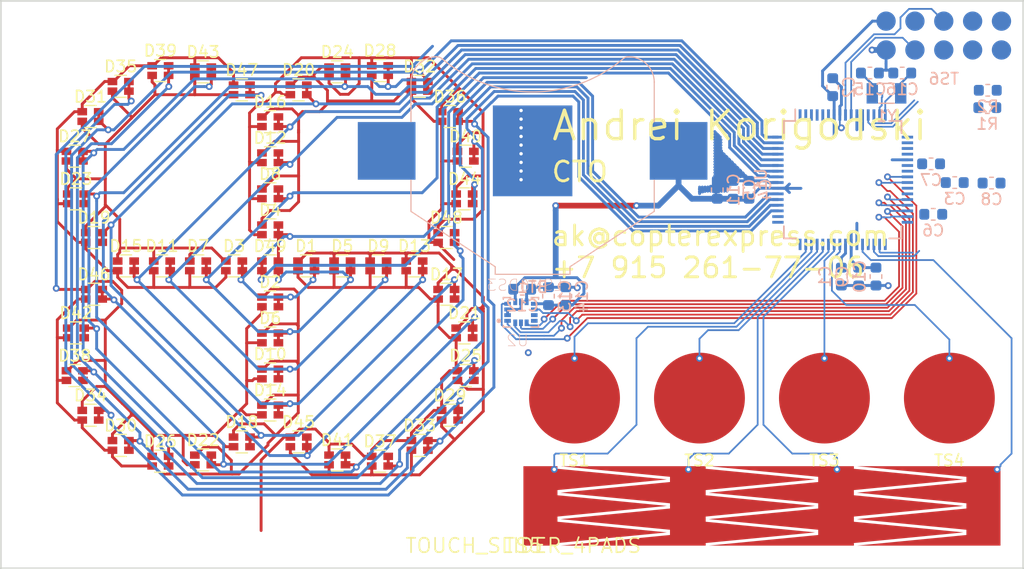
<source format=kicad_pcb>
(kicad_pcb (version 20171130) (host pcbnew 5.0.2+dfsg1-1~bpo9+1)
  (layers (0 F.Cu signal) (31 B.Cu signal) (34 B.Paste user hide) (35 F.Paste user) (36 B.SilkS user hide) (37 F.SilkS user) (38 B.Mask user hide) (39 F.Mask user hide) (44 Edge.Cuts user))
  (net 0 "")
  (net 1 LED_K0)
  (net 2 LED_K1)
  (net 3 LED_A0)
  (net 4 LED_K3)
  (net 5 LED_K2)
  (net 6 LED_K4)
  (net 7 LED_K5)
  (net 8 LED_K7)
  (net 9 LED_K6)
  (net 10 LED_K8)
  (net 11 LED_A1)
  (net 12 LED_A2)
  (net 13 LED_A3)
  (net 14 LED_A4)
  (net 15 LED_A5)
  (net 16 LED_A6)
  (net 17 LED_A7)
  (net 18 LED_A8)
  (net 19 VDD)
  (net 20 GND)
  (net 21 N$7)
  (net 22 N$6)
  (net 23 N$13)
  (net 24 N$14)
  (net 25 N$5)
  (net 26 N$19)
  (net 27 N$20)
  (net 28 N$16)
  (net 29 N$15)
  (net 30 N$17)
  (net 31 N$18)
  (net 32 N$12)
  (net 33 N$11)
  (net 34 TOUCH_PAD0)
  (net 35 N$1)
  (net 36 TOUCH_PAD1)
  (net 37 TOUCH_PAD2)
  (net 38 TOUCH_PAD3)
  (net 39 N$21)
  (net 40 N$22)
  (net 41 N$23)
  (net 42 N$8)
  (net 43 N$10)
  (net 44 N$9)
  (net 45 LED_K9)
  (net 46 LED_K10)
  (net 47 LED_K11)
  (net 48 N$4)
  (net 49 LFXTAL_P)
  (net 50 LFXTAL_N)
  (module footprints:LED_DUAL_0606 (layer F.Cu) (at 126.884 103.351)
    (fp_text reference D1 (at 0 -1.75) (layer F.SilkS))
    (fp_text value LED_Dual_AACC)
    (pad 3 smd rect (at 0.725 -0.425) (size 0.85 0.65) (layers F.Cu F.Paste F.Mask) (net 1 LED_K0))
    (pad 4 smd rect (at 0.725 0.425) (size 0.85 0.65) (layers F.Cu F.Paste F.Mask) (net 1 LED_K0))
    (pad 2 smd rect (at -0.725 0.425) (size 0.85 0.65) (layers F.Cu F.Paste F.Mask) (net 11 LED_A1))
    (pad 1 smd rect (at -0.725 -0.425) (size 0.85 0.65) (layers F.Cu F.Paste F.Mask) (net 3 LED_A0))
  )
  (module footprints:LED_DUAL_0606 (layer F.Cu) (at 123.709 106.526)
    (fp_text reference D2 (at 0 -1.75) (layer F.SilkS))
    (fp_text value LED_Dual_AACC)
    (pad 3 smd rect (at 0.725 -0.425) (size 0.85 0.65) (layers F.Cu F.Paste F.Mask) (net 1 LED_K0))
    (pad 4 smd rect (at 0.725 0.425) (size 0.85 0.65) (layers F.Cu F.Paste F.Mask) (net 1 LED_K0))
    (pad 2 smd rect (at -0.725 0.425) (size 0.85 0.65) (layers F.Cu F.Paste F.Mask) (net 13 LED_A3))
    (pad 1 smd rect (at -0.725 -0.425) (size 0.85 0.65) (layers F.Cu F.Paste F.Mask) (net 12 LED_A2))
  )
  (module footprints:LED_DUAL_0606 (layer F.Cu) (at 120.534 103.351)
    (fp_text reference D3 (at 0 -1.75) (layer F.SilkS))
    (fp_text value LED_Dual_AACC)
    (pad 3 smd rect (at 0.725 -0.425) (size 0.85 0.65) (layers F.Cu F.Paste F.Mask) (net 1 LED_K0))
    (pad 4 smd rect (at 0.725 0.425) (size 0.85 0.65) (layers F.Cu F.Paste F.Mask) (net 1 LED_K0))
    (pad 2 smd rect (at -0.725 0.425) (size 0.85 0.65) (layers F.Cu F.Paste F.Mask) (net 15 LED_A5))
    (pad 1 smd rect (at -0.725 -0.425) (size 0.85 0.65) (layers F.Cu F.Paste F.Mask) (net 14 LED_A4))
  )
  (module footprints:LED_DUAL_0606 (layer F.Cu) (at 123.709 100.176)
    (fp_text reference D4 (at 0 -1.75) (layer F.SilkS))
    (fp_text value LED_Dual_AACC)
    (pad 3 smd rect (at 0.725 -0.425) (size 0.85 0.65) (layers F.Cu F.Paste F.Mask) (net 1 LED_K0))
    (pad 4 smd rect (at 0.725 0.425) (size 0.85 0.65) (layers F.Cu F.Paste F.Mask) (net 1 LED_K0))
    (pad 2 smd rect (at -0.725 0.425) (size 0.85 0.65) (layers F.Cu F.Paste F.Mask) (net 17 LED_A7))
    (pad 1 smd rect (at -0.725 -0.425) (size 0.85 0.65) (layers F.Cu F.Paste F.Mask) (net 16 LED_A6))
  )
  (module footprints:LED_DUAL_0606 (layer F.Cu) (at 130.059 103.351)
    (fp_text reference D5 (at 0 -1.75) (layer F.SilkS))
    (fp_text value LED_Dual_AACC)
    (pad 3 smd rect (at 0.725 -0.425) (size 0.85 0.65) (layers F.Cu F.Paste F.Mask) (net 2 LED_K1))
    (pad 4 smd rect (at 0.725 0.425) (size 0.85 0.65) (layers F.Cu F.Paste F.Mask) (net 2 LED_K1))
    (pad 2 smd rect (at -0.725 0.425) (size 0.85 0.65) (layers F.Cu F.Paste F.Mask) (net 11 LED_A1))
    (pad 1 smd rect (at -0.725 -0.425) (size 0.85 0.65) (layers F.Cu F.Paste F.Mask) (net 3 LED_A0))
  )
  (module footprints:LED_DUAL_0606 (layer F.Cu) (at 123.709 109.701)
    (fp_text reference D6 (at 0 -1.75) (layer F.SilkS))
    (fp_text value LED_Dual_AACC)
    (pad 3 smd rect (at 0.725 -0.425) (size 0.85 0.65) (layers F.Cu F.Paste F.Mask) (net 2 LED_K1))
    (pad 4 smd rect (at 0.725 0.425) (size 0.85 0.65) (layers F.Cu F.Paste F.Mask) (net 2 LED_K1))
    (pad 2 smd rect (at -0.725 0.425) (size 0.85 0.65) (layers F.Cu F.Paste F.Mask) (net 13 LED_A3))
    (pad 1 smd rect (at -0.725 -0.425) (size 0.85 0.65) (layers F.Cu F.Paste F.Mask) (net 12 LED_A2))
  )
  (module footprints:LED_DUAL_0606 (layer F.Cu) (at 117.359 103.351)
    (fp_text reference D7 (at 0 -1.75) (layer F.SilkS))
    (fp_text value LED_Dual_AACC)
    (pad 3 smd rect (at 0.725 -0.425) (size 0.85 0.65) (layers F.Cu F.Paste F.Mask) (net 2 LED_K1))
    (pad 4 smd rect (at 0.725 0.425) (size 0.85 0.65) (layers F.Cu F.Paste F.Mask) (net 2 LED_K1))
    (pad 2 smd rect (at -0.725 0.425) (size 0.85 0.65) (layers F.Cu F.Paste F.Mask) (net 15 LED_A5))
    (pad 1 smd rect (at -0.725 -0.425) (size 0.85 0.65) (layers F.Cu F.Paste F.Mask) (net 14 LED_A4))
  )
  (module footprints:LED_DUAL_0606 (layer F.Cu) (at 123.709 97.001)
    (fp_text reference D8 (at 0 -1.75) (layer F.SilkS))
    (fp_text value LED_Dual_AACC)
    (pad 3 smd rect (at 0.725 -0.425) (size 0.85 0.65) (layers F.Cu F.Paste F.Mask) (net 2 LED_K1))
    (pad 4 smd rect (at 0.725 0.425) (size 0.85 0.65) (layers F.Cu F.Paste F.Mask) (net 2 LED_K1))
    (pad 2 smd rect (at -0.725 0.425) (size 0.85 0.65) (layers F.Cu F.Paste F.Mask) (net 17 LED_A7))
    (pad 1 smd rect (at -0.725 -0.425) (size 0.85 0.65) (layers F.Cu F.Paste F.Mask) (net 16 LED_A6))
  )
  (module footprints:LED_DUAL_0606 (layer F.Cu) (at 133.234 103.351)
    (fp_text reference D9 (at 0 -1.75) (layer F.SilkS))
    (fp_text value LED_Dual_AACC)
    (pad 3 smd rect (at 0.725 -0.425) (size 0.85 0.65) (layers F.Cu F.Paste F.Mask) (net 5 LED_K2))
    (pad 4 smd rect (at 0.725 0.425) (size 0.85 0.65) (layers F.Cu F.Paste F.Mask) (net 5 LED_K2))
    (pad 2 smd rect (at -0.725 0.425) (size 0.85 0.65) (layers F.Cu F.Paste F.Mask) (net 11 LED_A1))
    (pad 1 smd rect (at -0.725 -0.425) (size 0.85 0.65) (layers F.Cu F.Paste F.Mask) (net 3 LED_A0))
  )
  (module footprints:LED_DUAL_0606 (layer F.Cu) (at 123.709 112.875999)
    (fp_text reference D10 (at 0 -1.75) (layer F.SilkS))
    (fp_text value LED_Dual_AACC)
    (pad 3 smd rect (at 0.725 -0.425) (size 0.85 0.65) (layers F.Cu F.Paste F.Mask) (net 5 LED_K2))
    (pad 4 smd rect (at 0.725 0.425) (size 0.85 0.65) (layers F.Cu F.Paste F.Mask) (net 5 LED_K2))
    (pad 2 smd rect (at -0.725 0.425) (size 0.85 0.65) (layers F.Cu F.Paste F.Mask) (net 13 LED_A3))
    (pad 1 smd rect (at -0.725 -0.425) (size 0.85 0.65) (layers F.Cu F.Paste F.Mask) (net 12 LED_A2))
  )
  (module footprints:LED_DUAL_0606 (layer F.Cu) (at 114.184 103.351)
    (fp_text reference D11 (at 0 -1.75) (layer F.SilkS))
    (fp_text value LED_Dual_AACC)
    (pad 3 smd rect (at 0.725 -0.425) (size 0.85 0.65) (layers F.Cu F.Paste F.Mask) (net 5 LED_K2))
    (pad 4 smd rect (at 0.725 0.425) (size 0.85 0.65) (layers F.Cu F.Paste F.Mask) (net 5 LED_K2))
    (pad 2 smd rect (at -0.725 0.425) (size 0.85 0.65) (layers F.Cu F.Paste F.Mask) (net 15 LED_A5))
    (pad 1 smd rect (at -0.725 -0.425) (size 0.85 0.65) (layers F.Cu F.Paste F.Mask) (net 14 LED_A4))
  )
  (module footprints:LED_DUAL_0606 (layer F.Cu) (at 123.709 93.826)
    (fp_text reference D12 (at 0 -1.75) (layer F.SilkS))
    (fp_text value LED_Dual_AACC)
    (pad 3 smd rect (at 0.725 -0.425) (size 0.85 0.65) (layers F.Cu F.Paste F.Mask) (net 5 LED_K2))
    (pad 4 smd rect (at 0.725 0.425) (size 0.85 0.65) (layers F.Cu F.Paste F.Mask) (net 5 LED_K2))
    (pad 2 smd rect (at -0.725 0.425) (size 0.85 0.65) (layers F.Cu F.Paste F.Mask) (net 17 LED_A7))
    (pad 1 smd rect (at -0.725 -0.425) (size 0.85 0.65) (layers F.Cu F.Paste F.Mask) (net 16 LED_A6))
  )
  (module footprints:LED_DUAL_0606 (layer F.Cu) (at 136.409 103.351)
    (fp_text reference D13 (at 0 -1.75) (layer F.SilkS))
    (fp_text value LED_Dual_AACC)
    (pad 3 smd rect (at 0.725 -0.425) (size 0.85 0.65) (layers F.Cu F.Paste F.Mask) (net 4 LED_K3))
    (pad 4 smd rect (at 0.725 0.425) (size 0.85 0.65) (layers F.Cu F.Paste F.Mask) (net 4 LED_K3))
    (pad 2 smd rect (at -0.725 0.425) (size 0.85 0.65) (layers F.Cu F.Paste F.Mask) (net 11 LED_A1))
    (pad 1 smd rect (at -0.725 -0.425) (size 0.85 0.65) (layers F.Cu F.Paste F.Mask) (net 3 LED_A0))
  )
  (module footprints:LED_DUAL_0606 (layer F.Cu) (at 123.709 116.051)
    (fp_text reference D14 (at 0 -1.75) (layer F.SilkS))
    (fp_text value LED_Dual_AACC)
    (pad 3 smd rect (at 0.725 -0.425) (size 0.85 0.65) (layers F.Cu F.Paste F.Mask) (net 4 LED_K3))
    (pad 4 smd rect (at 0.725 0.425) (size 0.85 0.65) (layers F.Cu F.Paste F.Mask) (net 4 LED_K3))
    (pad 2 smd rect (at -0.725 0.425) (size 0.85 0.65) (layers F.Cu F.Paste F.Mask) (net 13 LED_A3))
    (pad 1 smd rect (at -0.725 -0.425) (size 0.85 0.65) (layers F.Cu F.Paste F.Mask) (net 12 LED_A2))
  )
  (module footprints:LED_DUAL_0606 (layer F.Cu) (at 111.009 103.351)
    (fp_text reference D15 (at 0 -1.75) (layer F.SilkS))
    (fp_text value LED_Dual_AACC)
    (pad 3 smd rect (at 0.725 -0.425) (size 0.85 0.65) (layers F.Cu F.Paste F.Mask) (net 4 LED_K3))
    (pad 4 smd rect (at 0.725 0.425) (size 0.85 0.65) (layers F.Cu F.Paste F.Mask) (net 4 LED_K3))
    (pad 2 smd rect (at -0.725 0.425) (size 0.85 0.65) (layers F.Cu F.Paste F.Mask) (net 15 LED_A5))
    (pad 1 smd rect (at -0.725 -0.425) (size 0.85 0.65) (layers F.Cu F.Paste F.Mask) (net 14 LED_A4))
  )
  (module footprints:LED_DUAL_0606 (layer F.Cu) (at 123.709 90.651)
    (fp_text reference D16 (at 0 -1.75) (layer F.SilkS))
    (fp_text value LED_Dual_AACC)
    (pad 3 smd rect (at 0.725 -0.425) (size 0.85 0.65) (layers F.Cu F.Paste F.Mask) (net 4 LED_K3))
    (pad 4 smd rect (at 0.725 0.425) (size 0.85 0.65) (layers F.Cu F.Paste F.Mask) (net 4 LED_K3))
    (pad 2 smd rect (at -0.725 0.425) (size 0.85 0.65) (layers F.Cu F.Paste F.Mask) (net 17 LED_A7))
    (pad 1 smd rect (at -0.725 -0.425) (size 0.85 0.65) (layers F.Cu F.Paste F.Mask) (net 16 LED_A6))
  )
  (module footprints:LED_DUAL_0606 (layer F.Cu) (at 139.217852 105.850666)
    (fp_text reference D17 (at 0 -1.75) (layer F.SilkS))
    (fp_text value LED_Dual_AACC)
    (pad 3 smd rect (at 0.725 -0.425) (size 0.85 0.65) (layers F.Cu F.Paste F.Mask) (net 6 LED_K4))
    (pad 4 smd rect (at 0.725 0.425) (size 0.85 0.65) (layers F.Cu F.Paste F.Mask) (net 6 LED_K4))
    (pad 2 smd rect (at -0.725 0.425) (size 0.85 0.65) (layers F.Cu F.Paste F.Mask) (net 11 LED_A1))
    (pad 1 smd rect (at -0.725 -0.425) (size 0.85 0.65) (layers F.Cu F.Paste F.Mask) (net 3 LED_A0))
  )
  (module footprints:LED_DUAL_0606 (layer F.Cu) (at 121.209333 118.859852)
    (fp_text reference D18 (at 0 -1.75) (layer F.SilkS))
    (fp_text value LED_Dual_AACC)
    (pad 3 smd rect (at 0.725 -0.425) (size 0.85 0.65) (layers F.Cu F.Paste F.Mask) (net 6 LED_K4))
    (pad 4 smd rect (at 0.725 0.425) (size 0.85 0.65) (layers F.Cu F.Paste F.Mask) (net 6 LED_K4))
    (pad 2 smd rect (at -0.725 0.425) (size 0.85 0.65) (layers F.Cu F.Paste F.Mask) (net 13 LED_A3))
    (pad 1 smd rect (at -0.725 -0.425) (size 0.85 0.65) (layers F.Cu F.Paste F.Mask) (net 12 LED_A2))
  )
  (module footprints:LED_DUAL_0606 (layer F.Cu) (at 108.200147 100.851333)
    (fp_text reference D19 (at 0 -1.75) (layer F.SilkS))
    (fp_text value LED_Dual_AACC)
    (pad 3 smd rect (at 0.725 -0.425) (size 0.85 0.65) (layers F.Cu F.Paste F.Mask) (net 6 LED_K4))
    (pad 4 smd rect (at 0.725 0.425) (size 0.85 0.65) (layers F.Cu F.Paste F.Mask) (net 6 LED_K4))
    (pad 2 smd rect (at -0.725 0.425) (size 0.85 0.65) (layers F.Cu F.Paste F.Mask) (net 15 LED_A5))
    (pad 1 smd rect (at -0.725 -0.425) (size 0.85 0.65) (layers F.Cu F.Paste F.Mask) (net 14 LED_A4))
  )
  (module footprints:LED_DUAL_0606 (layer F.Cu) (at 126.208666 87.842147)
    (fp_text reference D20 (at 0 -1.75) (layer F.SilkS))
    (fp_text value LED_Dual_AACC)
    (pad 3 smd rect (at 0.725 -0.425) (size 0.85 0.65) (layers F.Cu F.Paste F.Mask) (net 6 LED_K4))
    (pad 4 smd rect (at 0.725 0.425) (size 0.85 0.65) (layers F.Cu F.Paste F.Mask) (net 6 LED_K4))
    (pad 2 smd rect (at -0.725 0.425) (size 0.85 0.65) (layers F.Cu F.Paste F.Mask) (net 17 LED_A7))
    (pad 1 smd rect (at -0.725 -0.425) (size 0.85 0.65) (layers F.Cu F.Paste F.Mask) (net 16 LED_A6))
  )
  (module footprints:LED_DUAL_0606 (layer F.Cu) (at 140.806919 109.258431)
    (fp_text reference D21 (at 0 -1.75) (layer F.SilkS))
    (fp_text value LED_Dual_AACC)
    (pad 3 smd rect (at 0.725 -0.425) (size 0.85 0.65) (layers F.Cu F.Paste F.Mask) (net 7 LED_K5))
    (pad 4 smd rect (at 0.725 0.425) (size 0.85 0.65) (layers F.Cu F.Paste F.Mask) (net 7 LED_K5))
    (pad 2 smd rect (at -0.725 0.425) (size 0.85 0.65) (layers F.Cu F.Paste F.Mask) (net 11 LED_A1))
    (pad 1 smd rect (at -0.725 -0.425) (size 0.85 0.65) (layers F.Cu F.Paste F.Mask) (net 3 LED_A0))
  )
  (module footprints:LED_DUAL_0606 (layer F.Cu) (at 117.801568 120.448919)
    (fp_text reference D22 (at 0 -1.75) (layer F.SilkS))
    (fp_text value LED_Dual_AACC)
    (pad 3 smd rect (at 0.725 -0.425) (size 0.85 0.65) (layers F.Cu F.Paste F.Mask) (net 7 LED_K5))
    (pad 4 smd rect (at 0.725 0.425) (size 0.85 0.65) (layers F.Cu F.Paste F.Mask) (net 7 LED_K5))
    (pad 2 smd rect (at -0.725 0.425) (size 0.85 0.65) (layers F.Cu F.Paste F.Mask) (net 13 LED_A3))
    (pad 1 smd rect (at -0.725 -0.425) (size 0.85 0.65) (layers F.Cu F.Paste F.Mask) (net 12 LED_A2))
  )
  (module footprints:LED_DUAL_0606 (layer F.Cu) (at 106.61108 97.443568)
    (fp_text reference D23 (at 0 -1.75) (layer F.SilkS))
    (fp_text value LED_Dual_AACC)
    (pad 3 smd rect (at 0.725 -0.425) (size 0.85 0.65) (layers F.Cu F.Paste F.Mask) (net 7 LED_K5))
    (pad 4 smd rect (at 0.725 0.425) (size 0.85 0.65) (layers F.Cu F.Paste F.Mask) (net 7 LED_K5))
    (pad 2 smd rect (at -0.725 0.425) (size 0.85 0.65) (layers F.Cu F.Paste F.Mask) (net 15 LED_A5))
    (pad 1 smd rect (at -0.725 -0.425) (size 0.85 0.65) (layers F.Cu F.Paste F.Mask) (net 14 LED_A4))
  )
  (module footprints:LED_DUAL_0606 (layer F.Cu) (at 129.616431 86.25308)
    (fp_text reference D24 (at 0 -1.75) (layer F.SilkS))
    (fp_text value LED_Dual_AACC)
    (pad 3 smd rect (at 0.725 -0.425) (size 0.85 0.65) (layers F.Cu F.Paste F.Mask) (net 7 LED_K5))
    (pad 4 smd rect (at 0.725 0.425) (size 0.85 0.65) (layers F.Cu F.Paste F.Mask) (net 7 LED_K5))
    (pad 2 smd rect (at -0.725 0.425) (size 0.85 0.65) (layers F.Cu F.Paste F.Mask) (net 17 LED_A7))
    (pad 1 smd rect (at -0.725 -0.425) (size 0.85 0.65) (layers F.Cu F.Paste F.Mask) (net 16 LED_A6))
  )
  (module footprints:LED_DUAL_0606 (layer F.Cu) (at 140.916279 113.016892)
    (fp_text reference D25 (at 0 -1.75) (layer F.SilkS))
    (fp_text value LED_Dual_AACC)
    (pad 3 smd rect (at 0.725 -0.425) (size 0.85 0.65) (layers F.Cu F.Paste F.Mask) (net 9 LED_K6))
    (pad 4 smd rect (at 0.725 0.425) (size 0.85 0.65) (layers F.Cu F.Paste F.Mask) (net 9 LED_K6))
    (pad 2 smd rect (at -0.725 0.425) (size 0.85 0.65) (layers F.Cu F.Paste F.Mask) (net 3 LED_A0))
    (pad 1 smd rect (at -0.725 -0.425) (size 0.85 0.65) (layers F.Cu F.Paste F.Mask) (net 11 LED_A1))
  )
  (module footprints:LED_DUAL_0606 (layer F.Cu) (at 114.043107 120.558279)
    (fp_text reference D26 (at 0 -1.75) (layer F.SilkS))
    (fp_text value LED_Dual_AACC)
    (pad 3 smd rect (at 0.725 -0.425) (size 0.85 0.65) (layers F.Cu F.Paste F.Mask) (net 9 LED_K6))
    (pad 4 smd rect (at 0.725 0.425) (size 0.85 0.65) (layers F.Cu F.Paste F.Mask) (net 9 LED_K6))
    (pad 2 smd rect (at -0.725 0.425) (size 0.85 0.65) (layers F.Cu F.Paste F.Mask) (net 12 LED_A2))
    (pad 1 smd rect (at -0.725 -0.425) (size 0.85 0.65) (layers F.Cu F.Paste F.Mask) (net 13 LED_A3))
  )
  (module footprints:LED_DUAL_0606 (layer F.Cu) (at 106.50172 93.685107)
    (fp_text reference D27 (at 0 -1.75) (layer F.SilkS))
    (fp_text value LED_Dual_AACC)
    (pad 3 smd rect (at 0.725 -0.425) (size 0.85 0.65) (layers F.Cu F.Paste F.Mask) (net 9 LED_K6))
    (pad 4 smd rect (at 0.725 0.425) (size 0.85 0.65) (layers F.Cu F.Paste F.Mask) (net 9 LED_K6))
    (pad 2 smd rect (at -0.725 0.425) (size 0.85 0.65) (layers F.Cu F.Paste F.Mask) (net 14 LED_A4))
    (pad 1 smd rect (at -0.725 -0.425) (size 0.85 0.65) (layers F.Cu F.Paste F.Mask) (net 15 LED_A5))
  )
  (module footprints:LED_DUAL_0606 (layer F.Cu) (at 133.374892 86.14372)
    (fp_text reference D28 (at 0 -1.75) (layer F.SilkS))
    (fp_text value LED_Dual_AACC)
    (pad 3 smd rect (at 0.725 -0.425) (size 0.85 0.65) (layers F.Cu F.Paste F.Mask) (net 9 LED_K6))
    (pad 4 smd rect (at 0.725 0.425) (size 0.85 0.65) (layers F.Cu F.Paste F.Mask) (net 9 LED_K6))
    (pad 2 smd rect (at -0.725 0.425) (size 0.85 0.65) (layers F.Cu F.Paste F.Mask) (net 16 LED_A6))
    (pad 1 smd rect (at -0.725 -0.425) (size 0.85 0.65) (layers F.Cu F.Paste F.Mask) (net 17 LED_A7))
  )
  (module footprints:LED_DUAL_0606 (layer F.Cu) (at 139.528045 116.511287)
    (fp_text reference D29 (at 0 -1.75) (layer F.SilkS))
    (fp_text value LED_Dual_AACC)
    (pad 3 smd rect (at 0.725 -0.425) (size 0.85 0.65) (layers F.Cu F.Paste F.Mask) (net 8 LED_K7))
    (pad 4 smd rect (at 0.725 0.425) (size 0.85 0.65) (layers F.Cu F.Paste F.Mask) (net 8 LED_K7))
    (pad 2 smd rect (at -0.725 0.425) (size 0.85 0.65) (layers F.Cu F.Paste F.Mask) (net 3 LED_A0))
    (pad 1 smd rect (at -0.725 -0.425) (size 0.85 0.65) (layers F.Cu F.Paste F.Mask) (net 11 LED_A1))
  )
  (module footprints:LED_DUAL_0606 (layer F.Cu) (at 110.548712 119.170045)
    (fp_text reference D30 (at 0 -1.75) (layer F.SilkS))
    (fp_text value LED_Dual_AACC)
    (pad 3 smd rect (at 0.725 -0.425) (size 0.85 0.65) (layers F.Cu F.Paste F.Mask) (net 8 LED_K7))
    (pad 4 smd rect (at 0.725 0.425) (size 0.85 0.65) (layers F.Cu F.Paste F.Mask) (net 8 LED_K7))
    (pad 2 smd rect (at -0.725 0.425) (size 0.85 0.65) (layers F.Cu F.Paste F.Mask) (net 12 LED_A2))
    (pad 1 smd rect (at -0.725 -0.425) (size 0.85 0.65) (layers F.Cu F.Paste F.Mask) (net 13 LED_A3))
  )
  (module footprints:LED_DUAL_0606 (layer F.Cu) (at 107.889954 90.190712)
    (fp_text reference D31 (at 0 -1.75) (layer F.SilkS))
    (fp_text value LED_Dual_AACC)
    (pad 3 smd rect (at 0.725 -0.425) (size 0.85 0.65) (layers F.Cu F.Paste F.Mask) (net 8 LED_K7))
    (pad 4 smd rect (at 0.725 0.425) (size 0.85 0.65) (layers F.Cu F.Paste F.Mask) (net 8 LED_K7))
    (pad 2 smd rect (at -0.725 0.425) (size 0.85 0.65) (layers F.Cu F.Paste F.Mask) (net 14 LED_A4))
    (pad 1 smd rect (at -0.725 -0.425) (size 0.85 0.65) (layers F.Cu F.Paste F.Mask) (net 15 LED_A5))
  )
  (module footprints:LED_DUAL_0606 (layer F.Cu) (at 136.869287 87.531954)
    (fp_text reference D32 (at 0 -1.75) (layer F.SilkS))
    (fp_text value LED_Dual_AACC)
    (pad 3 smd rect (at 0.725 -0.425) (size 0.85 0.65) (layers F.Cu F.Paste F.Mask) (net 8 LED_K7))
    (pad 4 smd rect (at 0.725 0.425) (size 0.85 0.65) (layers F.Cu F.Paste F.Mask) (net 8 LED_K7))
    (pad 2 smd rect (at -0.725 0.425) (size 0.85 0.65) (layers F.Cu F.Paste F.Mask) (net 16 LED_A6))
    (pad 1 smd rect (at -0.725 -0.425) (size 0.85 0.65) (layers F.Cu F.Paste F.Mask) (net 17 LED_A7))
  )
  (module footprints:LED_DUAL_0606 (layer F.Cu) (at 136.869287 119.170045)
    (fp_text reference D33 (at 0 -1.75) (layer F.SilkS))
    (fp_text value LED_Dual_AACC)
    (pad 3 smd rect (at 0.725 -0.425) (size 0.85 0.65) (layers F.Cu F.Paste F.Mask) (net 10 LED_K8))
    (pad 4 smd rect (at 0.725 0.425) (size 0.85 0.65) (layers F.Cu F.Paste F.Mask) (net 10 LED_K8))
    (pad 2 smd rect (at -0.725 0.425) (size 0.85 0.65) (layers F.Cu F.Paste F.Mask) (net 3 LED_A0))
    (pad 1 smd rect (at -0.725 -0.425) (size 0.85 0.65) (layers F.Cu F.Paste F.Mask) (net 11 LED_A1))
  )
  (module footprints:LED_DUAL_0606 (layer F.Cu) (at 107.889954 116.511287)
    (fp_text reference D34 (at 0 -1.75) (layer F.SilkS))
    (fp_text value LED_Dual_AACC)
    (pad 3 smd rect (at 0.725 -0.425) (size 0.85 0.65) (layers F.Cu F.Paste F.Mask) (net 10 LED_K8))
    (pad 4 smd rect (at 0.725 0.425) (size 0.85 0.65) (layers F.Cu F.Paste F.Mask) (net 10 LED_K8))
    (pad 2 smd rect (at -0.725 0.425) (size 0.85 0.65) (layers F.Cu F.Paste F.Mask) (net 12 LED_A2))
    (pad 1 smd rect (at -0.725 -0.425) (size 0.85 0.65) (layers F.Cu F.Paste F.Mask) (net 13 LED_A3))
  )
  (module footprints:LED_DUAL_0606 (layer F.Cu) (at 110.548712 87.531954)
    (fp_text reference D35 (at 0 -1.75) (layer F.SilkS))
    (fp_text value LED_Dual_AACC)
    (pad 3 smd rect (at 0.725 -0.425) (size 0.85 0.65) (layers F.Cu F.Paste F.Mask) (net 10 LED_K8))
    (pad 4 smd rect (at 0.725 0.425) (size 0.85 0.65) (layers F.Cu F.Paste F.Mask) (net 10 LED_K8))
    (pad 2 smd rect (at -0.725 0.425) (size 0.85 0.65) (layers F.Cu F.Paste F.Mask) (net 14 LED_A4))
    (pad 1 smd rect (at -0.725 -0.425) (size 0.85 0.65) (layers F.Cu F.Paste F.Mask) (net 15 LED_A5))
  )
  (module footprints:LED_DUAL_0606 (layer F.Cu) (at 139.528045 90.190712)
    (fp_text reference D36 (at 0 -1.75) (layer F.SilkS))
    (fp_text value LED_Dual_AACC)
    (pad 3 smd rect (at 0.725 -0.425) (size 0.85 0.65) (layers F.Cu F.Paste F.Mask) (net 10 LED_K8))
    (pad 4 smd rect (at 0.725 0.425) (size 0.85 0.65) (layers F.Cu F.Paste F.Mask) (net 10 LED_K8))
    (pad 2 smd rect (at -0.725 0.425) (size 0.85 0.65) (layers F.Cu F.Paste F.Mask) (net 16 LED_A6))
    (pad 1 smd rect (at -0.725 -0.425) (size 0.85 0.65) (layers F.Cu F.Paste F.Mask) (net 17 LED_A7))
  )
  (module footprints:LED_DUAL_0606 (layer F.Cu) (at 133.374892 120.558279)
    (fp_text reference D37 (at 0 -1.75) (layer F.SilkS))
    (fp_text value LED_Dual_AACC)
    (pad 3 smd rect (at 0.725 -0.425) (size 0.85 0.65) (layers F.Cu F.Paste F.Mask) (net 45 LED_K9))
    (pad 4 smd rect (at 0.725 0.425) (size 0.85 0.65) (layers F.Cu F.Paste F.Mask) (net 45 LED_K9))
    (pad 2 smd rect (at -0.725 0.425) (size 0.85 0.65) (layers F.Cu F.Paste F.Mask) (net 3 LED_A0))
    (pad 1 smd rect (at -0.725 -0.425) (size 0.85 0.65) (layers F.Cu F.Paste F.Mask) (net 11 LED_A1))
  )
  (module footprints:LED_DUAL_0606 (layer F.Cu) (at 106.50172 113.016892)
    (fp_text reference D38 (at 0 -1.75) (layer F.SilkS))
    (fp_text value LED_Dual_AACC)
    (pad 3 smd rect (at 0.725 -0.425) (size 0.85 0.65) (layers F.Cu F.Paste F.Mask) (net 45 LED_K9))
    (pad 4 smd rect (at 0.725 0.425) (size 0.85 0.65) (layers F.Cu F.Paste F.Mask) (net 45 LED_K9))
    (pad 2 smd rect (at -0.725 0.425) (size 0.85 0.65) (layers F.Cu F.Paste F.Mask) (net 12 LED_A2))
    (pad 1 smd rect (at -0.725 -0.425) (size 0.85 0.65) (layers F.Cu F.Paste F.Mask) (net 13 LED_A3))
  )
  (module footprints:LED_DUAL_0606 (layer F.Cu) (at 114.043107 86.14372)
    (fp_text reference D39 (at 0 -1.75) (layer F.SilkS))
    (fp_text value LED_Dual_AACC)
    (pad 3 smd rect (at 0.725 -0.425) (size 0.85 0.65) (layers F.Cu F.Paste F.Mask) (net 45 LED_K9))
    (pad 4 smd rect (at 0.725 0.425) (size 0.85 0.65) (layers F.Cu F.Paste F.Mask) (net 45 LED_K9))
    (pad 2 smd rect (at -0.725 0.425) (size 0.85 0.65) (layers F.Cu F.Paste F.Mask) (net 14 LED_A4))
    (pad 1 smd rect (at -0.725 -0.425) (size 0.85 0.65) (layers F.Cu F.Paste F.Mask) (net 15 LED_A5))
  )
  (module footprints:LED_DUAL_0606 (layer F.Cu) (at 140.916279 93.685107)
    (fp_text reference D40 (at 0 -1.75) (layer F.SilkS))
    (fp_text value LED_Dual_AACC)
    (pad 3 smd rect (at 0.725 -0.425) (size 0.85 0.65) (layers F.Cu F.Paste F.Mask) (net 45 LED_K9))
    (pad 4 smd rect (at 0.725 0.425) (size 0.85 0.65) (layers F.Cu F.Paste F.Mask) (net 45 LED_K9))
    (pad 2 smd rect (at -0.725 0.425) (size 0.85 0.65) (layers F.Cu F.Paste F.Mask) (net 16 LED_A6))
    (pad 1 smd rect (at -0.725 -0.425) (size 0.85 0.65) (layers F.Cu F.Paste F.Mask) (net 17 LED_A7))
  )
  (module footprints:LED_DUAL_0606 (layer F.Cu) (at 129.616431 120.448919)
    (fp_text reference D41 (at 0 -1.75) (layer F.SilkS))
    (fp_text value LED_Dual_AACC)
    (pad 3 smd rect (at 0.725 -0.425) (size 0.85 0.65) (layers F.Cu F.Paste F.Mask) (net 46 LED_K10))
    (pad 4 smd rect (at 0.725 0.425) (size 0.85 0.65) (layers F.Cu F.Paste F.Mask) (net 46 LED_K10))
    (pad 2 smd rect (at -0.725 0.425) (size 0.85 0.65) (layers F.Cu F.Paste F.Mask) (net 3 LED_A0))
    (pad 1 smd rect (at -0.725 -0.425) (size 0.85 0.65) (layers F.Cu F.Paste F.Mask) (net 11 LED_A1))
  )
  (module footprints:LED_DUAL_0606 (layer F.Cu) (at 106.61108 109.258431)
    (fp_text reference D42 (at 0 -1.75) (layer F.SilkS))
    (fp_text value LED_Dual_AACC)
    (pad 3 smd rect (at 0.725 -0.425) (size 0.85 0.65) (layers F.Cu F.Paste F.Mask) (net 46 LED_K10))
    (pad 4 smd rect (at 0.725 0.425) (size 0.85 0.65) (layers F.Cu F.Paste F.Mask) (net 46 LED_K10))
    (pad 2 smd rect (at -0.725 0.425) (size 0.85 0.65) (layers F.Cu F.Paste F.Mask) (net 12 LED_A2))
    (pad 1 smd rect (at -0.725 -0.425) (size 0.85 0.65) (layers F.Cu F.Paste F.Mask) (net 13 LED_A3))
  )
  (module footprints:LED_DUAL_0606 (layer F.Cu) (at 117.801568 86.25308)
    (fp_text reference D43 (at 0 -1.75) (layer F.SilkS))
    (fp_text value LED_Dual_AACC)
    (pad 3 smd rect (at 0.725 -0.425) (size 0.85 0.65) (layers F.Cu F.Paste F.Mask) (net 46 LED_K10))
    (pad 4 smd rect (at 0.725 0.425) (size 0.85 0.65) (layers F.Cu F.Paste F.Mask) (net 46 LED_K10))
    (pad 2 smd rect (at -0.725 0.425) (size 0.85 0.65) (layers F.Cu F.Paste F.Mask) (net 14 LED_A4))
    (pad 1 smd rect (at -0.725 -0.425) (size 0.85 0.65) (layers F.Cu F.Paste F.Mask) (net 15 LED_A5))
  )
  (module footprints:LED_DUAL_0606 (layer F.Cu) (at 140.806919 97.443568)
    (fp_text reference D44 (at 0 -1.75) (layer F.SilkS))
    (fp_text value LED_Dual_AACC)
    (pad 3 smd rect (at 0.725 -0.425) (size 0.85 0.65) (layers F.Cu F.Paste F.Mask) (net 46 LED_K10))
    (pad 4 smd rect (at 0.725 0.425) (size 0.85 0.65) (layers F.Cu F.Paste F.Mask) (net 46 LED_K10))
    (pad 2 smd rect (at -0.725 0.425) (size 0.85 0.65) (layers F.Cu F.Paste F.Mask) (net 16 LED_A6))
    (pad 1 smd rect (at -0.725 -0.425) (size 0.85 0.65) (layers F.Cu F.Paste F.Mask) (net 17 LED_A7))
  )
  (module footprints:LED_DUAL_0606 (layer F.Cu) (at 126.208666 118.859852)
    (fp_text reference D45 (at 0 -1.75) (layer F.SilkS))
    (fp_text value LED_Dual_AACC)
    (pad 3 smd rect (at 0.725 -0.425) (size 0.85 0.65) (layers F.Cu F.Paste F.Mask) (net 47 LED_K11))
    (pad 4 smd rect (at 0.725 0.425) (size 0.85 0.65) (layers F.Cu F.Paste F.Mask) (net 47 LED_K11))
    (pad 2 smd rect (at -0.725 0.425) (size 0.85 0.65) (layers F.Cu F.Paste F.Mask) (net 3 LED_A0))
    (pad 1 smd rect (at -0.725 -0.425) (size 0.85 0.65) (layers F.Cu F.Paste F.Mask) (net 11 LED_A1))
  )
  (module footprints:LED_DUAL_0606 (layer F.Cu) (at 108.200147 105.850666)
    (fp_text reference D46 (at 0 -1.75) (layer F.SilkS))
    (fp_text value LED_Dual_AACC)
    (pad 3 smd rect (at 0.725 -0.425) (size 0.85 0.65) (layers F.Cu F.Paste F.Mask) (net 47 LED_K11))
    (pad 4 smd rect (at 0.725 0.425) (size 0.85 0.65) (layers F.Cu F.Paste F.Mask) (net 47 LED_K11))
    (pad 2 smd rect (at -0.725 0.425) (size 0.85 0.65) (layers F.Cu F.Paste F.Mask) (net 12 LED_A2))
    (pad 1 smd rect (at -0.725 -0.425) (size 0.85 0.65) (layers F.Cu F.Paste F.Mask) (net 13 LED_A3))
  )
  (module footprints:LED_DUAL_0606 (layer F.Cu) (at 121.209333 87.842147)
    (fp_text reference D47 (at 0 -1.75) (layer F.SilkS))
    (fp_text value LED_Dual_AACC)
    (pad 3 smd rect (at 0.725 -0.425) (size 0.85 0.65) (layers F.Cu F.Paste F.Mask) (net 47 LED_K11))
    (pad 4 smd rect (at 0.725 0.425) (size 0.85 0.65) (layers F.Cu F.Paste F.Mask) (net 47 LED_K11))
    (pad 2 smd rect (at -0.725 0.425) (size 0.85 0.65) (layers F.Cu F.Paste F.Mask) (net 14 LED_A4))
    (pad 1 smd rect (at -0.725 -0.425) (size 0.85 0.65) (layers F.Cu F.Paste F.Mask) (net 15 LED_A5))
  )
  (module footprints:LED_DUAL_0606 (layer F.Cu) (at 139.217852 100.851333)
    (fp_text reference D48 (at 0 -1.75) (layer F.SilkS))
    (fp_text value LED_Dual_AACC)
    (pad 3 smd rect (at 0.725 -0.425) (size 0.85 0.65) (layers F.Cu F.Paste F.Mask) (net 47 LED_K11))
    (pad 4 smd rect (at 0.725 0.425) (size 0.85 0.65) (layers F.Cu F.Paste F.Mask) (net 47 LED_K11))
    (pad 2 smd rect (at -0.725 0.425) (size 0.85 0.65) (layers F.Cu F.Paste F.Mask) (net 16 LED_A6))
    (pad 1 smd rect (at -0.725 -0.425) (size 0.85 0.65) (layers F.Cu F.Paste F.Mask) (net 17 LED_A7))
  )
  (module footprints:LED_DUAL_0606 (layer F.Cu) (at 123.709 103.351)
    (fp_text reference D49 (at 0 -1.75) (layer F.SilkS))
    (fp_text value LED_Dual_AACC)
    (pad 3 smd rect (at 0.725 -0.425) (size 0.85 0.65) (layers F.Cu F.Paste F.Mask) (net 1 LED_K0))
    (pad 4 smd rect (at 0.725 0.425) (size 0.85 0.65) (layers F.Cu F.Paste F.Mask) (net 2 LED_K1))
    (pad 2 smd rect (at -0.725 0.425) (size 0.85 0.65) (layers F.Cu F.Paste F.Mask) (net 18 LED_A8))
    (pad 1 smd rect (at -0.725 -0.425) (size 0.85 0.65) (layers F.Cu F.Paste F.Mask) (net 18 LED_A8))
  )
  (module Resistor_SMD:R_0603_1608Metric (layer B.Cu) (at 186.8425 89.408)
    (fp_text reference R1 (at 0 1.43) (layer B.SilkS) (effects (justify mirror)))
    (fp_text value 0)
    (pad 2 smd roundrect (at 0.7875 0) (size 0.875 0.95) (layers B.Cu B.Paste B.Mask) (net 20 GND))
    (pad 1 smd roundrect (at -0.7875 0) (size 0.875 0.95) (layers B.Cu B.Paste B.Mask) (net 40 N$22))
  )
  (module Package_QFP:LQFP-64_10x10mm_P0.5mm (layer B.Cu) (at 174.10708 95.75756 270)
    (fp_text reference U1 (at 0 7.2 270) (layer B.SilkS) (effects (justify mirror)))
    (fp_text value EFM32LG232F64)
    (pad 64 smd rect (at -3.75 5.7 180) (size 1 0.25) (layers B.Cu B.Paste B.Mask) (net 8 LED_K7))
    (pad 63 smd rect (at -3.25 5.7 180) (size 1 0.25) (layers B.Cu B.Paste B.Mask) (net 9 LED_K6))
    (pad 62 smd rect (at -2.75 5.7 180) (size 1 0.25) (layers B.Cu B.Paste B.Mask) (net 7 LED_K5))
    (pad 61 smd rect (at -2.25 5.7 180) (size 1 0.25) (layers B.Cu B.Paste B.Mask) (net 6 LED_K4))
    (pad 60 smd rect (at -1.75 5.7 180) (size 1 0.25) (layers B.Cu B.Paste B.Mask) (net 4 LED_K3))
    (pad 59 smd rect (at -1.25 5.7 180) (size 1 0.25) (layers B.Cu B.Paste B.Mask) (net 5 LED_K2))
    (pad 58 smd rect (at -0.75 5.7 180) (size 1 0.25) (layers B.Cu B.Paste B.Mask) (net 2 LED_K1))
    (pad 57 smd rect (at -0.25 5.7 180) (size 1 0.25) (layers B.Cu B.Paste B.Mask) (net 1 LED_K0))
    (pad 56 smd rect (at 0.25 5.7 180) (size 1 0.25) (layers B.Cu B.Paste B.Mask) (net 20 GND))
    (pad 55 smd rect (at 0.75 5.7 180) (size 1 0.25) (layers B.Cu B.Paste B.Mask) (net 19 VDD))
    (pad 54 smd rect (at 1.25 5.7 180) (size 1 0.25) (layers B.Cu B.Paste B.Mask) (net 47 LED_K11))
    (pad 53 smd rect (at 1.75 5.7 180) (size 1 0.25) (layers B.Cu B.Paste B.Mask) (net 46 LED_K10))
    (pad 52 smd rect (at 2.25 5.7 180) (size 1 0.25) (layers B.Cu B.Paste B.Mask) (net 45 LED_K9))
    (pad 51 smd rect (at 2.75 5.7 180) (size 1 0.25) (layers B.Cu B.Paste B.Mask) (net 10 LED_K8))
    (pad 50 smd rect (at 3.25 5.7 180) (size 1 0.25) (layers B.Cu B.Paste B.Mask) (net 42 N$8))
    (pad 49 smd rect (at 3.75 5.7 180) (size 1 0.25) (layers B.Cu B.Paste B.Mask) (net 44 N$9))
    (pad 48 smd rect (at 5.7 3.75 270) (size 1 0.25) (layers B.Cu B.Paste B.Mask) (net 21 N$7))
    (pad 47 smd rect (at 5.7 3.25 270) (size 1 0.25) (layers B.Cu B.Paste B.Mask) (net 34 TOUCH_PAD0))
    (pad 46 smd rect (at 5.7 2.75 270) (size 1 0.25) (layers B.Cu B.Paste B.Mask) (net 31 N$18))
    (pad 45 smd rect (at 5.7 2.25 270) (size 1 0.25) (layers B.Cu B.Paste B.Mask) (net 36 TOUCH_PAD1))
    (pad 44 smd rect (at 5.7 1.75 270) (size 1 0.25) (layers B.Cu B.Paste B.Mask) (net 26 N$19))
    (pad 43 smd rect (at 5.7 1.25 270) (size 1 0.25) (layers B.Cu B.Paste B.Mask) (net 27 N$20))
    (pad 42 smd rect (at 5.7 0.75 270) (size 1 0.25) (layers B.Cu B.Paste B.Mask) (net 37 TOUCH_PAD2))
    (pad 41 smd rect (at 5.7 0.25 270) (size 1 0.25) (layers B.Cu B.Paste B.Mask) (net 38 TOUCH_PAD3))
    (pad 40 smd rect (at 5.7 -0.25 270) (size 1 0.25) (layers B.Cu B.Paste B.Mask) (net 35 N$1))
    (pad 39 smd rect (at 5.7 -0.75 270) (size 1 0.25) (layers B.Cu B.Paste B.Mask) (net 19 VDD))
    (pad 38 smd rect (at 5.7 -1.25 270) (size 1 0.25) (layers B.Cu B.Paste B.Mask) (net 19 VDD))
    (pad 37 smd rect (at 5.7 -1.75 270) (size 1 0.25) (layers B.Cu B.Paste B.Mask) (net 39 N$21))
    (pad 36 smd rect (at 5.7 -2.25 270) (size 1 0.25) (layers B.Cu B.Paste B.Mask) (net 19 VDD))
    (pad 35 smd rect (at 5.7 -2.75 270) (size 1 0.25) (layers B.Cu B.Paste B.Mask) (net 43 N$10))
    (pad 34 smd rect (at 5.7 -3.25 270) (size 1 0.25) (layers B.Cu B.Paste B.Mask) (net 33 N$11))
    (pad 33 smd rect (at 5.7 -3.75 270) (size 1 0.25) (layers B.Cu B.Paste B.Mask) (net 19 VDD))
    (pad 32 smd rect (at 3.75 -5.7 180) (size 1 0.25) (layers B.Cu B.Paste B.Mask) (net 19 VDD))
    (pad 31 smd rect (at 3.25 -5.7 180) (size 1 0.25) (layers B.Cu B.Paste B.Mask) (net 29 N$15))
    (pad 30 smd rect (at 2.75 -5.7 180) (size 1 0.25) (layers B.Cu B.Paste B.Mask) (net 24 N$14))
    (pad 29 smd rect (at 2.25 -5.7 180) (size 1 0.25) (layers B.Cu B.Paste B.Mask) (net 32 N$12))
    (pad 28 smd rect (at 1.75 -5.7 180) (size 1 0.25) (layers B.Cu B.Paste B.Mask) (net 23 N$13))
    (pad 27 smd rect (at 1.25 -5.7 180) (size 1 0.25) (layers B.Cu B.Paste B.Mask) (net 19 VDD))
    (pad 26 smd rect (at 0.75 -5.7 180) (size 1 0.25) (layers B.Cu B.Paste B.Mask) (net 19 VDD))
    (pad 25 smd rect (at 0.25 -5.7 180) (size 1 0.25) (layers B.Cu B.Paste B.Mask) (net 30 N$17))
    (pad 24 smd rect (at -0.25 -5.7 180) (size 1 0.25) (layers B.Cu B.Paste B.Mask) (net 28 N$16))
    (pad 23 smd rect (at -0.75 -5.7 180) (size 1 0.25) (layers B.Cu B.Paste B.Mask) (net 19 VDD))
    (pad 22 smd rect (at -1.25 -5.7 180) (size 1 0.25) (layers B.Cu B.Paste B.Mask) (net 20 GND))
    (pad 21 smd rect (at -1.75 -5.7 180) (size 1 0.25) (layers B.Cu B.Paste B.Mask) (net 19 VDD))
    (pad 20 smd rect (at -2.25 -5.7 180) (size 1 0.25) (layers B.Cu B.Paste B.Mask) (net 48 N$4))
    (pad 19 smd rect (at -2.75 -5.7 180) (size 1 0.25) (layers B.Cu B.Paste B.Mask) (net 18 LED_A8))
    (pad 18 smd rect (at -3.25 -5.7 180) (size 1 0.25) (layers B.Cu B.Paste B.Mask) (net 17 LED_A7))
    (pad 17 smd rect (at -3.75 -5.7 180) (size 1 0.25) (layers B.Cu B.Paste B.Mask) (net 16 LED_A6))
    (pad 16 smd rect (at -5.7 -3.75 270) (size 1 0.25) (layers B.Cu B.Paste B.Mask) (net 50 LFXTAL_N))
    (pad 15 smd rect (at -5.7 -3.25 270) (size 1 0.25) (layers B.Cu B.Paste B.Mask) (net 49 LFXTAL_P))
    (pad 14 smd rect (at -5.7 -2.75 270) (size 1 0.25) (layers B.Cu B.Paste B.Mask) (net 41 N$23))
    (pad 13 smd rect (at -5.7 -2.25 270) (size 1 0.25) (layers B.Cu B.Paste B.Mask) (net 40 N$22))
    (pad 12 smd rect (at -5.7 -1.75 270) (size 1 0.25) (layers B.Cu B.Paste B.Mask) (net 19 VDD))
    (pad 11 smd rect (at -5.7 -1.25 270) (size 1 0.25) (layers B.Cu B.Paste B.Mask) (net 19 VDD))
    (pad 10 smd rect (at -5.7 -0.75 270) (size 1 0.25) (layers B.Cu B.Paste B.Mask) (net 25 N$5))
    (pad 9 smd rect (at -5.7 -0.25 270) (size 1 0.25) (layers B.Cu B.Paste B.Mask) (net 22 N$6))
    (pad 8 smd rect (at -5.7 0.25 270) (size 1 0.25) (layers B.Cu B.Paste B.Mask) (net 20 GND))
    (pad 7 smd rect (at -5.7 0.75 270) (size 1 0.25) (layers B.Cu B.Paste B.Mask) (net 19 VDD))
    (pad 6 smd rect (at -5.7 1.25 270) (size 1 0.25) (layers B.Cu B.Paste B.Mask) (net 15 LED_A5))
    (pad 5 smd rect (at -5.7 1.75 270) (size 1 0.25) (layers B.Cu B.Paste B.Mask) (net 14 LED_A4))
    (pad 4 smd rect (at -5.7 2.25 270) (size 1 0.25) (layers B.Cu B.Paste B.Mask) (net 13 LED_A3))
    (pad 3 smd rect (at -5.7 2.75 270) (size 1 0.25) (layers B.Cu B.Paste B.Mask) (net 12 LED_A2))
    (pad 2 smd rect (at -5.7 3.25 270) (size 1 0.25) (layers B.Cu B.Paste B.Mask) (net 11 LED_A1))
    (pad 1 smd rect (at -5.7 3.75 270) (size 1 0.25) (layers B.Cu B.Paste B.Mask) (net 3 LED_A0))
  )
  (module Crystal:Crystal_SMD_3215-2Pin_3.2x1.5mm (layer B.Cu) (at 177.96542 88.1507)
    (fp_text reference Y1 (at 0 2) (layer B.SilkS) (effects (justify mirror)))
    (fp_text value 32768Hz)
    (pad 1 smd rect (at -1.25 0) (size 1 1.8) (layers B.Cu B.Paste B.Mask) (net 49 LFXTAL_P))
    (pad 2 smd rect (at 1.25 0) (size 1 1.8) (layers B.Cu B.Paste B.Mask) (net 50 LFXTAL_N))
  )
  (module Capacitor_SMD:C_0603_1608Metric (layer B.Cu) (at 173.99 104.2925 270)
    (fp_text reference C1 (at 0 1.43 270) (layer B.SilkS) (effects (justify mirror)))
    (fp_text value 1uF)
    (pad 2 smd roundrect (at 0.7875 0 270) (size 0.875 0.95) (layers B.Cu B.Paste B.Mask) (net 20 GND))
    (pad 1 smd roundrect (at -0.7875 0 270) (size 0.875 0.95) (layers B.Cu B.Paste B.Mask) (net 35 N$1))
  )
  (module Capacitor_SMD:C_0603_1608Metric (layer B.Cu) (at 183.9723 96.012)
    (fp_text reference C3 (at 0 1.43) (layer B.SilkS) (effects (justify mirror)))
    (fp_text value 0.1uF)
    (pad 2 smd roundrect (at 0.7875 0) (size 0.875 0.95) (layers B.Cu B.Paste B.Mask) (net 20 GND))
    (pad 1 smd roundrect (at -0.7875 0) (size 0.875 0.95) (layers B.Cu B.Paste B.Mask) (net 19 VDD))
  )
  (module Capacitor_SMD:C_0603_1608Metric (layer B.Cu) (at 165.862 96.647 90)
    (fp_text reference C4 (at 0 1.43 90) (layer B.SilkS) (effects (justify mirror)))
    (fp_text value 0.1uF)
    (pad 2 smd roundrect (at 0.7875 0 90) (size 0.875 0.95) (layers B.Cu B.Paste B.Mask) (net 20 GND))
    (pad 1 smd roundrect (at -0.7875 0 90) (size 0.875 0.95) (layers B.Cu B.Paste B.Mask) (net 19 VDD))
  )
  (module Capacitor_SMD:C_0603_1608Metric (layer B.Cu) (at 164.465 96.647 90)
    (fp_text reference C5 (at 0 1.43 90) (layer B.SilkS) (effects (justify mirror)))
    (fp_text value 10uF)
    (pad 2 smd roundrect (at 0.7875 0 90) (size 0.875 0.95) (layers B.Cu B.Paste B.Mask) (net 20 GND))
    (pad 1 smd roundrect (at -0.7875 0 90) (size 0.875 0.95) (layers B.Cu B.Paste B.Mask) (net 19 VDD))
  )
  (module Capacitor_SMD:C_0603_1608Metric (layer B.Cu) (at 182.08 98.806)
    (fp_text reference C6 (at 0 1.43) (layer B.SilkS) (effects (justify mirror)))
    (fp_text value 10nF)
    (pad 1 smd roundrect (at -0.7875 0) (size 0.875 0.95) (layers B.Cu B.Paste B.Mask) (net 19 VDD))
    (pad 2 smd roundrect (at 0.7875 0) (size 0.875 0.95) (layers B.Cu B.Paste B.Mask) (net 20 GND))
  )
  (module Capacitor_SMD:C_0603_1608Metric (layer B.Cu) (at 181.8895 94.361)
    (fp_text reference C7 (at 0 1.43) (layer B.SilkS) (effects (justify mirror)))
    (fp_text value 10nF)
    (pad 2 smd roundrect (at 0.7875 0) (size 0.875 0.95) (layers B.Cu B.Paste B.Mask) (net 20 GND))
    (pad 1 smd roundrect (at -0.7875 0) (size 0.875 0.95) (layers B.Cu B.Paste B.Mask) (net 19 VDD))
  )
  (module Capacitor_SMD:C_0603_1608Metric (layer B.Cu) (at 187.21324 96.05518)
    (fp_text reference C8 (at 0 1.43) (layer B.SilkS) (effects (justify mirror)))
    (fp_text value 10uF)
    (pad 2 smd roundrect (at 0.7875 0) (size 0.875 0.95) (layers B.Cu B.Paste B.Mask) (net 20 GND))
    (pad 1 smd roundrect (at -0.7875 0) (size 0.875 0.95) (layers B.Cu B.Paste B.Mask) (net 19 VDD))
  )
  (module Capacitor_SMD:C_0603_1608Metric (layer B.Cu) (at 175.514 104.2925 270)
    (fp_text reference C9 (at 0 1.43 270) (layer B.SilkS) (effects (justify mirror)))
    (fp_text value 0.1uF)
    (pad 2 smd roundrect (at 0.7875 0 270) (size 0.875 0.95) (layers B.Cu B.Paste B.Mask) (net 20 GND))
    (pad 1 smd roundrect (at -0.7875 0 270) (size 0.875 0.95) (layers B.Cu B.Paste B.Mask) (net 19 VDD))
  )
  (module Capacitor_SMD:C_0603_1608Metric (layer B.Cu) (at 177.038 104.2925 270)
    (fp_text reference C10 (at 0 1.43 270) (layer B.SilkS) (effects (justify mirror)))
    (fp_text value 3.3uF)
    (pad 2 smd roundrect (at 0.7875 0 270) (size 0.875 0.95) (layers B.Cu B.Paste B.Mask) (net 20 GND))
    (pad 1 smd roundrect (at -0.7875 0 270) (size 0.875 0.95) (layers B.Cu B.Paste B.Mask) (net 19 VDD))
  )
  (module Capacitor_SMD:C_0603_1608Metric (layer B.Cu) (at 163.068 96.647 90)
    (fp_text reference C11 (at 0 1.43 90) (layer B.SilkS) (effects (justify mirror)))
    (fp_text value 100uF)
    (pad 2 smd roundrect (at 0.7875 0 90) (size 0.875 0.95) (layers B.Cu B.Paste B.Mask) (net 20 GND))
    (pad 1 smd roundrect (at -0.7875 0 90) (size 0.875 0.95) (layers B.Cu B.Paste B.Mask) (net 19 VDD))
  )
  (module Capacitor_SMD:C_0603_1608Metric (layer B.Cu) (at 145.8975 105.41)
    (fp_text reference C12 (at 0 1.43) (layer B.SilkS) (effects (justify mirror)))
    (fp_text value 0.1uF)
    (pad 2 smd roundrect (at 0.7875 0) (size 0.875 0.95) (layers B.Cu B.Paste B.Mask) (net 20 GND))
    (pad 1 smd roundrect (at -0.7875 0) (size 0.875 0.95) (layers B.Cu B.Paste B.Mask) (net 19 VDD))
  )
  (module Capacitor_SMD:C_0603_1608Metric (layer B.Cu) (at 148.209 106.0195 90)
    (fp_text reference C13 (at 0 1.43 90) (layer B.SilkS) (effects (justify mirror)))
    (fp_text value 0.1uF)
    (pad 2 smd roundrect (at 0.7875 0 90) (size 0.875 0.95) (layers B.Cu B.Paste B.Mask) (net 20 GND))
    (pad 1 smd roundrect (at -0.7875 0 90) (size 0.875 0.95) (layers B.Cu B.Paste B.Mask) (net 19 VDD))
  )
  (module Resistor_SMD:R_0603_1608Metric (layer B.Cu) (at 186.8799 87.8786)
    (fp_text reference R2 (at 0 1.43) (layer B.SilkS) (effects (justify mirror)))
    (fp_text value 0)
    (pad 2 smd roundrect (at 0.7875 0) (size 0.875 0.95) (layers B.Cu B.Paste B.Mask) (net 20 GND))
    (pad 1 smd roundrect (at -0.7875 0) (size 0.875 0.95) (layers B.Cu B.Paste B.Mask) (net 41 N$23))
  )
  (module footprints:LSM6DS3 (layer B.Cu) (at 145.7844 107.4416)
    (fp_text reference U2 (at -0.31031 2.48754) (layer B.SilkS) (effects (font (size 1.00102 1.00102) (thickness 0.05)) (justify mirror)))
    (fp_text value LSM6DS3 (at 0.325055 -2.39047) (layer B.SilkS) (effects (font (size 1.0002 1.0002) (thickness 0.05)) (justify mirror)))
    (pad 4 smd rect (at -1.175 -0.75 180) (size 0.58 0.35) (layers B.Cu B.Paste B.Mask) (net 28 N$16))
    (pad 3 smd rect (at -1.175 -0.25 180) (size 0.58 0.35) (layers B.Cu B.Paste B.Mask) (net 20 GND))
    (pad 2 smd rect (at -1.175 0.25 180) (size 0.58 0.35) (layers B.Cu B.Paste B.Mask) (net 20 GND))
    (pad 1 smd rect (at -1.175 0.75 180) (size 0.58 0.35) (layers B.Cu B.Paste B.Mask) (net 32 N$12))
    (pad 7 smd rect (at 0.5 -0.925 270) (size 0.58 0.35) (layers B.Cu B.Paste B.Mask) (net 20 GND))
    (pad 6 smd rect (at 0 -0.925 270) (size 0.58 0.35) (layers B.Cu B.Paste B.Mask) (net 20 GND))
    (pad 5 smd rect (at -0.5 -0.925 270) (size 0.58 0.35) (layers B.Cu B.Paste B.Mask) (net 19 VDD))
    (pad 8 smd rect (at 1.175 -0.75 180) (size 0.58 0.35) (layers B.Cu B.Paste B.Mask) (net 19 VDD))
    (pad 9 smd rect (at 1.175 -0.25 180) (size 0.58 0.35) (layers B.Cu B.Paste B.Mask) (net 30 N$17))
    (pad 10 smd rect (at 1.175 0.25 180) (size 0.58 0.35) (layers B.Cu B.Paste B.Mask))
    (pad 11 smd rect (at 1.175 0.75 180) (size 0.58 0.35) (layers B.Cu B.Paste B.Mask))
    (pad 12 smd rect (at 0.5 0.925 270) (size 0.58 0.35) (layers B.Cu B.Paste B.Mask) (net 29 N$15))
    (pad 13 smd rect (at 0 0.925 270) (size 0.58 0.35) (layers B.Cu B.Paste B.Mask) (net 24 N$14))
    (pad 14 smd rect (at -0.5 0.925 270) (size 0.58 0.35) (layers B.Cu B.Paste B.Mask) (net 23 N$13))
  )
  (module footprints:TouchPad_D8.0mm (layer F.Cu) (at 150.5 115)
    (fp_text reference TS1 (at 0 5.5) (layer F.SilkS))
    (fp_text value TOUCH_PAD)
    (pad 1 smd circle (at 0 0) (size 8 8) (layers F.Cu) (net 34 TOUCH_PAD0))
  )
  (module footprints:TouchPad_D8.0mm (layer F.Cu) (at 161.5 115)
    (fp_text reference TS2 (at 0 5.5) (layer F.SilkS))
    (fp_text value TOUCH_PAD)
    (pad 1 smd circle (at 0 0) (size 8 8) (layers F.Cu) (net 36 TOUCH_PAD1))
  )
  (module footprints:TouchPad_D8.0mm (layer F.Cu) (at 172.5 115)
    (fp_text reference TS3 (at 0 5.5) (layer F.SilkS))
    (fp_text value TOUCH_PAD)
    (pad 1 smd circle (at 0 0) (size 8 8) (layers F.Cu) (net 37 TOUCH_PAD2))
  )
  (module footprints:TouchPad_D8.0mm (layer F.Cu) (at 183.5 115)
    (fp_text reference TS4 (at 0 5.5) (layer F.SilkS))
    (fp_text value TOUCH_PAD)
    (pad 1 smd circle (at 0 0) (size 8 8) (layers F.Cu) (net 38 TOUCH_PAD3))
  )
  (module footprints:TestPoints_2x05_P2.54_D1.7 (layer B.Cu) (at 183.007 83.058)
    (fp_text reference TS6 (at 0 3.81) (layer B.SilkS) (effects (justify mirror)))
    (fp_text value POGO_10PADS)
    (pad 5 smd circle (at 0 -1.27) (size 1.7 1.7) (layers B.Cu B.Mask) (net 22 N$6))
    (pad 4 smd circle (at -2.54 1.27) (size 1.7 1.7) (layers B.Cu B.Mask) (net 25 N$5))
    (pad 3 smd circle (at -2.54 -1.27) (size 1.7 1.7) (layers B.Cu B.Mask) (net 48 N$4))
    (pad 2 smd circle (at -5.08 1.27) (size 1.7 1.7) (layers B.Cu B.Mask) (net 20 GND))
    (pad 1 smd circle (at -5.08 -1.27) (size 1.7 1.7) (layers B.Cu B.Mask) (net 19 VDD))
    (pad 10 smd circle (at 5.08 1.27) (size 1.7 1.7) (layers B.Cu B.Mask) (net 33 N$11))
    (pad 9 smd circle (at 5.08 -1.27) (size 1.7 1.7) (layers B.Cu B.Mask) (net 43 N$10))
    (pad 8 smd circle (at 2.54 1.27) (size 1.7 1.7) (layers B.Cu B.Mask) (net 44 N$9))
    (pad 7 smd circle (at 2.54 -1.27) (size 1.7 1.7) (layers B.Cu B.Mask) (net 42 N$8))
    (pad 6 smd circle (at 0 1.27) (size 1.7 1.7) (layers B.Cu B.Mask) (net 21 N$7))
  )
  (module footprints:BatteryHolder_Keystone_3026_1x2016 (layer B.Cu) (at 146.812 93.218)
    (fp_text reference BT1 (at 0 12) (layer B.SilkS) (effects (justify mirror)))
    (fp_text value Battery_Cell)
    (pad 2 smd rect (at 0 0) (size 7 8) (layers B.Cu B.Mask) (net 20 GND))
    (pad 1 smd rect (at 12.85 0) (size 5.08 5.08) (layers B.Cu B.Paste B.Mask) (net 19 VDD))
    (pad 1 smd rect (at -12.85 0) (size 5.08 5.08) (layers B.Cu B.Paste B.Mask))
  )
  (module footprints:TouchSlider-4_42x7mm (layer F.Cu) (at 146 128)
    (fp_text reference TS5 (at 0 0) (layer F.SilkS) (effects (font (size 1.27 1.27))))
    (fp_text value TOUCH_SLIDER_4PADS (at 0 0) (layer F.SilkS) (effects (font (size 1.27 1.27))))
    (pad 1 smd custom (at 1.5 -3.5) (size 2.333333 2.333333) (layers F.Cu) (net 31 N$18) (options (clearance outline) (anchor circle)) (primitives (gr_poly (pts (xy -1.5 -3.5) (xy 1.5 -3.5) (xy 1.5 -3.270579) (xy 11.140237 -2.333333) (xy 1.5 -1.396088) (xy 1.5 -0.937245) (xy 11.140237 0) (xy 1.5 0.937245) (xy 1.5 1.396088) (xy 11.140237 2.333333) (xy 1.5 3.270579) (xy 1.5 3.5) (xy -1.5 3.5)) (width 0))))
    (pad 2 smd custom (at 14.476341 -3.5) (size 2.333333 2.333333) (layers F.Cu) (net 26 N$19) (options (clearance outline) (anchor circle)) (primitives (gr_poly (pts (xy -11.211214 -3.5) (xy -1.570978 -2.562755) (xy -1.570978 -2.103912) (xy -11.211214 -1.166667) (xy -1.570978 -0.229421) (xy -1.570978 0.229421) (xy -11.211214 1.166667) (xy -1.570978 2.103912) (xy -1.570978 2.562755) (xy -11.211214 3.5) (xy 1.570978 3.5) (xy 1.570978 3.270579) (xy 11.211214 2.333333) (xy 1.570978 1.396088) (xy 1.570978 0.937245) (xy 11.211214 0) (xy 1.570978 -0.937245) (xy 1.570978 -1.396088) (xy 11.211214 -2.333333) (xy 1.570978 -3.270579) (xy 1.570978 -3.5)) (width 0))))
    (pad 3 smd custom (at 27.523659 -3.5) (size 2.333333 2.333333) (layers F.Cu) (net 27 N$20) (options (clearance outline) (anchor circle)) (primitives (gr_poly (pts (xy -11.211214 -3.5) (xy -1.570978 -2.562755) (xy -1.570978 -2.103912) (xy -11.211214 -1.166667) (xy -1.570978 -0.229421) (xy -1.570978 0.229421) (xy -11.211214 1.166667) (xy -1.570978 2.103912) (xy -1.570978 2.562755) (xy -11.211214 3.5) (xy 1.570978 3.5) (xy 1.570978 3.270579) (xy 11.211214 2.333333) (xy 1.570978 1.396088) (xy 1.570978 0.937245) (xy 11.211214 0) (xy 1.570978 -0.937245) (xy 1.570978 -1.396088) (xy 11.211214 -2.333333) (xy 1.570978 -3.270579) (xy 1.570978 -3.5)) (width 0))))
    (pad 4 smd custom (at 40.5 -3.5) (size 2.333333 2.333333) (layers F.Cu) (net 39 N$21) (options (clearance outline) (anchor circle)) (primitives (gr_poly (pts (xy -11.140237 -3.5) (xy -1.5 -2.562755) (xy -1.5 -2.103912) (xy -11.140237 -1.166667) (xy -1.5 -0.229421) (xy -1.5 0.229421) (xy -11.140237 1.166667) (xy -1.5 2.103912) (xy -1.5 2.562755) (xy -11.140237 3.5) (xy 1.5 3.5) (xy 1.5 -3.5)) (width 0))))
  )
  (module Capacitor_SMD:C_0603_1608Metric (layer B.Cu) (at 173.228 87.6045 90)
    (fp_text reference C2 (at 0 1.43 90) (layer B.SilkS) (effects (justify mirror)))
    (fp_text value 0.1uF)
    (pad 2 smd roundrect (at 0.7875 0 90) (size 0.875 0.95) (layers B.Cu B.Paste B.Mask) (net 20 GND))
    (pad 1 smd roundrect (at -0.7875 0 90) (size 0.875 0.95) (layers B.Cu B.Paste B.Mask) (net 19 VDD))
  )
  (module Capacitor_SMD:C_0603_1608Metric (layer B.Cu) (at 149.733 106.0195 90)
    (fp_text reference C14 (at 0 1.43 90) (layer B.SilkS) (effects (justify mirror)))
    (fp_text value 10uF)
    (pad 1 smd roundrect (at -0.7875 0 90) (size 0.875 0.95) (layers B.Cu B.Paste B.Mask) (net 19 VDD))
    (pad 2 smd roundrect (at 0.7875 0 90) (size 0.875 0.95) (layers B.Cu B.Paste B.Mask) (net 20 GND))
  )
  (module Capacitor_SMD:C_0603_1608Metric (layer B.Cu) (at 176.5045 86.36)
    (fp_text reference C15 (at 0 1.43) (layer B.SilkS) (effects (justify mirror)))
    (fp_text value 22pF)
    (pad 2 smd roundrect (at 0.7875 0) (size 0.875 0.95) (layers B.Cu B.Paste B.Mask) (net 20 GND))
    (pad 1 smd roundrect (at -0.7875 0) (size 0.875 0.95) (layers B.Cu B.Paste B.Mask) (net 49 LFXTAL_P))
  )
  (module Capacitor_SMD:C_0603_1608Metric (layer B.Cu) (at 179.3495 86.36)
    (fp_text reference C16 (at 0 1.43) (layer B.SilkS) (effects (justify mirror)))
    (fp_text value 22pF)
    (pad 2 smd roundrect (at -0.7875 0) (size 0.875 0.95) (layers B.Cu B.Paste B.Mask) (net 20 GND))
    (pad 1 smd roundrect (at 0.7875 0) (size 0.875 0.95) (layers B.Cu B.Paste B.Mask) (net 50 LFXTAL_N))
  )
  (gr_line (start 100 130) (end 100 80) (layer Edge.Cuts) (width 0.15))
  (gr_line (start 190 130) (end 100 130) (layer Edge.Cuts) (width 0.15))
  (gr_line (start 190 80) (end 190 130) (layer Edge.Cuts) (width 0.15))
  (gr_line (start 100 80) (end 190 80) (layer Edge.Cuts) (width 0.15))
  (gr_text "CTO\n\nak@copterexpress.com\n+7 915 261-77-06" (at 148.344 99.29) (layer F.SilkS) (effects (font (size 1.75 1.75) (thickness 0.25)) (justify left)))
  (gr_text "Andrei Korigodski" (at 148.344 91) (layer F.SilkS) (effects (font (size 2.5 2.5) (thickness 0.3)) (justify left)))
  (via (at 187.706 121.285) (size 0.6) (drill 0.3) (layers F.Cu B.Cu) (net 39))
  (segment (start 124.434 99.751) (end 124.434 100.601) (width 0.254) (layer F.Cu) (net 1))
  (segment (start 121.259 102.926) (end 121.259 103.776) (width 0.254) (layer F.Cu) (net 1))
  (segment (start 127.609 102.926) (end 127.609 103.776) (width 0.254) (layer F.Cu) (net 1))
  (segment (start 124.434 106.101) (end 124.434 106.951) (width 0.254) (layer F.Cu) (net 1))
  (segment (start 125.4958 106.101) (end 125.5018 106.095) (width 0.254) (layer F.Cu) (net 1))
  (via (at 125.5018 106.095) (size 0.6) (drill 0.3) (layers F.Cu B.Cu) (net 1))
  (segment (start 124.434 106.101) (end 125.4958 106.101) (width 0.254) (layer F.Cu) (net 1))
  (segment (start 125.291 100.601) (end 125.451 100.761) (width 0.254) (layer F.Cu) (net 1))
  (via (at 125.451 100.761) (size 0.6) (drill 0.3) (layers F.Cu B.Cu) (net 1))
  (segment (start 124.434 100.601) (end 125.291 100.601) (width 0.254) (layer F.Cu) (net 1))
  (via (at 121.133 104.571) (size 0.6) (drill 0.3) (layers F.Cu B.Cu) (net 1))
  (segment (start 121.259 104.445) (end 121.133 104.571) (width 0.254) (layer F.Cu) (net 1))
  (segment (start 121.259 103.776) (end 121.259 104.445) (width 0.254) (layer F.Cu) (net 1))
  (via (at 127.483 104.571) (size 0.6) (drill 0.3) (layers F.Cu B.Cu) (net 1))
  (segment (start 127.609 104.445) (end 127.483 104.571) (width 0.254) (layer F.Cu) (net 1))
  (segment (start 127.609 103.776) (end 127.609 104.445) (width 0.254) (layer F.Cu) (net 1))
  (segment (start 124.434 102.926) (end 124.434 100.601) (width 0.254) (layer F.Cu) (net 1))
  (segment (start 125.959 106.095) (end 127.483 104.571) (width 0.254) (layer B.Cu) (net 1))
  (segment (start 125.5018 106.095) (end 125.959 106.095) (width 0.254) (layer B.Cu) (net 1))
  (segment (start 122.657 106.095) (end 121.133 104.571) (width 0.254) (layer B.Cu) (net 1))
  (segment (start 125.5018 106.095) (end 122.657 106.095) (width 0.254) (layer B.Cu) (net 1))
  (segment (start 124.943 100.761) (end 125.451 100.761) (width 0.254) (layer B.Cu) (net 1))
  (segment (start 121.133 104.571) (end 124.943 100.761) (width 0.254) (layer B.Cu) (net 1))
  (segment (start 168.417 95.508) (end 167.663 95.508) (width 0.254) (layer B.Cu) (net 1))
  (segment (start 167.663 95.508) (end 167.56901 95.41401) (width 0.254) (layer B.Cu) (net 1))
  (segment (start 167.56901 95.41401) (end 166.644722 95.41401) (width 0.254) (layer B.Cu) (net 1))
  (segment (start 166.644722 95.41401) (end 164.15793 92.927218) (width 0.254) (layer B.Cu) (net 1))
  (segment (start 158.76988 86.36195) (end 164.15793 91.75) (width 0.254) (layer B.Cu) (net 1))
  (segment (start 142.120536 86.36195) (end 158.76988 86.36195) (width 0.254) (layer B.Cu) (net 1))
  (segment (start 138.91298 89.569506) (end 142.120536 86.36195) (width 0.254) (layer B.Cu) (net 1))
  (segment (start 138.91298 99.08702) (end 138.91298 89.569506) (width 0.254) (layer B.Cu) (net 1))
  (segment (start 137.239 100.761) (end 138.91298 99.08702) (width 0.254) (layer B.Cu) (net 1))
  (segment (start 125.451 100.761) (end 137.239 100.761) (width 0.254) (layer B.Cu) (net 1))
  (segment (start 164.15793 92.927218) (end 164.15793 91.75) (width 0.254) (layer B.Cu) (net 1))
  (segment (start 130.784 102.926) (end 130.784 103.776) (width 0.254) (layer F.Cu) (net 2))
  (via (at 130.785 104.571) (size 0.6) (drill 0.3) (layers F.Cu B.Cu) (net 2))
  (segment (start 130.784 104.57) (end 130.785 104.571) (width 0.254) (layer F.Cu) (net 2))
  (segment (start 130.784 103.776) (end 130.784 104.57) (width 0.254) (layer F.Cu) (net 2))
  (segment (start 124.434 110.126) (end 124.434 109.276) (width 0.254) (layer F.Cu) (net 2))
  (via (at 125.451 109.143) (size 0.6) (drill 0.3) (layers F.Cu B.Cu) (net 2))
  (segment (start 125.318 109.276) (end 125.451 109.143) (width 0.254) (layer F.Cu) (net 2))
  (segment (start 124.434 109.276) (end 125.318 109.276) (width 0.254) (layer F.Cu) (net 2))
  (segment (start 124.434 96.576) (end 124.434 97.426) (width 0.254) (layer F.Cu) (net 2))
  (segment (start 118.084 102.926) (end 118.084 103.776) (width 0.254) (layer F.Cu) (net 2))
  (via (at 118.085 104.571) (size 0.6) (drill 0.3) (layers F.Cu B.Cu) (net 2))
  (segment (start 118.084 104.57) (end 118.085 104.571) (width 0.254) (layer F.Cu) (net 2))
  (segment (start 118.084 103.776) (end 118.084 104.57) (width 0.254) (layer F.Cu) (net 2))
  (via (at 124.435 104.571) (size 0.6) (drill 0.3) (layers F.Cu B.Cu) (net 2))
  (segment (start 124.434 104.57) (end 124.435 104.571) (width 0.254) (layer F.Cu) (net 2))
  (segment (start 124.434 103.776) (end 124.434 104.57) (width 0.254) (layer F.Cu) (net 2))
  (segment (start 122.657 109.143) (end 125.451 109.143) (width 0.254) (layer B.Cu) (net 2))
  (segment (start 118.085 104.571) (end 122.657 109.143) (width 0.254) (layer B.Cu) (net 2))
  (segment (start 126.213 109.143) (end 130.785 104.571) (width 0.254) (layer B.Cu) (net 2))
  (segment (start 125.451 109.143) (end 126.213 109.143) (width 0.254) (layer B.Cu) (net 2))
  (segment (start 130.485001 104.271001) (end 130.785 104.571) (width 0.254) (layer B.Cu) (net 2))
  (segment (start 130.103999 103.889999) (end 130.485001 104.271001) (width 0.254) (layer B.Cu) (net 2))
  (segment (start 125.116001 103.889999) (end 130.103999 103.889999) (width 0.254) (layer B.Cu) (net 2))
  (segment (start 124.435 104.571) (end 125.116001 103.889999) (width 0.254) (layer B.Cu) (net 2))
  (via (at 125.451 97.205) (size 0.6) (drill 0.3) (layers F.Cu B.Cu) (net 2))
  (segment (start 125.23 97.426) (end 125.451 97.205) (width 0.254) (layer F.Cu) (net 2))
  (segment (start 124.434 97.426) (end 125.23 97.426) (width 0.254) (layer F.Cu) (net 2))
  (segment (start 125.151001 97.504999) (end 118.085 104.571) (width 0.254) (layer B.Cu) (net 2))
  (segment (start 125.451 97.205) (end 125.151001 97.504999) (width 0.254) (layer B.Cu) (net 2))
  (segment (start 166.812896 95.008) (end 164.56394 92.759044) (width 0.254) (layer B.Cu) (net 2))
  (segment (start 168.417 95.008) (end 166.812896 95.008) (width 0.254) (layer B.Cu) (net 2))
  (segment (start 138.40497 95.59503) (end 138.40497 89.359082) (width 0.254) (layer B.Cu) (net 2))
  (segment (start 158.938054 85.95594) (end 164.56394 91.581826) (width 0.254) (layer B.Cu) (net 2))
  (segment (start 138.40497 89.359082) (end 141.808112 85.95594) (width 0.254) (layer B.Cu) (net 2))
  (segment (start 137.094999 96.905001) (end 138.40497 95.59503) (width 0.254) (layer B.Cu) (net 2))
  (segment (start 125.750999 96.905001) (end 137.094999 96.905001) (width 0.254) (layer B.Cu) (net 2))
  (segment (start 125.451 97.205) (end 125.750999 96.905001) (width 0.254) (layer B.Cu) (net 2))
  (segment (start 141.808112 85.95594) (end 158.938054 85.95594) (width 0.254) (layer B.Cu) (net 2))
  (segment (start 164.56394 92.759044) (end 164.56394 92) (width 0.254) (layer B.Cu) (net 2))
  (segment (start 164.56394 91.581826) (end 164.56394 92) (width 0.254) (layer B.Cu) (net 2))
  (segment (start 126.159 102.926) (end 126.259 102.926) (width 0.254) (layer F.Cu) (net 3))
  (segment (start 126.259 102.926) (end 126.965001 102.219999) (width 0.254) (layer F.Cu) (net 3))
  (segment (start 129.461001 102.219999) (end 129.515 102.219999) (width 0.254) (layer F.Cu) (net 3))
  (segment (start 129.334 102.347) (end 129.461001 102.219999) (width 0.254) (layer F.Cu) (net 3))
  (segment (start 132.563 102.293) (end 132.563 102.219999) (width 0.254) (layer F.Cu) (net 3))
  (segment (start 132.509 102.347) (end 132.563 102.293) (width 0.254) (layer F.Cu) (net 3))
  (segment (start 132.381999 102.219999) (end 132.309 102.219999) (width 0.254) (layer F.Cu) (net 3))
  (segment (start 132.509 102.347) (end 132.381999 102.219999) (width 0.254) (layer F.Cu) (net 3))
  (segment (start 129.515 102.219999) (end 132.309 102.219999) (width 0.254) (layer F.Cu) (net 3))
  (segment (start 132.309 102.219999) (end 132.563 102.219999) (width 0.254) (layer F.Cu) (net 3))
  (segment (start 129.206999 102.219999) (end 129.007 102.219999) (width 0.254) (layer F.Cu) (net 3))
  (segment (start 129.334 102.347) (end 129.206999 102.219999) (width 0.254) (layer F.Cu) (net 3))
  (segment (start 126.965001 102.219999) (end 129.007 102.219999) (width 0.254) (layer F.Cu) (net 3))
  (segment (start 129.334 102.926) (end 129.334 102.347) (width 0.254) (layer F.Cu) (net 3))
  (segment (start 129.007 102.219999) (end 129.515 102.219999) (width 0.254) (layer F.Cu) (net 3))
  (segment (start 132.509 102.347) (end 132.636001 102.219999) (width 0.254) (layer F.Cu) (net 3))
  (segment (start 132.509 102.926) (end 132.509 102.347) (width 0.254) (layer F.Cu) (net 3))
  (segment (start 132.563 102.219999) (end 132.817 102.219999) (width 0.254) (layer F.Cu) (net 3))
  (segment (start 132.636001 102.219999) (end 132.817 102.219999) (width 0.254) (layer F.Cu) (net 3))
  (segment (start 135.611 102.274) (end 135.611 102.219999) (width 0.254) (layer F.Cu) (net 3))
  (segment (start 135.684 102.347) (end 135.611 102.274) (width 0.254) (layer F.Cu) (net 3))
  (segment (start 132.817 102.219999) (end 135.611 102.219999) (width 0.254) (layer F.Cu) (net 3))
  (segment (start 135.811001 102.219999) (end 135.865 102.219999) (width 0.254) (layer F.Cu) (net 3))
  (segment (start 135.684 102.347) (end 135.811001 102.219999) (width 0.254) (layer F.Cu) (net 3))
  (segment (start 135.684 102.926) (end 135.684 102.347) (width 0.254) (layer F.Cu) (net 3))
  (segment (start 135.611 102.219999) (end 135.865 102.219999) (width 0.254) (layer F.Cu) (net 3))
  (segment (start 135.865 102.219999) (end 138.585881 102.219999) (width 0.254) (layer F.Cu) (net 3))
  (segment (start 139.784518 103.555) (end 139.920882 103.555) (width 0.254) (layer F.Cu) (net 3))
  (segment (start 138.492852 105.425666) (end 138.492852 104.846666) (width 0.254) (layer F.Cu) (net 3))
  (segment (start 141.023909 107.548209) (end 141.461118 107.111) (width 0.254) (layer F.Cu) (net 3))
  (segment (start 141.023909 107.991441) (end 141.023909 107.548209) (width 0.254) (layer F.Cu) (net 3))
  (segment (start 140.081919 108.833431) (end 140.181919 108.833431) (width 0.254) (layer F.Cu) (net 3))
  (segment (start 140.181919 108.833431) (end 141.023909 107.991441) (width 0.254) (layer F.Cu) (net 3))
  (segment (start 142.215 107.111) (end 142.469 106.857) (width 0.254) (layer F.Cu) (net 3))
  (segment (start 141.961 107.111) (end 142.215 107.111) (width 0.254) (layer F.Cu) (net 3))
  (segment (start 142.469 106.857) (end 142.469 107.111) (width 0.254) (layer F.Cu) (net 3))
  (segment (start 141.461118 107.111) (end 141.961 107.111) (width 0.254) (layer F.Cu) (net 3))
  (segment (start 141.961 107.111) (end 142.469 107.111) (width 0.254) (layer F.Cu) (net 3))
  (segment (start 142.469 106.103118) (end 142.469 106.857) (width 0.254) (layer F.Cu) (net 3))
  (segment (start 142.469 107.365) (end 142.215 107.111) (width 0.254) (layer F.Cu) (net 3))
  (segment (start 142.469 107.111) (end 142.469 107.365) (width 0.254) (layer F.Cu) (net 3))
  (segment (start 139.675 103.664518) (end 139.675 103.309118) (width 0.254) (layer F.Cu) (net 3))
  (segment (start 139.675 103.664518) (end 139.784518 103.555) (width 0.254) (layer F.Cu) (net 3))
  (segment (start 138.492852 104.846666) (end 139.675 103.664518) (width 0.254) (layer F.Cu) (net 3))
  (segment (start 138.585881 102.219999) (end 139.675 103.309118) (width 0.254) (layer F.Cu) (net 3))
  (segment (start 139.675 103.309118) (end 139.920882 103.555) (width 0.254) (layer F.Cu) (net 3))
  (segment (start 140.0304 103.664518) (end 140.183 103.817118) (width 0.254) (layer F.Cu) (net 3))
  (segment (start 139.675 103.664518) (end 140.0304 103.664518) (width 0.254) (layer F.Cu) (net 3))
  (segment (start 140.183 103.817118) (end 142.469 106.103118) (width 0.254) (layer F.Cu) (net 3))
  (segment (start 139.920882 103.555) (end 140.183 103.817118) (width 0.254) (layer F.Cu) (net 3))
  (segment (start 127.381815 121.762001) (end 125.483666 119.863852) (width 0.254) (layer F.Cu) (net 3))
  (segment (start 125.483666 119.863852) (end 125.483666 119.284852) (width 0.254) (layer F.Cu) (net 3))
  (segment (start 141.072387 114.223) (end 142.469 114.223) (width 0.254) (layer F.Cu) (net 3))
  (segment (start 140.291279 113.441892) (end 141.072387 114.223) (width 0.254) (layer F.Cu) (net 3))
  (segment (start 140.191279 113.441892) (end 140.291279 113.441892) (width 0.254) (layer F.Cu) (net 3))
  (segment (start 142.469 107.365) (end 142.469 114.223) (width 0.254) (layer F.Cu) (net 3))
  (segment (start 142.469 114.223) (end 142.469 116.156134) (width 0.254) (layer F.Cu) (net 3))
  (segment (start 139.929 118.641242) (end 139.929 118.696134) (width 0.254) (layer F.Cu) (net 3))
  (segment (start 138.803045 117.515287) (end 139.929 118.641242) (width 0.254) (layer F.Cu) (net 3))
  (segment (start 138.803045 116.936287) (end 138.803045 117.515287) (width 0.254) (layer F.Cu) (net 3))
  (segment (start 139.929 118.696134) (end 136.863133 121.762001) (width 0.254) (layer F.Cu) (net 3))
  (segment (start 142.469 116.156134) (end 139.929 118.696134) (width 0.254) (layer F.Cu) (net 3))
  (segment (start 136.144287 119.595045) (end 136.144287 121.736714) (width 0.254) (layer F.Cu) (net 3))
  (segment (start 136.144287 121.736714) (end 136.119 121.762001) (width 0.254) (layer F.Cu) (net 3))
  (segment (start 136.863133 121.762001) (end 136.119 121.762001) (width 0.254) (layer F.Cu) (net 3))
  (segment (start 132.649892 120.983279) (end 132.649892 121.562279) (width 0.254) (layer F.Cu) (net 3))
  (segment (start 132.649892 121.562279) (end 132.649892 121.594893) (width 0.254) (layer F.Cu) (net 3))
  (segment (start 132.817 121.762001) (end 132.563 121.762001) (width 0.254) (layer F.Cu) (net 3))
  (segment (start 136.119 121.762001) (end 132.817 121.762001) (width 0.254) (layer F.Cu) (net 3))
  (segment (start 132.649892 121.675109) (end 132.563 121.762001) (width 0.254) (layer F.Cu) (net 3))
  (segment (start 132.649892 121.562279) (end 132.649892 121.675109) (width 0.254) (layer F.Cu) (net 3))
  (segment (start 128.891431 121.646432) (end 129.007 121.762001) (width 0.254) (layer F.Cu) (net 3))
  (segment (start 128.891431 120.873919) (end 128.891431 121.646432) (width 0.254) (layer F.Cu) (net 3))
  (segment (start 129.007 121.762001) (end 127.381815 121.762001) (width 0.254) (layer F.Cu) (net 3))
  (segment (start 132.563 121.762001) (end 129.007 121.762001) (width 0.254) (layer F.Cu) (net 3))
  (segment (start 137.134 102.926) (end 137.134 103.776) (width 0.254) (layer F.Cu) (net 4))
  (via (at 137.135 104.571) (size 0.6) (drill 0.3) (layers F.Cu B.Cu) (net 4))
  (segment (start 137.134 104.57) (end 137.135 104.571) (width 0.254) (layer F.Cu) (net 4))
  (segment (start 137.134 103.776) (end 137.134 104.57) (width 0.254) (layer F.Cu) (net 4))
  (segment (start 124.434 116.476) (end 124.434 115.626) (width 0.254) (layer F.Cu) (net 4))
  (via (at 125.451 115.493) (size 0.6) (drill 0.3) (layers F.Cu B.Cu) (net 4))
  (segment (start 125.318 115.626) (end 125.451 115.493) (width 0.254) (layer F.Cu) (net 4))
  (segment (start 124.434 115.626) (end 125.318 115.626) (width 0.254) (layer F.Cu) (net 4))
  (segment (start 124.434 90.226) (end 124.434 91.076) (width 0.254) (layer F.Cu) (net 4))
  (segment (start 125.418 91.076) (end 125.451 91.109) (width 0.254) (layer F.Cu) (net 4))
  (via (at 125.451 91.109) (size 0.6) (drill 0.3) (layers F.Cu B.Cu) (net 4))
  (segment (start 124.434 91.076) (end 125.418 91.076) (width 0.254) (layer F.Cu) (net 4))
  (segment (start 111.734 102.926) (end 111.734 103.776) (width 0.254) (layer F.Cu) (net 4))
  (segment (start 126.213 115.493) (end 137.135 104.571) (width 0.254) (layer B.Cu) (net 4))
  (segment (start 125.451 115.493) (end 126.213 115.493) (width 0.254) (layer B.Cu) (net 4))
  (segment (start 111.734 104.316) (end 111.989 104.571) (width 0.254) (layer F.Cu) (net 4))
  (via (at 111.989 104.571) (size 0.6) (drill 0.3) (layers F.Cu B.Cu) (net 4))
  (segment (start 111.734 103.776) (end 111.734 104.316) (width 0.254) (layer F.Cu) (net 4))
  (segment (start 111.989 104.571) (end 125.451 91.109) (width 0.254) (layer B.Cu) (net 4))
  (segment (start 122.911 115.493) (end 111.989 104.571) (width 0.254) (layer B.Cu) (net 4))
  (segment (start 125.451 115.493) (end 122.911 115.493) (width 0.254) (layer B.Cu) (net 4))
  (segment (start 166.961264 94.008) (end 165.37596 92.422696) (width 0.254) (layer B.Cu) (net 4))
  (segment (start 168.417 94.008) (end 166.961264 94.008) (width 0.254) (layer B.Cu) (net 4))
  (segment (start 165.37596 91.245478) (end 165.37596 91.75) (width 0.254) (layer B.Cu) (net 4))
  (segment (start 159.274402 85.14392) (end 165.37596 91.245478) (width 0.254) (layer B.Cu) (net 4))
  (segment (start 137.758166 88.569018) (end 141.183264 85.14392) (width 0.254) (layer B.Cu) (net 4))
  (segment (start 136.285848 88.56902) (end 137.758166 88.569018) (width 0.254) (layer B.Cu) (net 4))
  (segment (start 125.451 91.109) (end 126.801999 89.758001) (width 0.254) (layer B.Cu) (net 4))
  (segment (start 141.183264 85.14392) (end 159.274402 85.14392) (width 0.254) (layer B.Cu) (net 4))
  (segment (start 135.096867 89.758001) (end 136.285848 88.56902) (width 0.254) (layer B.Cu) (net 4))
  (segment (start 126.801999 89.758001) (end 135.096867 89.758001) (width 0.254) (layer B.Cu) (net 4))
  (segment (start 165.37596 92.422696) (end 165.37596 91.75) (width 0.254) (layer B.Cu) (net 4))
  (segment (start 133.959 102.926) (end 133.959 103.776) (width 0.254) (layer F.Cu) (net 5))
  (via (at 133.833 104.571) (size 0.6) (drill 0.3) (layers F.Cu B.Cu) (net 5))
  (segment (start 133.959 104.445) (end 133.833 104.571) (width 0.254) (layer F.Cu) (net 5))
  (segment (start 133.959 103.776) (end 133.959 104.445) (width 0.254) (layer F.Cu) (net 5))
  (segment (start 124.434 113.300999) (end 124.434 112.450999) (width 0.254) (layer F.Cu) (net 5))
  (via (at 125.451 112.445) (size 0.6) (drill 0.3) (layers F.Cu B.Cu) (net 5))
  (segment (start 125.445001 112.450999) (end 125.451 112.445) (width 0.254) (layer F.Cu) (net 5))
  (segment (start 124.434 112.450999) (end 125.445001 112.450999) (width 0.254) (layer F.Cu) (net 5))
  (segment (start 124.434 93.401) (end 124.434 94.251) (width 0.254) (layer F.Cu) (net 5))
  (via (at 125.451 94.411) (size 0.6) (drill 0.3) (layers F.Cu B.Cu) (net 5))
  (segment (start 125.291 94.251) (end 125.451 94.411) (width 0.254) (layer F.Cu) (net 5))
  (segment (start 124.434 94.251) (end 125.291 94.251) (width 0.254) (layer F.Cu) (net 5))
  (segment (start 114.909 102.926) (end 114.909 103.776) (width 0.254) (layer F.Cu) (net 5))
  (via (at 114.783 104.571) (size 0.6) (drill 0.3) (layers F.Cu B.Cu) (net 5))
  (segment (start 114.909 104.445) (end 114.783 104.571) (width 0.254) (layer F.Cu) (net 5))
  (segment (start 114.909 103.776) (end 114.909 104.445) (width 0.254) (layer F.Cu) (net 5))
  (segment (start 125.959 112.445) (end 133.833 104.571) (width 0.254) (layer B.Cu) (net 5))
  (segment (start 125.451 112.445) (end 125.959 112.445) (width 0.254) (layer B.Cu) (net 5))
  (segment (start 122.657 112.445) (end 114.783 104.571) (width 0.254) (layer B.Cu) (net 5))
  (segment (start 125.451 112.445) (end 122.657 112.445) (width 0.254) (layer B.Cu) (net 5))
  (segment (start 124.943 94.411) (end 114.783 104.571) (width 0.254) (layer B.Cu) (net 5))
  (segment (start 125.451 94.411) (end 124.943 94.411) (width 0.254) (layer B.Cu) (net 5))
  (segment (start 166.88708 94.508) (end 164.96995 92.59087) (width 0.254) (layer B.Cu) (net 5))
  (segment (start 168.417 94.508) (end 166.88708 94.508) (width 0.254) (layer B.Cu) (net 5))
  (segment (start 159.106228 85.54993) (end 164.96995 91.413652) (width 0.254) (layer B.Cu) (net 5))
  (segment (start 141.495688 85.54993) (end 159.106228 85.54993) (width 0.254) (layer B.Cu) (net 5))
  (segment (start 137.968588 89.07703) (end 141.495688 85.54993) (width 0.254) (layer B.Cu) (net 5))
  (segment (start 164.96995 91.413652) (end 164.96995 92.25) (width 0.254) (layer B.Cu) (net 5))
  (segment (start 136.496272 89.07703) (end 137.968588 89.07703) (width 0.254) (layer B.Cu) (net 5))
  (segment (start 135.307292 90.26601) (end 136.496272 89.07703) (width 0.254) (layer B.Cu) (net 5))
  (segment (start 129.595989 90.266011) (end 135.307292 90.26601) (width 0.254) (layer B.Cu) (net 5))
  (segment (start 125.451 94.411) (end 129.595989 90.266011) (width 0.254) (layer B.Cu) (net 5))
  (segment (start 164.96995 92.59087) (end 164.96995 92.25) (width 0.254) (layer B.Cu) (net 5))
  (segment (start 139.942852 106.275666) (end 139.942852 105.425666) (width 0.254) (layer F.Cu) (net 6))
  (via (at 139.929 104.571) (size 0.6) (drill 0.3) (layers F.Cu B.Cu) (net 6))
  (segment (start 139.942852 104.584852) (end 139.929 104.571) (width 0.254) (layer F.Cu) (net 6))
  (segment (start 139.942852 105.425666) (end 139.942852 104.584852) (width 0.254) (layer F.Cu) (net 6))
  (segment (start 126.933666 87.417147) (end 126.933666 88.267147) (width 0.254) (layer F.Cu) (net 6))
  (via (at 127.737 89.077) (size 0.6) (drill 0.3) (layers F.Cu B.Cu) (net 6))
  (segment (start 126.933666 88.273666) (end 127.737 89.077) (width 0.254) (layer F.Cu) (net 6))
  (segment (start 126.933666 88.267147) (end 126.933666 88.273666) (width 0.254) (layer F.Cu) (net 6))
  (segment (start 121.934333 118.434852) (end 121.934333 119.284852) (width 0.254) (layer F.Cu) (net 6))
  (segment (start 108.925147 101.276333) (end 108.925147 100.426333) (width 0.254) (layer F.Cu) (net 6))
  (via (at 109.703 99.745) (size 0.6) (drill 0.3) (layers F.Cu B.Cu) (net 6))
  (segment (start 109.021667 100.426333) (end 109.703 99.745) (width 0.254) (layer F.Cu) (net 6))
  (segment (start 108.925147 100.426333) (end 109.021667 100.426333) (width 0.254) (layer F.Cu) (net 6))
  (via (at 122.911 118.287) (size 0.6) (drill 0.3) (layers F.Cu B.Cu) (net 6))
  (segment (start 122.763148 118.434852) (end 122.911 118.287) (width 0.254) (layer F.Cu) (net 6))
  (segment (start 121.934333 118.434852) (end 122.763148 118.434852) (width 0.254) (layer F.Cu) (net 6))
  (segment (start 126.213 118.287) (end 122.911 118.287) (width 0.254) (layer B.Cu) (net 6))
  (segment (start 139.929 104.571) (end 126.213 118.287) (width 0.254) (layer B.Cu) (net 6))
  (segment (start 109.703 105.079) (end 109.703 99.745) (width 0.254) (layer B.Cu) (net 6))
  (segment (start 122.911 118.287) (end 109.703 105.079) (width 0.254) (layer B.Cu) (net 6))
  (segment (start 120.371 89.077) (end 127.737 89.077) (width 0.254) (layer B.Cu) (net 6))
  (segment (start 109.703 99.745) (end 120.371 89.077) (width 0.254) (layer B.Cu) (net 6))
  (segment (start 167.035448 93.508) (end 165.78197 92.254522) (width 0.254) (layer B.Cu) (net 6))
  (segment (start 168.417 93.508) (end 167.035448 93.508) (width 0.254) (layer B.Cu) (net 6))
  (segment (start 159.442576 84.73791) (end 165.78197 91.077304) (width 0.254) (layer B.Cu) (net 6))
  (segment (start 165.78197 91.077304) (end 165.78197 91.5) (width 0.254) (layer B.Cu) (net 6))
  (segment (start 140.87084 84.73791) (end 159.442576 84.73791) (width 0.254) (layer B.Cu) (net 6))
  (segment (start 137.547741 88.061009) (end 140.87084 84.73791) (width 0.254) (layer B.Cu) (net 6))
  (segment (start 135.059434 89.077) (end 136.075424 88.06101) (width 0.254) (layer B.Cu) (net 6))
  (segment (start 136.075424 88.06101) (end 137.547741 88.061009) (width 0.254) (layer B.Cu) (net 6))
  (segment (start 165.78197 92.254522) (end 165.78197 91.5) (width 0.254) (layer B.Cu) (net 6))
  (segment (start 127.737 89.077) (end 135.059434 89.077) (width 0.254) (layer B.Cu) (net 6))
  (segment (start 130.341431 85.82808) (end 130.341431 86.67808) (width 0.254) (layer F.Cu) (net 7))
  (segment (start 141.531919 109.683431) (end 141.531919 108.833431) (width 0.254) (layer F.Cu) (net 7))
  (segment (start 118.526568 120.023919) (end 118.526568 120.873919) (width 0.254) (layer F.Cu) (net 7))
  (segment (start 141.531919 108.048081) (end 141.707 107.873) (width 0.254) (layer F.Cu) (net 7))
  (segment (start 141.531919 108.833431) (end 141.531919 108.048081) (width 0.254) (layer F.Cu) (net 7))
  (via (at 130.277 87.553) (size 0.6) (drill 0.3) (layers F.Cu B.Cu) (net 7))
  (via (at 141.707 107.873) (size 0.6) (drill 0.3) (layers F.Cu B.Cu) (net 7))
  (segment (start 130.341431 87.488569) (end 130.277 87.553) (width 0.254) (layer F.Cu) (net 7))
  (segment (start 130.341431 86.67808) (end 130.341431 87.488569) (width 0.254) (layer F.Cu) (net 7))
  (segment (start 107.33608 97.868568) (end 107.33608 97.018568) (width 0.254) (layer F.Cu) (net 7))
  (via (at 108.433 97.205) (size 0.6) (drill 0.3) (layers F.Cu B.Cu) (net 7))
  (segment (start 108.246568 97.018568) (end 108.433 97.205) (width 0.254) (layer F.Cu) (net 7))
  (segment (start 107.33608 97.018568) (end 108.246568 97.018568) (width 0.254) (layer F.Cu) (net 7))
  (segment (start 119.562081 120.873919) (end 119.609 120.827) (width 0.254) (layer F.Cu) (net 7))
  (via (at 119.609 120.827) (size 0.6) (drill 0.3) (layers F.Cu B.Cu) (net 7))
  (segment (start 118.526568 120.873919) (end 119.562081 120.873919) (width 0.254) (layer F.Cu) (net 7))
  (segment (start 128.753 120.827) (end 119.609 120.827) (width 0.254) (layer B.Cu) (net 7))
  (segment (start 141.707 107.873) (end 128.753 120.827) (width 0.254) (layer B.Cu) (net 7))
  (segment (start 108.433 97.629264) (end 108.433 97.205) (width 0.254) (layer B.Cu) (net 7))
  (segment (start 108.433 107.881118) (end 108.433 97.629264) (width 0.254) (layer B.Cu) (net 7))
  (segment (start 119.609 119.057118) (end 108.433 107.881118) (width 0.254) (layer B.Cu) (net 7))
  (segment (start 119.609 120.827) (end 119.609 119.057118) (width 0.254) (layer B.Cu) (net 7))
  (segment (start 129.852736 87.553) (end 130.277 87.553) (width 0.254) (layer B.Cu) (net 7))
  (segment (start 120.168684 87.553) (end 129.852736 87.553) (width 0.254) (layer B.Cu) (net 7))
  (segment (start 110.816683 96.905001) (end 120.168684 87.553) (width 0.254) (layer B.Cu) (net 7))
  (segment (start 108.732999 96.905001) (end 110.816683 96.905001) (width 0.254) (layer B.Cu) (net 7))
  (segment (start 108.433 97.205) (end 108.732999 96.905001) (width 0.254) (layer B.Cu) (net 7))
  (segment (start 167.109632 93.008) (end 166.18798 92.086348) (width 0.254) (layer B.Cu) (net 7))
  (segment (start 168.417 93.008) (end 167.109632 93.008) (width 0.254) (layer B.Cu) (net 7))
  (segment (start 166.18798 90.90913) (end 166.18798 91.5) (width 0.254) (layer B.Cu) (net 7))
  (segment (start 132.309 87.553) (end 132.990001 88.234001) (width 0.254) (layer B.Cu) (net 7))
  (segment (start 166.18798 92.086348) (end 166.18798 91.5) (width 0.254) (layer B.Cu) (net 7))
  (segment (start 132.990001 88.234001) (end 135.183999 88.234001) (width 0.254) (layer B.Cu) (net 7))
  (segment (start 135.183999 88.234001) (end 135.865 87.553) (width 0.254) (layer B.Cu) (net 7))
  (segment (start 130.277 87.553) (end 132.309 87.553) (width 0.254) (layer B.Cu) (net 7))
  (segment (start 159.61075 84.3319) (end 166.18798 90.90913) (width 0.254) (layer B.Cu) (net 7))
  (segment (start 135.865 87.553) (end 137.337316 87.553) (width 0.254) (layer B.Cu) (net 7))
  (segment (start 137.337316 87.553) (end 140.558416 84.3319) (width 0.254) (layer B.Cu) (net 7))
  (segment (start 140.558416 84.3319) (end 159.61075 84.3319) (width 0.254) (layer B.Cu) (net 7))
  (segment (start 137.594287 87.106954) (end 137.594287 87.956954) (width 0.254) (layer F.Cu) (net 8))
  (segment (start 140.253045 116.936287) (end 140.253045 116.086287) (width 0.254) (layer F.Cu) (net 8))
  (via (at 140.437 115.239) (size 0.6) (drill 0.3) (layers F.Cu B.Cu) (net 8))
  (segment (start 140.253045 115.422955) (end 140.437 115.239) (width 0.254) (layer F.Cu) (net 8))
  (segment (start 140.253045 116.086287) (end 140.253045 115.422955) (width 0.254) (layer F.Cu) (net 8))
  (segment (start 111.273712 118.745045) (end 111.273712 119.595045) (width 0.254) (layer F.Cu) (net 8))
  (via (at 109.449 91.363) (size 0.6) (drill 0.3) (layers F.Cu B.Cu) (net 8))
  (segment (start 108.701712 90.615712) (end 109.449 91.363) (width 0.254) (layer F.Cu) (net 8))
  (segment (start 108.614954 90.615712) (end 108.701712 90.615712) (width 0.254) (layer F.Cu) (net 8))
  (via (at 112.243 118.795) (size 0.6) (drill 0.3) (layers F.Cu B.Cu) (net 8))
  (segment (start 112.193045 118.745045) (end 112.243 118.795) (width 0.254) (layer F.Cu) (net 8))
  (segment (start 111.273712 118.745045) (end 112.193045 118.745045) (width 0.254) (layer F.Cu) (net 8))
  (segment (start 112.542999 119.094999) (end 112.243 118.795) (width 0.254) (layer B.Cu) (net 8))
  (segment (start 116.480031 123.032031) (end 112.542999 119.094999) (width 0.254) (layer B.Cu) (net 8))
  (segment (start 133.905851 123.032031) (end 116.480031 123.032031) (width 0.254) (layer B.Cu) (net 8))
  (segment (start 135.784001 121.153881) (end 133.905851 123.032031) (width 0.254) (layer B.Cu) (net 8))
  (segment (start 135.784001 119.891999) (end 135.784001 121.153881) (width 0.254) (layer B.Cu) (net 8))
  (segment (start 140.437 115.239) (end 135.784001 119.891999) (width 0.254) (layer B.Cu) (net 8))
  (segment (start 109.024736 91.363) (end 109.449 91.363) (width 0.254) (layer B.Cu) (net 8))
  (segment (start 108.484684 91.363) (end 109.024736 91.363) (width 0.254) (layer B.Cu) (net 8))
  (segment (start 106.227971 93.619713) (end 108.484684 91.363) (width 0.254) (layer B.Cu) (net 8))
  (segment (start 106.22797 112.026088) (end 106.227971 93.619713) (width 0.254) (layer B.Cu) (net 8))
  (segment (start 112.243 118.041118) (end 106.22797 112.026088) (width 0.254) (layer B.Cu) (net 8))
  (segment (start 112.243 118.795) (end 112.243 118.041118) (width 0.254) (layer B.Cu) (net 8))
  (via (at 136.881 86.283) (size 0.6) (drill 0.3) (layers F.Cu B.Cu) (net 8))
  (segment (start 137.594287 86.996287) (end 136.881 86.283) (width 0.254) (layer F.Cu) (net 8))
  (segment (start 137.594287 87.106954) (end 137.594287 86.996287) (width 0.254) (layer F.Cu) (net 8))
  (segment (start 109.873264 91.363) (end 109.449 91.363) (width 0.254) (layer B.Cu) (net 8))
  (segment (start 109.948882 91.363) (end 109.873264 91.363) (width 0.254) (layer B.Cu) (net 8))
  (segment (start 115.028882 86.283) (end 109.948882 91.363) (width 0.254) (layer B.Cu) (net 8))
  (segment (start 136.881 86.283) (end 115.028882 86.283) (width 0.254) (layer B.Cu) (net 8))
  (segment (start 108.614954 89.765712) (end 108.614954 90.615712) (width 0.254) (layer F.Cu) (net 8))
  (segment (start 168.417 92.008) (end 167.258 92.008) (width 0.254) (layer B.Cu) (net 8))
  (segment (start 167.258 92.008) (end 167 91.75) (width 0.254) (layer B.Cu) (net 8))
  (segment (start 159.947098 83.51988) (end 167 90.572782) (width 0.254) (layer B.Cu) (net 8))
  (segment (start 167 90.572782) (end 167 91.25) (width 0.254) (layer B.Cu) (net 8))
  (segment (start 139.64412 83.51988) (end 159.947098 83.51988) (width 0.254) (layer B.Cu) (net 8))
  (segment (start 167 91.75) (end 167 91.25) (width 0.254) (layer B.Cu) (net 8))
  (segment (start 136.881 86.283) (end 139.64412 83.51988) (width 0.254) (layer B.Cu) (net 8))
  (segment (start 134.099892 85.71872) (end 134.099892 86.56872) (width 0.254) (layer F.Cu) (net 9))
  (via (at 134.087 87.553) (size 0.6) (drill 0.3) (layers F.Cu B.Cu) (net 9))
  (segment (start 134.099892 87.540108) (end 134.087 87.553) (width 0.254) (layer F.Cu) (net 9))
  (segment (start 134.099892 86.56872) (end 134.099892 87.540108) (width 0.254) (layer F.Cu) (net 9))
  (segment (start 141.641279 113.441892) (end 141.641279 112.591892) (width 0.254) (layer F.Cu) (net 9))
  (via (at 141.707 111.683) (size 0.6) (drill 0.3) (layers F.Cu B.Cu) (net 9))
  (segment (start 141.641279 111.748721) (end 141.707 111.683) (width 0.254) (layer F.Cu) (net 9))
  (segment (start 141.641279 112.591892) (end 141.641279 111.748721) (width 0.254) (layer F.Cu) (net 9))
  (segment (start 114.768107 120.133279) (end 114.768107 120.983279) (width 0.254) (layer F.Cu) (net 9))
  (segment (start 107.22672 94.110107) (end 107.22672 93.260107) (width 0.254) (layer F.Cu) (net 9))
  (segment (start 108.044107 93.260107) (end 108.179 93.395) (width 0.254) (layer F.Cu) (net 9))
  (via (at 108.179 93.395) (size 0.6) (drill 0.3) (layers F.Cu B.Cu) (net 9))
  (segment (start 107.22672 93.260107) (end 108.044107 93.260107) (width 0.254) (layer F.Cu) (net 9))
  (via (at 114.783 119.049) (size 0.6) (drill 0.3) (layers F.Cu B.Cu) (net 9))
  (segment (start 114.768107 119.063893) (end 114.783 119.049) (width 0.254) (layer F.Cu) (net 9))
  (segment (start 114.768107 120.133279) (end 114.768107 119.063893) (width 0.254) (layer F.Cu) (net 9))
  (segment (start 115.082999 119.348999) (end 114.783 119.049) (width 0.254) (layer B.Cu) (net 9))
  (segment (start 117.750011 122.016011) (end 115.082999 119.348999) (width 0.254) (layer B.Cu) (net 9))
  (segment (start 131.373989 122.016011) (end 117.750011 122.016011) (width 0.254) (layer B.Cu) (net 9))
  (segment (start 141.707 111.683) (end 131.373989 122.016011) (width 0.254) (layer B.Cu) (net 9))
  (segment (start 107.879001 93.694999) (end 108.179 93.395) (width 0.254) (layer B.Cu) (net 9))
  (segment (start 107.243989 94.330011) (end 107.879001 93.694999) (width 0.254) (layer B.Cu) (net 9))
  (segment (start 107.243989 110.756107) (end 107.243989 94.330011) (width 0.254) (layer B.Cu) (net 9))
  (segment (start 114.783 118.295118) (end 107.243989 110.756107) (width 0.254) (layer B.Cu) (net 9))
  (segment (start 114.783 119.049) (end 114.783 118.295118) (width 0.254) (layer B.Cu) (net 9))
  (segment (start 167.183816 92.508) (end 166.59399 91.918174) (width 0.254) (layer B.Cu) (net 9))
  (segment (start 168.417 92.508) (end 167.183816 92.508) (width 0.254) (layer B.Cu) (net 9))
  (segment (start 137.207881 86.964001) (end 140.245992 83.92589) (width 0.254) (layer B.Cu) (net 9))
  (segment (start 166.59399 90.740956) (end 166.59399 91.25) (width 0.254) (layer B.Cu) (net 9))
  (segment (start 133.325 87.553) (end 134.768001 87.553) (width 0.254) (layer B.Cu) (net 9))
  (segment (start 166.59399 91.918174) (end 166.59399 91.25) (width 0.254) (layer B.Cu) (net 9))
  (segment (start 132.643999 86.871999) (end 133.325 87.553) (width 0.254) (layer B.Cu) (net 9))
  (segment (start 159.778924 83.92589) (end 166.59399 90.740956) (width 0.254) (layer B.Cu) (net 9))
  (segment (start 108.478999 93.095001) (end 110.816683 93.095001) (width 0.254) (layer B.Cu) (net 9))
  (segment (start 108.179 93.395) (end 108.478999 93.095001) (width 0.254) (layer B.Cu) (net 9))
  (segment (start 110.816683 93.095001) (end 117.039685 86.871999) (width 0.254) (layer B.Cu) (net 9))
  (segment (start 117.039685 86.871999) (end 132.643999 86.871999) (width 0.254) (layer B.Cu) (net 9))
  (segment (start 135.357 86.964001) (end 137.207881 86.964001) (width 0.254) (layer B.Cu) (net 9))
  (segment (start 140.245992 83.92589) (end 159.778924 83.92589) (width 0.254) (layer B.Cu) (net 9))
  (segment (start 134.768001 87.553) (end 135.357 86.964001) (width 0.254) (layer B.Cu) (net 9))
  (segment (start 140.253045 89.765712) (end 140.253045 90.615712) (width 0.254) (layer F.Cu) (net 10))
  (segment (start 137.594287 119.595045) (end 137.594287 118.745045) (width 0.254) (layer F.Cu) (net 10))
  (segment (start 108.614954 116.086287) (end 108.614954 116.936287) (width 0.254) (layer F.Cu) (net 10))
  (segment (start 111.273712 87.106954) (end 111.273712 87.956954) (width 0.254) (layer F.Cu) (net 10))
  (via (at 111.481 88.823) (size 0.6) (drill 0.3) (layers F.Cu B.Cu) (net 10))
  (segment (start 111.273712 88.615712) (end 111.481 88.823) (width 0.254) (layer F.Cu) (net 10))
  (segment (start 111.273712 87.956954) (end 111.273712 88.615712) (width 0.254) (layer F.Cu) (net 10))
  (via (at 138.659 118.795) (size 0.6) (drill 0.3) (layers F.Cu B.Cu) (net 10))
  (segment (start 138.609045 118.745045) (end 138.659 118.795) (width 0.254) (layer F.Cu) (net 10))
  (segment (start 137.594287 118.745045) (end 138.609045 118.745045) (width 0.254) (layer F.Cu) (net 10))
  (via (at 109.703 116.509) (size 0.6) (drill 0.3) (layers F.Cu B.Cu) (net 10))
  (segment (start 109.280287 116.086287) (end 109.703 116.509) (width 0.254) (layer F.Cu) (net 10))
  (segment (start 108.614954 116.086287) (end 109.280287 116.086287) (width 0.254) (layer F.Cu) (net 10))
  (segment (start 109.703 116.933264) (end 109.703 116.509) (width 0.254) (layer B.Cu) (net 10))
  (segment (start 109.703 117.262882) (end 109.703 116.933264) (width 0.254) (layer B.Cu) (net 10))
  (segment (start 115.980159 123.540041) (end 109.703 117.262882) (width 0.254) (layer B.Cu) (net 10))
  (segment (start 109.403001 116.209001) (end 109.703 116.509) (width 0.254) (layer B.Cu) (net 10))
  (segment (start 105.719961 112.525961) (end 109.403001 116.209001) (width 0.254) (layer B.Cu) (net 10))
  (segment (start 105.719961 93.409289) (end 105.719961 112.525961) (width 0.254) (layer B.Cu) (net 10))
  (segment (start 110.006251 89.122999) (end 105.719961 93.409289) (width 0.254) (layer B.Cu) (net 10))
  (segment (start 111.181001 89.122999) (end 110.006251 89.122999) (width 0.254) (layer B.Cu) (net 10))
  (segment (start 111.481 88.823) (end 111.181001 89.122999) (width 0.254) (layer B.Cu) (net 10))
  (segment (start 134.116275 123.540041) (end 115.980159 123.540041) (width 0.254) (layer B.Cu) (net 10))
  (segment (start 136.29201 121.364306) (end 134.116275 123.540041) (width 0.254) (layer B.Cu) (net 10))
  (segment (start 136.292011 121.161989) (end 136.29201 121.364306) (width 0.254) (layer B.Cu) (net 10))
  (segment (start 138.659 118.795) (end 136.292011 121.161989) (width 0.254) (layer B.Cu) (net 10))
  (via (at 141.707 90.855) (size 0.6) (drill 0.3) (layers F.Cu B.Cu) (net 10))
  (segment (start 141.467712 90.615712) (end 141.707 90.855) (width 0.254) (layer F.Cu) (net 10))
  (segment (start 140.253045 90.615712) (end 141.467712 90.615712) (width 0.254) (layer F.Cu) (net 10))
  (segment (start 143.404021 114.049979) (end 143.40402 106.819586) (width 0.254) (layer B.Cu) (net 10))
  (segment (start 138.659 118.795) (end 143.404021 114.049979) (width 0.254) (layer B.Cu) (net 10))
  (segment (start 142.006999 91.154999) (end 141.707 90.855) (width 0.254) (layer B.Cu) (net 10))
  (segment (start 142.896011 92.044011) (end 142.006999 91.154999) (width 0.254) (layer B.Cu) (net 10))
  (segment (start 142.896011 106.311577) (end 142.896011 92.044011) (width 0.254) (layer B.Cu) (net 10))
  (segment (start 143.40402 106.819586) (end 142.896011 106.311577) (width 0.254) (layer B.Cu) (net 10))
  (segment (start 141.707 90.426736) (end 141.707 90.855) (width 0.254) (layer B.Cu) (net 10))
  (segment (start 155.64165 100.26965) (end 150.876 95.504) (width 0.254) (layer B.Cu) (net 10))
  (segment (start 168.417 98.508) (end 167.811368 98.508) (width 0.254) (layer B.Cu) (net 10))
  (segment (start 143.217001 88.938999) (end 143.194737 88.938999) (width 0.254) (layer B.Cu) (net 10))
  (segment (start 150.876 88.9) (end 150.368 88.392) (width 0.254) (layer B.Cu) (net 10))
  (segment (start 167.811368 98.508) (end 166.049718 100.26965) (width 0.254) (layer B.Cu) (net 10))
  (segment (start 150.876 95.504) (end 150.876 88.9) (width 0.254) (layer B.Cu) (net 10))
  (segment (start 143.764 88.392) (end 143.217001 88.938999) (width 0.254) (layer B.Cu) (net 10))
  (segment (start 150.368 88.392) (end 143.764 88.392) (width 0.254) (layer B.Cu) (net 10))
  (segment (start 143.194737 88.938999) (end 141.707 90.426736) (width 0.254) (layer B.Cu) (net 10))
  (segment (start 155.64165 100.26965) (end 166.049718 100.26965) (width 0.254) (layer B.Cu) (net 10))
  (segment (start 126.159 104.355) (end 127.056001 105.252001) (width 0.254) (layer F.Cu) (net 11))
  (segment (start 126.159 103.776) (end 126.159 104.355) (width 0.254) (layer F.Cu) (net 11))
  (segment (start 140.081919 112.482532) (end 140.191279 112.591892) (width 0.254) (layer F.Cu) (net 11))
  (segment (start 140.081919 109.683431) (end 140.081919 112.482532) (width 0.254) (layer F.Cu) (net 11))
  (segment (start 138.492852 106.854666) (end 138.492852 106.275666) (width 0.254) (layer F.Cu) (net 11))
  (segment (start 138.492852 108.680166) (end 138.492852 106.854666) (width 0.254) (layer F.Cu) (net 11))
  (segment (start 139.496117 109.683431) (end 138.492852 108.680166) (width 0.254) (layer F.Cu) (net 11))
  (segment (start 140.081919 109.683431) (end 139.496117 109.683431) (width 0.254) (layer F.Cu) (net 11))
  (segment (start 136.790187 105.252001) (end 135.865 105.252001) (width 0.254) (layer F.Cu) (net 11))
  (segment (start 138.492852 106.275666) (end 137.813852 106.275666) (width 0.254) (layer F.Cu) (net 11))
  (segment (start 135.865 105.252001) (end 136.199999 105.252001) (width 0.254) (layer F.Cu) (net 11))
  (segment (start 137.813852 106.275666) (end 136.790187 105.252001) (width 0.254) (layer F.Cu) (net 11))
  (segment (start 138.803045 115.507287) (end 138.803045 116.086287) (width 0.254) (layer F.Cu) (net 11))
  (segment (start 138.803045 113.301126) (end 138.803045 115.507287) (width 0.254) (layer F.Cu) (net 11))
  (segment (start 139.512279 112.591892) (end 138.803045 113.301126) (width 0.254) (layer F.Cu) (net 11))
  (segment (start 140.191279 112.591892) (end 139.512279 112.591892) (width 0.254) (layer F.Cu) (net 11))
  (segment (start 136.144287 118.166045) (end 136.144287 118.745045) (width 0.254) (layer F.Cu) (net 11))
  (segment (start 136.144287 118.066045) (end 136.144287 118.166045) (width 0.254) (layer F.Cu) (net 11))
  (segment (start 138.124045 116.086287) (end 136.144287 118.066045) (width 0.254) (layer F.Cu) (net 11))
  (segment (start 138.803045 116.086287) (end 138.124045 116.086287) (width 0.254) (layer F.Cu) (net 11))
  (segment (start 132.649892 119.554279) (end 132.649892 120.133279) (width 0.254) (layer F.Cu) (net 11))
  (segment (start 133.459126 118.745045) (end 132.649892 119.554279) (width 0.254) (layer F.Cu) (net 11))
  (segment (start 136.144287 118.745045) (end 133.459126 118.745045) (width 0.254) (layer F.Cu) (net 11))
  (segment (start 125.583666 118.434852) (end 126.289667 117.728851) (width 0.254) (layer F.Cu) (net 11))
  (segment (start 125.483666 118.434852) (end 125.583666 118.434852) (width 0.254) (layer F.Cu) (net 11))
  (segment (start 126.289667 117.728851) (end 127.686851 117.728851) (width 0.254) (layer F.Cu) (net 11))
  (segment (start 131.970892 120.133279) (end 132.649892 120.133279) (width 0.254) (layer F.Cu) (net 11))
  (segment (start 130.886613 119.049) (end 131.970892 120.133279) (width 0.254) (layer F.Cu) (net 11))
  (segment (start 129.007 119.049) (end 130.886613 119.049) (width 0.254) (layer F.Cu) (net 11))
  (segment (start 128.753 118.795) (end 129.007 119.049) (width 0.254) (layer F.Cu) (net 11))
  (segment (start 128.891431 118.933431) (end 128.753 118.795) (width 0.254) (layer F.Cu) (net 11))
  (segment (start 127.686851 117.728851) (end 128.753 118.795) (width 0.254) (layer F.Cu) (net 11))
  (segment (start 128.891431 119.164569) (end 129.007 119.049) (width 0.254) (layer F.Cu) (net 11))
  (segment (start 128.891431 119.303) (end 128.891431 119.164569) (width 0.254) (layer F.Cu) (net 11))
  (segment (start 128.891431 120.023919) (end 128.891431 119.303) (width 0.254) (layer F.Cu) (net 11))
  (segment (start 128.891431 119.303) (end 128.891431 118.933431) (width 0.254) (layer F.Cu) (net 11))
  (segment (start 129.334 103.776) (end 129.334 105.179001) (width 0.254) (layer F.Cu) (net 11))
  (segment (start 129.334 105.179001) (end 129.261 105.252001) (width 0.254) (layer F.Cu) (net 11))
  (segment (start 127.056001 105.252001) (end 129.261 105.252001) (width 0.254) (layer F.Cu) (net 11))
  (segment (start 132.509 105.198001) (end 132.563 105.252001) (width 0.254) (layer F.Cu) (net 11))
  (segment (start 132.509 103.776) (end 132.509 105.198001) (width 0.254) (layer F.Cu) (net 11))
  (segment (start 129.261 105.252001) (end 132.563 105.252001) (width 0.254) (layer F.Cu) (net 11))
  (segment (start 135.684 103.776) (end 135.684 105.179001) (width 0.254) (layer F.Cu) (net 11))
  (segment (start 135.611 105.252001) (end 135.865 105.252001) (width 0.254) (layer F.Cu) (net 11))
  (segment (start 135.684 105.179001) (end 135.611 105.252001) (width 0.254) (layer F.Cu) (net 11))
  (segment (start 132.563 105.252001) (end 135.611 105.252001) (width 0.254) (layer F.Cu) (net 11))
  (segment (start 124.938569 118.434852) (end 122.911 120.462421) (width 0.254) (layer F.Cu) (net 11))
  (segment (start 125.483666 118.434852) (end 124.938569 118.434852) (width 0.254) (layer F.Cu) (net 11))
  (segment (start 122.911 120.462421) (end 122.911 126.669) (width 0.254) (layer F.Cu) (net 11))
  (segment (start 119.609 119.811) (end 119.617118 119.811) (width 0.254) (layer F.Cu) (net 12))
  (segment (start 117.076568 120.023919) (end 117.176568 120.023919) (width 0.254) (layer F.Cu) (net 12))
  (segment (start 117.176568 120.023919) (end 117.882569 119.317918) (width 0.254) (layer F.Cu) (net 12))
  (segment (start 117.882569 119.317918) (end 119.115918 119.317918) (width 0.254) (layer F.Cu) (net 12))
  (segment (start 119.115918 119.317918) (end 119.609 119.811) (width 0.254) (layer F.Cu) (net 12))
  (segment (start 122.984 106.101) (end 123.084 106.101) (width 0.254) (layer F.Cu) (net 12))
  (segment (start 125.809681 105.394999) (end 126.182801 105.768119) (width 0.254) (layer F.Cu) (net 12))
  (segment (start 123.084 106.101) (end 123.790001 105.394999) (width 0.254) (layer F.Cu) (net 12))
  (segment (start 123.790001 105.394999) (end 125.809681 105.394999) (width 0.254) (layer F.Cu) (net 12))
  (segment (start 126.0098 108.461999) (end 126.182801 108.635) (width 0.254) (layer F.Cu) (net 12))
  (segment (start 123.084 109.276) (end 123.898001 108.461999) (width 0.254) (layer F.Cu) (net 12))
  (segment (start 122.984 109.276) (end 123.084 109.276) (width 0.254) (layer F.Cu) (net 12))
  (segment (start 123.898001 108.461999) (end 126.0098 108.461999) (width 0.254) (layer F.Cu) (net 12))
  (segment (start 126.182801 105.768119) (end 126.182801 108.635) (width 0.254) (layer F.Cu) (net 12))
  (segment (start 123.790001 111.744998) (end 125.990799 111.744998) (width 0.254) (layer F.Cu) (net 12))
  (segment (start 123.084 112.450999) (end 123.790001 111.744998) (width 0.254) (layer F.Cu) (net 12))
  (segment (start 125.990799 111.744998) (end 126.182801 111.937) (width 0.254) (layer F.Cu) (net 12))
  (segment (start 126.182801 108.635) (end 126.182801 111.937) (width 0.254) (layer F.Cu) (net 12))
  (segment (start 122.984 112.450999) (end 123.084 112.450999) (width 0.254) (layer F.Cu) (net 12))
  (segment (start 123.084 115.626) (end 123.979 114.731) (width 0.254) (layer F.Cu) (net 12))
  (segment (start 122.984 115.626) (end 123.084 115.626) (width 0.254) (layer F.Cu) (net 12))
  (segment (start 126.182801 111.937) (end 126.182801 114.731) (width 0.254) (layer F.Cu) (net 12))
  (segment (start 123.979 114.731) (end 126.182801 114.731) (width 0.254) (layer F.Cu) (net 12))
  (segment (start 126.182801 114.731) (end 126.182801 116.299915) (width 0.254) (layer F.Cu) (net 12))
  (segment (start 109.144712 119.595045) (end 109.823712 119.595045) (width 0.254) (layer F.Cu) (net 12))
  (segment (start 107.164954 117.615287) (end 109.144712 119.595045) (width 0.254) (layer F.Cu) (net 12))
  (segment (start 107.164954 116.936287) (end 107.164954 117.615287) (width 0.254) (layer F.Cu) (net 12))
  (segment (start 107.475147 106.275666) (end 106.796147 106.275666) (width 0.254) (layer F.Cu) (net 12))
  (segment (start 106.485954 116.936287) (end 107.164954 116.936287) (width 0.254) (layer F.Cu) (net 12))
  (segment (start 120.484333 117.855852) (end 121.069185 117.271) (width 0.254) (layer F.Cu) (net 12))
  (segment (start 120.484333 118.434852) (end 120.484333 117.855852) (width 0.254) (layer F.Cu) (net 12))
  (segment (start 121.069185 117.271) (end 123.165 117.271) (width 0.254) (layer F.Cu) (net 12))
  (segment (start 123.165 117.271) (end 123.165 117.285716) (width 0.254) (layer F.Cu) (net 12))
  (segment (start 113.418107 120.983279) (end 113.318107 120.983279) (width 0.254) (layer F.Cu) (net 12))
  (segment (start 114.124108 121.68928) (end 113.418107 120.983279) (width 0.254) (layer F.Cu) (net 12))
  (segment (start 123.514715 119.140272) (end 120.965707 121.68928) (width 0.254) (layer F.Cu) (net 12))
  (segment (start 123.514715 118.968001) (end 123.514715 119.140272) (width 0.254) (layer F.Cu) (net 12))
  (segment (start 109.823712 120.174045) (end 109.823712 119.595045) (width 0.254) (layer F.Cu) (net 12))
  (segment (start 110.632946 120.983279) (end 109.823712 120.174045) (width 0.254) (layer F.Cu) (net 12))
  (segment (start 113.318107 120.983279) (end 110.632946 120.983279) (width 0.254) (layer F.Cu) (net 12))
  (segment (start 120.290001 121.608281) (end 120.371 121.68928) (width 0.254) (layer F.Cu) (net 12))
  (segment (start 119.609 119.811) (end 120.290001 120.492001) (width 0.254) (layer F.Cu) (net 12))
  (segment (start 120.965707 121.68928) (end 120.371 121.68928) (width 0.254) (layer F.Cu) (net 12))
  (segment (start 120.290001 120.492001) (end 120.290001 121.608281) (width 0.254) (layer F.Cu) (net 12))
  (segment (start 120.371 121.68928) (end 114.124108 121.68928) (width 0.254) (layer F.Cu) (net 12))
  (segment (start 105.296667 115.747) (end 104.970719 115.421052) (width 0.254) (layer F.Cu) (net 12))
  (segment (start 105.296667 115.747) (end 106.485954 116.936287) (width 0.254) (layer F.Cu) (net 12))
  (segment (start 106.796147 106.275666) (end 105.452813 107.619) (width 0.254) (layer F.Cu) (net 12))
  (segment (start 104.970719 108.101094) (end 105.452813 107.619) (width 0.254) (layer F.Cu) (net 12))
  (segment (start 105.00315 109.683431) (end 104.970719 109.651) (width 0.254) (layer F.Cu) (net 12))
  (segment (start 105.88608 109.683431) (end 105.00315 109.683431) (width 0.254) (layer F.Cu) (net 12))
  (segment (start 104.970719 109.651) (end 104.970719 108.101094) (width 0.254) (layer F.Cu) (net 12))
  (segment (start 104.989827 113.441892) (end 104.970719 113.461) (width 0.254) (layer F.Cu) (net 12))
  (segment (start 104.970719 113.461) (end 104.970719 109.651) (width 0.254) (layer F.Cu) (net 12))
  (segment (start 105.77672 113.441892) (end 104.989827 113.441892) (width 0.254) (layer F.Cu) (net 12))
  (segment (start 104.970719 115.421052) (end 104.970719 113.461) (width 0.254) (layer F.Cu) (net 12))
  (segment (start 123.179716 117.271) (end 124.195716 118.287) (width 0.254) (layer F.Cu) (net 12))
  (segment (start 123.165 117.271) (end 123.179716 117.271) (width 0.254) (layer F.Cu) (net 12))
  (segment (start 124.195716 118.287) (end 123.514715 118.968001) (width 0.254) (layer F.Cu) (net 12))
  (segment (start 126.182801 116.299915) (end 124.195716 118.287) (width 0.254) (layer F.Cu) (net 12))
  (segment (start 108.281148 104.719665) (end 109.851665 104.719665) (width 0.254) (layer F.Cu) (net 13))
  (segment (start 107.575147 105.425666) (end 108.281148 104.719665) (width 0.254) (layer F.Cu) (net 13))
  (segment (start 107.475147 105.425666) (end 107.575147 105.425666) (width 0.254) (layer F.Cu) (net 13))
  (segment (start 110.638001 105.506001) (end 110.638001 106.683999) (width 0.254) (layer F.Cu) (net 13))
  (segment (start 109.851665 104.719665) (end 110.638001 105.506001) (width 0.254) (layer F.Cu) (net 13))
  (segment (start 110.638001 106.683999) (end 109.195 108.127) (width 0.254) (layer F.Cu) (net 13))
  (segment (start 109.195 113.977118) (end 110.719 115.501118) (width 0.254) (layer F.Cu) (net 13))
  (segment (start 110.719 115.501118) (end 110.727118 115.501118) (width 0.254) (layer F.Cu) (net 13))
  (segment (start 106.692511 108.127) (end 109.195 108.127) (width 0.254) (layer F.Cu) (net 13))
  (segment (start 105.98608 108.833431) (end 106.692511 108.127) (width 0.254) (layer F.Cu) (net 13))
  (segment (start 105.88608 108.833431) (end 105.98608 108.833431) (width 0.254) (layer F.Cu) (net 13))
  (segment (start 106.785612 111.683) (end 109.195 111.683) (width 0.254) (layer F.Cu) (net 13))
  (segment (start 105.87672 112.591892) (end 106.785612 111.683) (width 0.254) (layer F.Cu) (net 13))
  (segment (start 105.77672 112.591892) (end 105.87672 112.591892) (width 0.254) (layer F.Cu) (net 13))
  (segment (start 109.195 108.127) (end 109.195 111.683) (width 0.254) (layer F.Cu) (net 13))
  (segment (start 109.195 111.683) (end 109.195 113.977118) (width 0.254) (layer F.Cu) (net 13))
  (segment (start 107.164954 116.086287) (end 107.164954 115.240954) (width 0.254) (layer F.Cu) (net 13))
  (segment (start 108.42879 113.977118) (end 109.195 113.977118) (width 0.254) (layer F.Cu) (net 13))
  (segment (start 107.164954 115.240954) (end 108.42879 113.977118) (width 0.254) (layer F.Cu) (net 13))
  (segment (start 111.481 116.508757) (end 111.481 116.255) (width 0.254) (layer F.Cu) (net 13))
  (segment (start 109.823712 118.166045) (end 111.481 116.508757) (width 0.254) (layer F.Cu) (net 13))
  (segment (start 109.823712 118.745045) (end 109.823712 118.166045) (width 0.254) (layer F.Cu) (net 13))
  (segment (start 110.727118 115.501118) (end 111.481 116.255) (width 0.254) (layer F.Cu) (net 13))
  (segment (start 111.734757 116.508757) (end 111.735 116.509) (width 0.254) (layer F.Cu) (net 13))
  (segment (start 111.481 116.508757) (end 111.734757 116.508757) (width 0.254) (layer F.Cu) (net 13))
  (segment (start 111.481 116.255) (end 111.735 116.509) (width 0.254) (layer F.Cu) (net 13))
  (segment (start 118.847 118.287) (end 119.951999 117.182001) (width 0.254) (layer F.Cu) (net 13))
  (segment (start 121.641 108.873) (end 121.641 110.159) (width 0.254) (layer F.Cu) (net 13))
  (segment (start 122.984 107.53) (end 121.641 108.873) (width 0.254) (layer F.Cu) (net 13))
  (segment (start 122.984 106.951) (end 122.984 107.53) (width 0.254) (layer F.Cu) (net 13))
  (segment (start 121.674 110.126) (end 121.641 110.159) (width 0.254) (layer F.Cu) (net 13))
  (segment (start 122.984 110.126) (end 121.674 110.126) (width 0.254) (layer F.Cu) (net 13))
  (segment (start 122.144999 113.461) (end 121.641 113.461) (width 0.254) (layer F.Cu) (net 13))
  (segment (start 122.305 113.300999) (end 122.144999 113.461) (width 0.254) (layer F.Cu) (net 13))
  (segment (start 122.984 113.300999) (end 122.305 113.300999) (width 0.254) (layer F.Cu) (net 13))
  (segment (start 121.641 115.493) (end 121.641 113.461) (width 0.254) (layer F.Cu) (net 13))
  (segment (start 121.641 113.461) (end 121.641 110.159) (width 0.254) (layer F.Cu) (net 13))
  (segment (start 121.608 116.476) (end 121.133 116.001) (width 0.254) (layer F.Cu) (net 13))
  (segment (start 122.984 116.476) (end 121.608 116.476) (width 0.254) (layer F.Cu) (net 13))
  (segment (start 121.133 116.001) (end 121.641 115.493) (width 0.254) (layer F.Cu) (net 13))
  (segment (start 119.951999 117.182001) (end 121.133 116.001) (width 0.254) (layer F.Cu) (net 13))
  (segment (start 118.807481 118.287) (end 118.593 118.287) (width 0.254) (layer F.Cu) (net 13))
  (segment (start 119.805333 119.284852) (end 118.807481 118.287) (width 0.254) (layer F.Cu) (net 13))
  (segment (start 120.484333 119.284852) (end 119.805333 119.284852) (width 0.254) (layer F.Cu) (net 13))
  (segment (start 118.593 118.287) (end 118.847 118.287) (width 0.254) (layer F.Cu) (net 13))
  (segment (start 116.053 120.529351) (end 116.053 118.287) (width 0.254) (layer F.Cu) (net 13))
  (segment (start 116.053 118.287) (end 118.593 118.287) (width 0.254) (layer F.Cu) (net 13))
  (segment (start 116.397568 120.873919) (end 116.053 120.529351) (width 0.254) (layer F.Cu) (net 13))
  (segment (start 117.076568 120.873919) (end 116.397568 120.873919) (width 0.254) (layer F.Cu) (net 13))
  (segment (start 113.513 118.287) (end 116.053 118.287) (width 0.254) (layer F.Cu) (net 13))
  (segment (start 113.318107 118.481893) (end 113.513 118.287) (width 0.254) (layer F.Cu) (net 13))
  (segment (start 113.318107 120.133279) (end 113.318107 118.481893) (width 0.254) (layer F.Cu) (net 13))
  (segment (start 113.318107 118.092107) (end 113.259 118.033) (width 0.254) (layer F.Cu) (net 13))
  (segment (start 113.259 118.033) (end 113.513 118.287) (width 0.254) (layer F.Cu) (net 13))
  (segment (start 113.318107 118.481893) (end 113.318107 118.092107) (width 0.254) (layer F.Cu) (net 13))
  (segment (start 111.735 116.509) (end 113.259 118.033) (width 0.254) (layer F.Cu) (net 13))
  (via (at 104.877 105.333) (size 0.6) (drill 0.3) (layers F.Cu B.Cu) (net 13))
  (segment (start 104.969666 105.425666) (end 104.877 105.333) (width 0.254) (layer F.Cu) (net 13))
  (segment (start 107.475147 105.425666) (end 104.969666 105.425666) (width 0.254) (layer F.Cu) (net 13))
  (segment (start 104.877 93.533816) (end 112.635816 85.775) (width 0.254) (layer B.Cu) (net 13))
  (segment (start 104.877 105.333) (end 104.877 93.533816) (width 0.254) (layer B.Cu) (net 13))
  (segment (start 112.635816 85.775) (end 135.865 85.775) (width 0.254) (layer B.Cu) (net 13))
  (segment (start 135.865 85.775) (end 136.381118 85.775) (width 0.254) (layer B.Cu) (net 13))
  (segment (start 136.381118 85.775) (end 136.381118 85.766882) (width 0.254) (layer B.Cu) (net 13))
  (segment (start 136.381118 85.775) (end 136.381118 85.618882) (width 0.254) (layer B.Cu) (net 13))
  (segment (start 136.381118 85.618882) (end 138 84) (width 0.254) (layer B.Cu) (net 13))
  (segment (start 110.284 102.347) (end 110.284 102.926) (width 0.254) (layer F.Cu) (net 14))
  (segment (start 110.465 102.166) (end 110.284 102.347) (width 0.254) (layer F.Cu) (net 14))
  (segment (start 109.195 97.967) (end 110.465 99.237) (width 0.254) (layer F.Cu) (net 14))
  (segment (start 110.465 99.237) (end 110.465 101.777) (width 0.254) (layer F.Cu) (net 14))
  (segment (start 110.465 101.777) (end 110.465 102.166) (width 0.254) (layer F.Cu) (net 14))
  (segment (start 119.709 102.926) (end 119.809 102.926) (width 0.254) (layer F.Cu) (net 14))
  (segment (start 118.56 101.777) (end 119.709 102.926) (width 0.254) (layer F.Cu) (net 14))
  (segment (start 116.815 102.166) (end 116.815 101.777) (width 0.254) (layer F.Cu) (net 14))
  (segment (start 116.634 102.347) (end 116.815 102.166) (width 0.254) (layer F.Cu) (net 14))
  (segment (start 116.634 102.926) (end 116.634 102.347) (width 0.254) (layer F.Cu) (net 14))
  (segment (start 116.815 101.777) (end 118.56 101.777) (width 0.254) (layer F.Cu) (net 14))
  (segment (start 113.459 101.831) (end 113.513 101.777) (width 0.254) (layer F.Cu) (net 14))
  (segment (start 113.459 102.926) (end 113.459 101.831) (width 0.254) (layer F.Cu) (net 14))
  (segment (start 113.513 101.777) (end 116.815 101.777) (width 0.254) (layer F.Cu) (net 14))
  (segment (start 110.465 101.777) (end 113.513 101.777) (width 0.254) (layer F.Cu) (net 14))
  (segment (start 109.195 98.12748) (end 109.195 97.967) (width 0.254) (layer F.Cu) (net 14))
  (segment (start 107.475147 99.847333) (end 109.195 98.12748) (width 0.254) (layer F.Cu) (net 14))
  (segment (start 107.475147 100.426333) (end 107.475147 99.847333) (width 0.254) (layer F.Cu) (net 14))
  (segment (start 105.88608 96.439568) (end 106.644648 95.681) (width 0.254) (layer F.Cu) (net 14))
  (segment (start 109.195 92.633) (end 109.195 95.681) (width 0.254) (layer F.Cu) (net 14))
  (segment (start 106.644648 95.681) (end 109.195 95.681) (width 0.254) (layer F.Cu) (net 14))
  (segment (start 105.88608 97.018568) (end 105.88608 96.439568) (width 0.254) (layer F.Cu) (net 14))
  (segment (start 109.195 95.681) (end 109.195 97.967) (width 0.254) (layer F.Cu) (net 14))
  (segment (start 105.77672 94.813072) (end 106.644648 95.681) (width 0.254) (layer F.Cu) (net 14))
  (segment (start 105.77672 94.110107) (end 105.77672 94.813072) (width 0.254) (layer F.Cu) (net 14))
  (segment (start 108.603242 92.633) (end 109.195 92.633) (width 0.254) (layer F.Cu) (net 14))
  (segment (start 107.164954 91.194712) (end 108.603242 92.633) (width 0.254) (layer F.Cu) (net 14))
  (segment (start 107.164954 90.615712) (end 107.164954 91.194712) (width 0.254) (layer F.Cu) (net 14))
  (segment (start 111.481 90.193242) (end 111.481 90.347) (width 0.254) (layer F.Cu) (net 14))
  (segment (start 109.823712 88.535954) (end 111.481 90.193242) (width 0.254) (layer F.Cu) (net 14))
  (segment (start 109.823712 87.956954) (end 109.823712 88.535954) (width 0.254) (layer F.Cu) (net 14))
  (segment (start 113.560853 88.267147) (end 111.481 90.347) (width 0.254) (layer F.Cu) (net 14))
  (segment (start 111.481 90.347) (end 109.195 92.633) (width 0.254) (layer F.Cu) (net 14))
  (segment (start 113.560853 87.390466) (end 113.560853 88.267147) (width 0.254) (layer F.Cu) (net 14))
  (segment (start 113.318107 87.14772) (end 113.560853 87.390466) (width 0.254) (layer F.Cu) (net 14))
  (segment (start 113.318107 86.56872) (end 113.318107 87.14772) (width 0.254) (layer F.Cu) (net 14))
  (segment (start 117.069 87.264648) (end 117.069 88.267147) (width 0.254) (layer F.Cu) (net 14))
  (segment (start 117.076568 87.25708) (end 117.069 87.264648) (width 0.254) (layer F.Cu) (net 14))
  (segment (start 117.076568 86.67808) (end 117.076568 87.25708) (width 0.254) (layer F.Cu) (net 14))
  (segment (start 120.484333 88.267147) (end 117.069 88.267147) (width 0.254) (layer F.Cu) (net 14))
  (segment (start 117.069 88.267147) (end 113.560853 88.267147) (width 0.254) (layer F.Cu) (net 14))
  (segment (start 119.809 104.355) (end 119.809 103.776) (width 0.254) (layer F.Cu) (net 15))
  (segment (start 118.911999 105.252001) (end 119.809 104.355) (width 0.254) (layer F.Cu) (net 15))
  (segment (start 110.284 104.355) (end 111.181001 105.252001) (width 0.254) (layer F.Cu) (net 15))
  (segment (start 110.284 103.776) (end 110.284 104.355) (width 0.254) (layer F.Cu) (net 15))
  (segment (start 116.634 105.179001) (end 116.561 105.252001) (width 0.254) (layer F.Cu) (net 15))
  (segment (start 116.634 103.776) (end 116.634 105.179001) (width 0.254) (layer F.Cu) (net 15))
  (segment (start 116.561 105.252001) (end 118.911999 105.252001) (width 0.254) (layer F.Cu) (net 15))
  (segment (start 113.459 105.198001) (end 113.513 105.252001) (width 0.254) (layer F.Cu) (net 15))
  (segment (start 113.459 103.776) (end 113.459 105.198001) (width 0.254) (layer F.Cu) (net 15))
  (segment (start 113.513 105.252001) (end 116.561 105.252001) (width 0.254) (layer F.Cu) (net 15))
  (segment (start 111.181001 105.252001) (end 113.513 105.252001) (width 0.254) (layer F.Cu) (net 15))
  (segment (start 109.605 103.776) (end 110.284 103.776) (width 0.254) (layer F.Cu) (net 15))
  (segment (start 109.395814 103.776) (end 109.605 103.776) (width 0.254) (layer F.Cu) (net 15))
  (segment (start 107.475147 101.855333) (end 109.395814 103.776) (width 0.254) (layer F.Cu) (net 15))
  (segment (start 107.475147 101.276333) (end 107.475147 101.855333) (width 0.254) (layer F.Cu) (net 15))
  (segment (start 109.144712 87.106954) (end 109.823712 87.106954) (width 0.254) (layer F.Cu) (net 15))
  (segment (start 107.164954 89.086712) (end 109.144712 87.106954) (width 0.254) (layer F.Cu) (net 15))
  (segment (start 107.164954 89.765712) (end 107.164954 89.086712) (width 0.254) (layer F.Cu) (net 15))
  (segment (start 112.639107 85.71872) (end 113.318107 85.71872) (width 0.254) (layer F.Cu) (net 15))
  (segment (start 111.311946 85.71872) (end 112.639107 85.71872) (width 0.254) (layer F.Cu) (net 15))
  (segment (start 109.923712 87.106954) (end 111.311946 85.71872) (width 0.254) (layer F.Cu) (net 15))
  (segment (start 109.823712 87.106954) (end 109.923712 87.106954) (width 0.254) (layer F.Cu) (net 15))
  (segment (start 120.484333 86.838147) (end 120.484333 87.417147) (width 0.254) (layer F.Cu) (net 15))
  (segment (start 120.484333 86.350043) (end 120.484333 86.838147) (width 0.254) (layer F.Cu) (net 15))
  (segment (start 119.147009 85.012719) (end 120.484333 86.350043) (width 0.254) (layer F.Cu) (net 15))
  (segment (start 113.418107 85.71872) (end 114.124108 85.012719) (width 0.254) (layer F.Cu) (net 15))
  (segment (start 113.318107 85.71872) (end 113.418107 85.71872) (width 0.254) (layer F.Cu) (net 15))
  (segment (start 117.076568 85.82808) (end 117.076568 85.020287) (width 0.254) (layer F.Cu) (net 15))
  (segment (start 117.076568 85.020287) (end 117.069 85.012719) (width 0.254) (layer F.Cu) (net 15))
  (segment (start 117.069 85.012719) (end 119.147009 85.012719) (width 0.254) (layer F.Cu) (net 15))
  (segment (start 114.124108 85.012719) (end 117.069 85.012719) (width 0.254) (layer F.Cu) (net 15))
  (segment (start 106.796147 101.276333) (end 107.475147 101.276333) (width 0.254) (layer F.Cu) (net 15))
  (segment (start 104.970719 99.450905) (end 106.796147 101.276333) (width 0.254) (layer F.Cu) (net 15))
  (segment (start 106.485954 89.765712) (end 104.970719 91.280947) (width 0.254) (layer F.Cu) (net 15))
  (segment (start 107.164954 89.765712) (end 106.485954 89.765712) (width 0.254) (layer F.Cu) (net 15))
  (segment (start 104.978613 93.141) (end 104.970719 93.141) (width 0.254) (layer F.Cu) (net 15))
  (segment (start 105.09772 93.260107) (end 104.978613 93.141) (width 0.254) (layer F.Cu) (net 15))
  (segment (start 105.77672 93.260107) (end 105.09772 93.260107) (width 0.254) (layer F.Cu) (net 15))
  (segment (start 104.970719 91.280947) (end 104.970719 93.141) (width 0.254) (layer F.Cu) (net 15))
  (segment (start 104.970719 93.395) (end 104.970719 93.387108) (width 0.254) (layer F.Cu) (net 15))
  (segment (start 104.970719 93.141) (end 104.970719 93.395) (width 0.254) (layer F.Cu) (net 15))
  (segment (start 104.970719 93.387108) (end 105.09772 93.260107) (width 0.254) (layer F.Cu) (net 15))
  (segment (start 104.970719 97.632207) (end 104.970719 97.459) (width 0.254) (layer F.Cu) (net 15))
  (segment (start 104.970719 93.395) (end 104.970719 97.459) (width 0.254) (layer F.Cu) (net 15))
  (segment (start 105.069151 97.868568) (end 104.970719 97.967) (width 0.254) (layer F.Cu) (net 15))
  (segment (start 105.385 97.868568) (end 105.20708 97.868568) (width 0.254) (layer F.Cu) (net 15))
  (segment (start 105.88608 97.868568) (end 105.385 97.868568) (width 0.254) (layer F.Cu) (net 15))
  (segment (start 104.970719 97.459) (end 104.970719 97.967) (width 0.254) (layer F.Cu) (net 15))
  (segment (start 105.385 97.868568) (end 105.069151 97.868568) (width 0.254) (layer F.Cu) (net 15))
  (segment (start 104.970719 97.967) (end 104.970719 99.450905) (width 0.254) (layer F.Cu) (net 15))
  (segment (start 122.984 99.172) (end 123.681 98.475) (width 0.254) (layer F.Cu) (net 16))
  (segment (start 122.984 99.751) (end 122.984 99.172) (width 0.254) (layer F.Cu) (net 16))
  (segment (start 125.442882 98.475) (end 126.213 97.704882) (width 0.254) (layer F.Cu) (net 16))
  (segment (start 123.681 98.475) (end 125.442882 98.475) (width 0.254) (layer F.Cu) (net 16))
  (segment (start 124.233 95.427) (end 126.213 95.427) (width 0.254) (layer F.Cu) (net 16))
  (segment (start 122.984 96.576) (end 123.084 96.576) (width 0.254) (layer F.Cu) (net 16))
  (segment (start 126.213 97.704882) (end 126.213 95.427) (width 0.254) (layer F.Cu) (net 16))
  (segment (start 123.084 96.576) (end 124.233 95.427) (width 0.254) (layer F.Cu) (net 16))
  (segment (start 124.106 92.379) (end 126.213 92.379) (width 0.254) (layer F.Cu) (net 16))
  (segment (start 123.084 93.401) (end 124.106 92.379) (width 0.254) (layer F.Cu) (net 16))
  (segment (start 122.984 93.401) (end 123.084 93.401) (width 0.254) (layer F.Cu) (net 16))
  (segment (start 126.213 95.427) (end 126.213 92.379) (width 0.254) (layer F.Cu) (net 16))
  (segment (start 123.790001 89.519999) (end 125.639999 89.519999) (width 0.254) (layer F.Cu) (net 16))
  (segment (start 123.084 90.226) (end 123.790001 89.519999) (width 0.254) (layer F.Cu) (net 16))
  (segment (start 122.984 90.226) (end 123.084 90.226) (width 0.254) (layer F.Cu) (net 16))
  (segment (start 126.213 90.093) (end 126.213 91.617) (width 0.254) (layer F.Cu) (net 16))
  (segment (start 125.639999 89.519999) (end 126.213 90.093) (width 0.254) (layer F.Cu) (net 16))
  (segment (start 126.213 91.617) (end 126.213 91.363) (width 0.254) (layer F.Cu) (net 16))
  (segment (start 126.213 92.379) (end 126.213 91.617) (width 0.254) (layer F.Cu) (net 16))
  (segment (start 127.572065 86.711146) (end 128.753 87.892081) (width 0.254) (layer F.Cu) (net 16))
  (segment (start 126.289667 86.711146) (end 127.572065 86.711146) (width 0.254) (layer F.Cu) (net 16))
  (segment (start 125.583666 87.417147) (end 126.289667 86.711146) (width 0.254) (layer F.Cu) (net 16))
  (segment (start 125.483666 87.417147) (end 125.583666 87.417147) (width 0.254) (layer F.Cu) (net 16))
  (segment (start 128.063881 89.758001) (end 128.753 89.068882) (width 0.254) (layer F.Cu) (net 16))
  (segment (start 126.547999 89.758001) (end 128.063881 89.758001) (width 0.254) (layer F.Cu) (net 16))
  (segment (start 126.213 90.093) (end 126.547999 89.758001) (width 0.254) (layer F.Cu) (net 16))
  (segment (start 127.572065 86.468446) (end 127.572065 86.711146) (width 0.254) (layer F.Cu) (net 16))
  (segment (start 128.212431 85.82808) (end 127.572065 86.468446) (width 0.254) (layer F.Cu) (net 16))
  (segment (start 128.891431 85.82808) (end 128.212431 85.82808) (width 0.254) (layer F.Cu) (net 16))
  (segment (start 135.465287 87.956954) (end 136.144287 87.956954) (width 0.254) (layer F.Cu) (net 16))
  (segment (start 134.599241 88.823) (end 135.465287 87.956954) (width 0.254) (layer F.Cu) (net 16))
  (segment (start 128.753 88.823) (end 128.753 87.892081) (width 0.254) (layer F.Cu) (net 16))
  (segment (start 128.753 89.068882) (end 128.753 88.823) (width 0.254) (layer F.Cu) (net 16))
  (segment (start 132.649892 88.736108) (end 132.563 88.823) (width 0.254) (layer F.Cu) (net 16))
  (segment (start 132.649892 86.56872) (end 132.649892 88.736108) (width 0.254) (layer F.Cu) (net 16))
  (segment (start 132.563 88.823) (end 134.599241 88.823) (width 0.254) (layer F.Cu) (net 16))
  (segment (start 128.753 88.823) (end 132.563 88.823) (width 0.254) (layer F.Cu) (net 16))
  (segment (start 138.124045 90.615712) (end 138.803045 90.615712) (width 0.254) (layer F.Cu) (net 16))
  (segment (start 136.144287 88.635954) (end 138.124045 90.615712) (width 0.254) (layer F.Cu) (net 16))
  (segment (start 136.144287 87.956954) (end 136.144287 88.635954) (width 0.254) (layer F.Cu) (net 16))
  (segment (start 137.813852 101.276333) (end 138.492852 101.276333) (width 0.254) (layer F.Cu) (net 16))
  (segment (start 137.686851 101.149332) (end 137.813852 101.276333) (width 0.254) (layer F.Cu) (net 16))
  (segment (start 137.686851 99.447149) (end 137.686851 101.149332) (width 0.254) (layer F.Cu) (net 16))
  (segment (start 138.803045 98.330955) (end 137.686851 99.447149) (width 0.254) (layer F.Cu) (net 16))
  (segment (start 138.901477 97.868568) (end 138.803045 97.967) (width 0.254) (layer F.Cu) (net 16))
  (segment (start 140.081919 97.868568) (end 138.901477 97.868568) (width 0.254) (layer F.Cu) (net 16))
  (segment (start 138.803045 97.967) (end 138.803045 98.330955) (width 0.254) (layer F.Cu) (net 16))
  (segment (start 138.849938 94.110107) (end 138.803045 94.157) (width 0.254) (layer F.Cu) (net 16))
  (segment (start 140.191279 94.110107) (end 138.849938 94.110107) (width 0.254) (layer F.Cu) (net 16))
  (segment (start 138.803045 94.157) (end 138.803045 97.967) (width 0.254) (layer F.Cu) (net 16))
  (segment (start 138.803045 90.615712) (end 138.803045 94.157) (width 0.254) (layer F.Cu) (net 16))
  (segment (start 138.492852 101.408536) (end 139.877316 102.793) (width 0.254) (layer F.Cu) (net 16))
  (segment (start 138.492852 101.276333) (end 138.492852 101.408536) (width 0.254) (layer F.Cu) (net 16))
  (segment (start 138.492852 99.847333) (end 138.492852 100.426333) (width 0.254) (layer F.Cu) (net 17))
  (segment (start 141.599289 99.237) (end 139.103185 99.237) (width 0.254) (layer F.Cu) (net 17))
  (segment (start 122.305 100.601) (end 121.895 100.191) (width 0.254) (layer F.Cu) (net 17))
  (segment (start 122.984 100.601) (end 122.305 100.601) (width 0.254) (layer F.Cu) (net 17))
  (segment (start 139.103185 99.237) (end 138.492852 99.847333) (width 0.254) (layer F.Cu) (net 17))
  (segment (start 124.181 88.052882) (end 124.181 87.284011) (width 0.254) (layer F.Cu) (net 17))
  (segment (start 124.181 87.284011) (end 126.452292 85.012719) (width 0.254) (layer F.Cu) (net 17))
  (segment (start 124.590401 88.052882) (end 124.181 88.052882) (width 0.254) (layer F.Cu) (net 17))
  (segment (start 124.804666 88.267147) (end 124.590401 88.052882) (width 0.254) (layer F.Cu) (net 17))
  (segment (start 125.483666 88.267147) (end 124.804666 88.267147) (width 0.254) (layer F.Cu) (net 17))
  (segment (start 131.547 87.290882) (end 131.547 85.012719) (width 0.254) (layer F.Cu) (net 17))
  (segment (start 130.603881 88.234001) (end 131.547 87.290882) (width 0.254) (layer F.Cu) (net 17))
  (segment (start 129.868352 88.234001) (end 130.603881 88.234001) (width 0.254) (layer F.Cu) (net 17))
  (segment (start 128.891431 87.25708) (end 129.868352 88.234001) (width 0.254) (layer F.Cu) (net 17))
  (segment (start 128.891431 86.67808) (end 128.891431 87.25708) (width 0.254) (layer F.Cu) (net 17))
  (segment (start 126.452292 85.012719) (end 131.547 85.012719) (width 0.254) (layer F.Cu) (net 17))
  (segment (start 132.649892 85.71872) (end 132.649892 85.099611) (width 0.254) (layer F.Cu) (net 17))
  (segment (start 132.649892 85.099611) (end 132.563 85.012719) (width 0.254) (layer F.Cu) (net 17))
  (segment (start 131.547 85.012719) (end 132.563 85.012719) (width 0.254) (layer F.Cu) (net 17))
  (segment (start 140.191279 92.681107) (end 141.255386 91.617) (width 0.254) (layer F.Cu) (net 17))
  (segment (start 140.191279 93.260107) (end 140.191279 92.681107) (width 0.254) (layer F.Cu) (net 17))
  (segment (start 140.081919 96.439568) (end 141.094487 95.427) (width 0.254) (layer F.Cu) (net 17))
  (segment (start 140.081919 97.018568) (end 140.081919 96.439568) (width 0.254) (layer F.Cu) (net 17))
  (segment (start 122.984 91.076) (end 121.928 91.076) (width 0.254) (layer F.Cu) (net 17))
  (segment (start 121.928 91.076) (end 121.895 91.109) (width 0.254) (layer F.Cu) (net 17))
  (segment (start 121.928 97.426) (end 121.895 97.459) (width 0.254) (layer F.Cu) (net 17))
  (segment (start 122.984 97.426) (end 121.928 97.426) (width 0.254) (layer F.Cu) (net 17))
  (segment (start 121.895 100.191) (end 121.895 97.459) (width 0.254) (layer F.Cu) (net 17))
  (segment (start 136.144287 87.106954) (end 136.144287 85.038006) (width 0.254) (layer F.Cu) (net 17))
  (segment (start 136.119 85.012719) (end 137.634601 85.012719) (width 0.254) (layer F.Cu) (net 17))
  (segment (start 136.144287 85.038006) (end 136.119 85.012719) (width 0.254) (layer F.Cu) (net 17))
  (segment (start 132.563 85.012719) (end 136.119 85.012719) (width 0.254) (layer F.Cu) (net 17))
  (segment (start 140.183 87.806757) (end 140.183 87.561118) (width 0.254) (layer F.Cu) (net 17))
  (segment (start 138.803045 89.186712) (end 140.183 87.806757) (width 0.254) (layer F.Cu) (net 17))
  (segment (start 138.803045 89.765712) (end 138.803045 89.186712) (width 0.254) (layer F.Cu) (net 17))
  (segment (start 140.183 87.806757) (end 140.428639 87.806757) (width 0.254) (layer F.Cu) (net 17))
  (segment (start 140.428639 87.806757) (end 140.428882 87.807) (width 0.254) (layer F.Cu) (net 17))
  (segment (start 140.183 87.561118) (end 140.428882 87.807) (width 0.254) (layer F.Cu) (net 17))
  (segment (start 122.984 94.251) (end 121.989 94.251) (width 0.254) (layer F.Cu) (net 17))
  (segment (start 121.895 94.157) (end 121.895 91.109) (width 0.254) (layer F.Cu) (net 17))
  (segment (start 121.989 94.251) (end 121.895 94.157) (width 0.254) (layer F.Cu) (net 17))
  (segment (start 121.895 97.459) (end 121.895 94.157) (width 0.254) (layer F.Cu) (net 17))
  (segment (start 142.44728 98.389009) (end 141.599289 99.237) (width 0.254) (layer F.Cu) (net 17))
  (segment (start 139.929 87.307118) (end 142.44728 89.825398) (width 0.254) (layer F.Cu) (net 17))
  (segment (start 139.929 87.307118) (end 140.183 87.561118) (width 0.254) (layer F.Cu) (net 17))
  (segment (start 137.634601 85.012719) (end 139.929 87.307118) (width 0.254) (layer F.Cu) (net 17))
  (segment (start 141.094487 95.427) (end 142.44728 95.427) (width 0.254) (layer F.Cu) (net 17))
  (segment (start 142.44728 95.427) (end 142.44728 98.389009) (width 0.254) (layer F.Cu) (net 17))
  (segment (start 141.255386 91.617) (end 142.44728 91.617) (width 0.254) (layer F.Cu) (net 17))
  (segment (start 142.44728 91.617) (end 142.44728 95.427) (width 0.254) (layer F.Cu) (net 17))
  (segment (start 142.44728 89.825398) (end 142.44728 91.617) (width 0.254) (layer F.Cu) (net 17))
  (segment (start 123.237881 88.996001) (end 124.181 88.052882) (width 0.254) (layer F.Cu) (net 17))
  (segment (start 122.778197 88.996001) (end 123.237881 88.996001) (width 0.254) (layer F.Cu) (net 17))
  (segment (start 121.895 91.109) (end 121.895 89.879198) (width 0.254) (layer F.Cu) (net 17))
  (segment (start 121.895 89.879198) (end 122.778197 88.996001) (width 0.254) (layer F.Cu) (net 17))
  (segment (start 122.984 102.926) (end 122.984 103.776) (width 0.254) (layer F.Cu) (net 18))
  (via (at 122.911 104.571) (size 0.6) (drill 0.3) (layers F.Cu B.Cu) (net 18))
  (segment (start 122.984 104.498) (end 122.911 104.571) (width 0.254) (layer F.Cu) (net 18))
  (segment (start 122.984 103.776) (end 122.984 104.498) (width 0.254) (layer F.Cu) (net 18))
  (segment (start 122.911 104.571) (end 124.181 103.301) (width 0.254) (layer B.Cu) (net 18))
  (segment (start 124.181 103.301) (end 135.611 103.301) (width 0.254) (layer B.Cu) (net 18))
  (segment (start 139.42099 99.49101) (end 139.42099 89.83901) (width 0.254) (layer B.Cu) (net 18))
  (segment (start 135.611 103.301) (end 139.42099 99.49101) (width 0.254) (layer B.Cu) (net 18))
  (segment (start 139.42099 89.83901) (end 142.469 86.791) (width 0.254) (layer B.Cu) (net 18))
  (segment (start 142.49204 86.76796) (end 151.53796 86.76796) (width 0.254) (layer B.Cu) (net 18))
  (segment (start 142.469 86.791) (end 142.49204 86.76796) (width 0.254) (layer B.Cu) (net 18))
  (segment (start 163.068 97.4345) (end 164.465 97.4345) (width 0.508) (layer B.Cu) (net 19))
  (segment (start 164.465 97.4345) (end 165.862 97.4345) (width 0.508) (layer B.Cu) (net 19))
  (segment (start 162.493 97.4345) (end 163.068 97.4345) (width 0.508) (layer B.Cu) (net 19))
  (segment (start 160.8305 97.4345) (end 162.493 97.4345) (width 0.508) (layer B.Cu) (net 19))
  (segment (start 159.662 96.266) (end 160.8305 97.4345) (width 0.508) (layer B.Cu) (net 19))
  (segment (start 159.662 93.218) (end 159.662 96.266) (width 0.508) (layer B.Cu) (net 19))
  (segment (start 166.78894 96.50756) (end 165.862 97.4345) (width 0.254) (layer B.Cu) (net 19))
  (segment (start 168.40708 96.50756) (end 166.78894 96.50756) (width 0.254) (layer B.Cu) (net 19))
  (segment (start 169.16108 96.50756) (end 169.17352 96.52) (width 0.254) (layer B.Cu) (net 19))
  (segment (start 169.17352 96.52) (end 170.434 96.52) (width 0.254) (layer B.Cu) (net 19))
  (segment (start 169.034282 96.50756) (end 169.418 96.891278) (width 0.254) (layer B.Cu) (net 19))
  (segment (start 168.91 96.50756) (end 169.034282 96.50756) (width 0.254) (layer B.Cu) (net 19))
  (segment (start 168.40708 96.50756) (end 168.91 96.50756) (width 0.254) (layer B.Cu) (net 19))
  (segment (start 168.91 96.50756) (end 169.16108 96.50756) (width 0.254) (layer B.Cu) (net 19))
  (segment (start 168.91 96.50756) (end 169.04944 96.50756) (width 0.254) (layer B.Cu) (net 19))
  (segment (start 169.04944 96.50756) (end 169.418 96.139) (width 0.254) (layer B.Cu) (net 19))
  (segment (start 174.85708 101.45756) (end 174.85708 100.35192) (width 0.254) (layer B.Cu) (net 19))
  (segment (start 179.80708 94.00756) (end 178.46256 94.00756) (width 0.254) (layer B.Cu) (net 19))
  (segment (start 175.85708 90.05756) (end 175.85708 91.35092) (width 0.254) (layer B.Cu) (net 19))
  (segment (start 175.35708 90.05756) (end 175.35708 91.35928) (width 0.254) (layer B.Cu) (net 19))
  (segment (start 173.35708 90.05756) (end 173.35708 91.94592) (width 0.254) (layer B.Cu) (net 19))
  (segment (start 173.35708 88.52108) (end 173.35708 90.05756) (width 0.254) (layer B.Cu) (net 19))
  (segment (start 173.228 88.392) (end 173.35708 88.52108) (width 0.254) (layer B.Cu) (net 19))
  (segment (start 176.724919 81.788) (end 172.339 86.173919) (width 0.254) (layer B.Cu) (net 19))
  (segment (start 177.927 81.788) (end 176.724919 81.788) (width 0.254) (layer B.Cu) (net 19))
  (segment (start 172.339 87.503) (end 173.228 88.392) (width 0.254) (layer B.Cu) (net 19))
  (segment (start 172.339 86.173919) (end 172.339 87.503) (width 0.254) (layer B.Cu) (net 19))
  (segment (start 177.038 103.505) (end 175.514 103.505) (width 0.254) (layer B.Cu) (net 19))
  (segment (start 174.85708 102.84808) (end 174.85708 101.45756) (width 0.254) (layer B.Cu) (net 19))
  (segment (start 175.514 103.505) (end 174.85708 102.84808) (width 0.254) (layer B.Cu) (net 19))
  (segment (start 175.35708 101.45756) (end 175.35708 99.59792) (width 0.254) (layer B.Cu) (net 19))
  (via (at 155.956691 98.043309) (size 0.6) (drill 0.3) (layers F.Cu B.Cu) (net 19))
  (segment (start 157.884691 98.043309) (end 155.956691 98.043309) (width 0.508) (layer B.Cu) (net 19))
  (segment (start 159.662 96.266) (end 157.884691 98.043309) (width 0.508) (layer B.Cu) (net 19))
  (segment (start 148.844691 98.043309) (end 148.844 98.044) (width 0.508) (layer F.Cu) (net 19))
  (via (at 148.844 98.044) (size 0.6) (drill 0.3) (layers F.Cu B.Cu) (net 19))
  (segment (start 155.956691 98.043309) (end 148.844691 98.043309) (width 0.508) (layer F.Cu) (net 19))
  (segment (start 148.209 106.807) (end 149.733 106.807) (width 0.254) (layer B.Cu) (net 19))
  (segment (start 145.11 105.41) (end 146.126 104.394) (width 0.254) (layer B.Cu) (net 19))
  (segment (start 150.308 106.807) (end 149.733 106.807) (width 0.254) (layer B.Cu) (net 19))
  (segment (start 151.328001 105.786999) (end 150.308 106.807) (width 0.254) (layer B.Cu) (net 19))
  (segment (start 151.328001 105.005079) (end 151.328001 105.786999) (width 0.254) (layer B.Cu) (net 19))
  (segment (start 150.716922 104.394) (end 151.328001 105.005079) (width 0.254) (layer B.Cu) (net 19))
  (segment (start 146.126 104.394) (end 150.716922 104.394) (width 0.254) (layer B.Cu) (net 19))
  (segment (start 148.844 98.044) (end 148.844 98.468264) (width 0.508) (layer B.Cu) (net 19))
  (segment (start 148.844 98.468264) (end 148.844 104.267) (width 0.508) (layer B.Cu) (net 19))
  (segment (start 145.2844 105.5844) (end 145.11 105.41) (width 0.254) (layer B.Cu) (net 19))
  (segment (start 145.2844 106.5166) (end 145.2844 105.5844) (width 0.254) (layer B.Cu) (net 19))
  (segment (start 148.0936 106.6916) (end 148.209 106.807) (width 0.254) (layer B.Cu) (net 19))
  (segment (start 146.9594 106.6916) (end 148.0936 106.6916) (width 0.254) (layer B.Cu) (net 19))
  (via (at 145.796 95.758) (size 0.6) (drill 0.3) (layers F.Cu B.Cu) (net 20))
  (via (at 145.796 94.996) (size 0.6) (drill 0.3) (layers F.Cu B.Cu) (net 20))
  (via (at 145.796 94.234) (size 0.6) (drill 0.3) (layers F.Cu B.Cu) (net 20))
  (via (at 145.796 93.472) (size 0.6) (drill 0.3) (layers F.Cu B.Cu) (net 20))
  (via (at 145.796 92.71) (size 0.6) (drill 0.3) (layers F.Cu B.Cu) (net 20))
  (via (at 145.796 91.948) (size 0.6) (drill 0.3) (layers F.Cu B.Cu) (net 20))
  (via (at 145.796 91.186) (size 0.6) (drill 0.3) (layers F.Cu B.Cu) (net 20))
  (via (at 145.796 90.424) (size 0.6) (drill 0.3) (layers F.Cu B.Cu) (net 20))
  (via (at 145.796 89.662) (size 0.6) (drill 0.3) (layers F.Cu B.Cu) (net 20))
  (segment (start 145.7844 106.5166) (end 146.2844 106.5166) (width 0.254) (layer B.Cu) (net 20))
  (segment (start 144.6094 107.6916) (end 144.6094 107.1916) (width 0.254) (layer B.Cu) (net 20))
  (segment (start 145.7844 107.0606) (end 145.7844 106.5166) (width 0.254) (layer B.Cu) (net 20))
  (segment (start 145.6534 107.1916) (end 145.7844 107.0606) (width 0.254) (layer B.Cu) (net 20))
  (segment (start 144.6094 107.1916) (end 145.6534 107.1916) (width 0.254) (layer B.Cu) (net 20))
  (via (at 176.69 84.33) (size 0.6) (drill 0.3) (layers F.Cu B.Cu) (net 20))
  (segment (start 176.692 84.328) (end 176.69 84.33) (width 0.508) (layer B.Cu) (net 20))
  (segment (start 177.927 84.328) (end 176.692 84.328) (width 0.508) (layer B.Cu) (net 20))
  (segment (start 167.588376 96.00756) (end 168.40708 96.00756) (width 0.254) (layer B.Cu) (net 20))
  (segment (start 167.440316 95.8595) (end 167.588376 96.00756) (width 0.254) (layer B.Cu) (net 20))
  (segment (start 165.862 95.8595) (end 167.440316 95.8595) (width 0.254) (layer B.Cu) (net 20))
  (segment (start 165.862 95.8595) (end 164.465 95.8595) (width 0.254) (layer B.Cu) (net 20))
  (segment (start 164.465 95.8595) (end 163.068 95.8595) (width 0.254) (layer B.Cu) (net 20))
  (segment (start 177.927 86.106) (end 178.435 86.106) (width 0.254) (layer B.Cu) (net 20))
  (segment (start 177.927 86.106) (end 177.419 86.106) (width 0.254) (layer B.Cu) (net 20))
  (segment (start 177.927 85.530081) (end 177.927 86.106) (width 0.254) (layer B.Cu) (net 20))
  (segment (start 177.927 84.328) (end 177.927 85.530081) (width 0.254) (layer B.Cu) (net 20))
  (via (at 173.99 91.186) (size 0.6) (drill 0.3) (layers F.Cu B.Cu) (net 20))
  (segment (start 173.85708 91.05308) (end 173.99 91.186) (width 0.1524) (layer B.Cu) (net 20))
  (segment (start 173.85708 90.05756) (end 173.85708 91.05308) (width 0.1524) (layer B.Cu) (net 20))
  (segment (start 173.85708 89.30356) (end 173.85708 90.05756) (width 0.254) (layer B.Cu) (net 20))
  (segment (start 173.998219 89.162421) (end 173.85708 89.30356) (width 0.254) (layer B.Cu) (net 20))
  (segment (start 173.998219 87.587219) (end 173.998219 89.162421) (width 0.254) (layer B.Cu) (net 20))
  (segment (start 173.228 86.817) (end 173.998219 87.587219) (width 0.254) (layer B.Cu) (net 20))
  (via (at 146.431 110.998) (size 0.6) (drill 0.3) (layers F.Cu B.Cu) (net 20))
  (segment (start 173.99 105.08) (end 175.514 105.08) (width 0.254) (layer B.Cu) (net 20))
  (segment (start 175.514 105.08) (end 177.038 105.08) (width 0.254) (layer B.Cu) (net 20))
  (via (at 178.1175 105.0925) (size 0.6) (drill 0.3) (layers F.Cu B.Cu) (net 20))
  (segment (start 178.105 105.08) (end 178.1175 105.0925) (width 0.254) (layer B.Cu) (net 20))
  (segment (start 177.038 105.08) (end 178.105 105.08) (width 0.254) (layer B.Cu) (net 20))
  (segment (start 149.733 105.232) (end 148.209 105.232) (width 0.254) (layer B.Cu) (net 20))
  (segment (start 146.863 105.232) (end 146.685 105.41) (width 0.254) (layer B.Cu) (net 20))
  (segment (start 148.209 105.232) (end 146.863 105.232) (width 0.254) (layer B.Cu) (net 20))
  (segment (start 146.2844 105.8106) (end 146.2844 106.5166) (width 0.254) (layer B.Cu) (net 20))
  (segment (start 146.685 105.41) (end 146.2844 105.8106) (width 0.254) (layer B.Cu) (net 20))
  (via (at 150.749 105.283) (size 0.6) (drill 0.3) (layers F.Cu B.Cu) (net 20))
  (segment (start 150.698 105.232) (end 150.749 105.283) (width 0.254) (layer B.Cu) (net 20))
  (segment (start 149.733 105.232) (end 150.698 105.232) (width 0.254) (layer B.Cu) (net 20))
  (segment (start 174.35708 90.05756) (end 174.35708 85.450682) (width 0.1524) (layer B.Cu) (net 22))
  (segment (start 174.35708 85.450682) (end 176.862373 82.945389) (width 0.1524) (layer B.Cu) (net 22))
  (segment (start 178.562 82.945389) (end 178.674611 82.945389) (width 0.1524) (layer B.Cu) (net 22))
  (segment (start 176.862373 82.945389) (end 178.562 82.945389) (width 0.1524) (layer B.Cu) (net 22))
  (segment (start 178.674611 82.945389) (end 179.197 82.423) (width 0.1524) (layer B.Cu) (net 22))
  (segment (start 182.157001 80.938001) (end 183.007 81.788) (width 0.1524) (layer B.Cu) (net 22))
  (segment (start 181.928799 80.709799) (end 182.157001 80.938001) (width 0.1524) (layer B.Cu) (net 22))
  (segment (start 179.949463 80.709799) (end 181.928799 80.709799) (width 0.1524) (layer B.Cu) (net 22))
  (segment (start 179.197 81.462262) (end 179.949463 80.709799) (width 0.1524) (layer B.Cu) (net 22))
  (segment (start 179.197 82.423) (end 179.197 81.462262) (width 0.1524) (layer B.Cu) (net 22))
  (via (at 178.054 97.282) (size 0.6) (drill 0.3) (layers F.Cu B.Cu) (net 23))
  (segment (start 178.27956 97.50756) (end 178.054 97.282) (width 0.1524) (layer B.Cu) (net 23))
  (segment (start 179.80708 97.50756) (end 178.27956 97.50756) (width 0.1524) (layer B.Cu) (net 23))
  (segment (start 179.983227 105.534273) (end 178.17827 107.33923) (width 0.1524) (layer F.Cu) (net 23))
  (segment (start 179.983227 99.211227) (end 179.983227 105.534273) (width 0.1524) (layer F.Cu) (net 23))
  (segment (start 178.054 97.282) (end 179.983227 99.211227) (width 0.1524) (layer F.Cu) (net 23))
  (via (at 150.114 108.712) (size 0.6) (drill 0.3) (layers F.Cu B.Cu) (net 23))
  (segment (start 149.606 108.204) (end 149.814001 108.412001) (width 0.1524) (layer B.Cu) (net 23))
  (segment (start 149.205262 108.204) (end 149.606 108.204) (width 0.1524) (layer B.Cu) (net 23))
  (segment (start 145.2844 108.3666) (end 145.2844 108.7395) (width 0.1524) (layer B.Cu) (net 23))
  (segment (start 145.2844 108.7395) (end 145.748521 109.203621) (width 0.1524) (layer B.Cu) (net 23))
  (segment (start 149.814001 108.412001) (end 150.114 108.712) (width 0.1524) (layer B.Cu) (net 23))
  (segment (start 145.748521 109.203621) (end 148.205642 109.20362) (width 0.1524) (layer B.Cu) (net 23))
  (segment (start 148.205642 109.20362) (end 149.205262 108.204) (width 0.1524) (layer B.Cu) (net 23))
  (segment (start 150.705032 107.33923) (end 150.876 107.33923) (width 0.1524) (layer F.Cu) (net 23))
  (segment (start 150.114 107.930262) (end 150.705032 107.33923) (width 0.1524) (layer F.Cu) (net 23))
  (segment (start 150.114 108.712) (end 150.114 107.930262) (width 0.1524) (layer F.Cu) (net 23))
  (segment (start 178.17827 107.33923) (end 150.876 107.33923) (width 0.1524) (layer F.Cu) (net 23))
  (segment (start 145.7844 108.809) (end 145.874611 108.899211) (width 0.1524) (layer B.Cu) (net 24))
  (segment (start 145.7844 108.3666) (end 145.7844 108.809) (width 0.1524) (layer B.Cu) (net 24))
  (segment (start 178.09844 98.50756) (end 178.054 98.552) (width 0.1524) (layer B.Cu) (net 24))
  (via (at 178.054 98.552) (size 0.6) (drill 0.3) (layers F.Cu B.Cu) (net 24))
  (segment (start 179.80708 98.50756) (end 178.09844 98.50756) (width 0.1524) (layer B.Cu) (net 24))
  (segment (start 179.374409 105.282091) (end 177.92609 106.73041) (width 0.1524) (layer F.Cu) (net 24))
  (segment (start 179.37441 99.87241) (end 179.374409 105.282091) (width 0.1524) (layer F.Cu) (net 24))
  (segment (start 178.054 98.552) (end 179.37441 99.87241) (width 0.1524) (layer F.Cu) (net 24))
  (via (at 148.580003 108.03841) (size 0.6) (drill 0.3) (layers F.Cu B.Cu) (net 24))
  (segment (start 147.719202 108.899211) (end 148.580003 108.03841) (width 0.1524) (layer B.Cu) (net 24))
  (segment (start 145.874611 108.899211) (end 147.719202 108.899211) (width 0.1524) (layer B.Cu) (net 24))
  (segment (start 148.580003 108.03841) (end 149.888003 106.73041) (width 0.1524) (layer F.Cu) (net 24))
  (segment (start 149.888003 106.73041) (end 151.13 106.73041) (width 0.1524) (layer F.Cu) (net 24))
  (segment (start 151.13 106.73041) (end 150.876 106.73041) (width 0.1524) (layer F.Cu) (net 24))
  (segment (start 177.92609 106.73041) (end 151.13 106.73041) (width 0.1524) (layer F.Cu) (net 24))
  (segment (start 179.617001 83.478001) (end 180.467 84.328) (width 0.1524) (layer B.Cu) (net 25))
  (segment (start 179.388799 83.249799) (end 179.617001 83.478001) (width 0.1524) (layer B.Cu) (net 25))
  (segment (start 176.988463 83.249799) (end 179.388799 83.249799) (width 0.1524) (layer B.Cu) (net 25))
  (segment (start 174.85708 85.381182) (end 176.988463 83.249799) (width 0.1524) (layer B.Cu) (net 25))
  (segment (start 174.85708 90.05756) (end 174.85708 85.381182) (width 0.1524) (layer B.Cu) (net 25))
  (via (at 160.528 121.285) (size 0.6) (drill 0.3) (layers F.Cu B.Cu) (net 26))
  (via (at 173.609 121.285) (size 0.6) (drill 0.3) (layers F.Cu B.Cu) (net 27))
  (segment (start 144.091199 108.549161) (end 145.354479 109.812441) (width 0.1524) (layer B.Cu) (net 28))
  (segment (start 144.091199 106.767401) (end 144.091199 108.549161) (width 0.1524) (layer B.Cu) (net 28))
  (segment (start 144.167 106.6916) (end 144.091199 106.767401) (width 0.1524) (layer B.Cu) (net 28))
  (segment (start 144.6094 106.6916) (end 144.167 106.6916) (width 0.1524) (layer B.Cu) (net 28))
  (segment (start 145.354479 109.812441) (end 145.496341 109.812441) (width 0.1524) (layer B.Cu) (net 28))
  (segment (start 145.496341 109.812441) (end 147.828 109.812441) (width 0.1524) (layer B.Cu) (net 28))
  (segment (start 146.2844 108.3666) (end 146.2844 108.392362) (width 0.1524) (layer B.Cu) (net 29))
  (segment (start 146.9594 107.1916) (end 147.4018 107.1916) (width 0.1524) (layer B.Cu) (net 30))
  (segment (start 153.416 119.888) (end 155.956 117.348) (width 0.1524) (layer B.Cu) (net 31))
  (segment (start 148.844 119.888) (end 153.416 119.888) (width 0.1524) (layer B.Cu) (net 31))
  (segment (start 148.717 120.015) (end 148.844 119.888) (width 0.1524) (layer B.Cu) (net 31))
  (segment (start 148.717 120.904) (end 148.717 120.015) (width 0.1524) (layer B.Cu) (net 31))
  (segment (start 148.717 121.285) (end 148.717 120.904) (width 0.1524) (layer B.Cu) (net 31))
  (via (at 148.717 121.285) (size 0.6) (drill 0.3) (layers F.Cu B.Cu) (net 31))
  (segment (start 155.956 117.348) (end 155.956 109.728) (width 0.1524) (layer B.Cu) (net 31))
  (segment (start 171.35708 102.10996) (end 171.35708 101.45756) (width 0.1524) (layer B.Cu) (net 31))
  (segment (start 164.75504 108.712) (end 171.35708 102.10996) (width 0.1524) (layer B.Cu) (net 31))
  (segment (start 156.972 108.712) (end 164.75504 108.712) (width 0.1524) (layer B.Cu) (net 31))
  (segment (start 155.956 109.728) (end 156.972 108.712) (width 0.1524) (layer B.Cu) (net 31))
  (segment (start 172.35708 102.10996) (end 172.35708 101.45756) (width 0.1524) (layer B.Cu) (net 26))
  (segment (start 164.084 119.888) (end 166.624 117.348) (width 0.1524) (layer B.Cu) (net 26))
  (segment (start 166.624 117.348) (end 166.624 107.84304) (width 0.1524) (layer B.Cu) (net 26))
  (segment (start 166.624 107.84304) (end 172.35708 102.10996) (width 0.1524) (layer B.Cu) (net 26))
  (segment (start 160.528 120.396) (end 161.036 119.888) (width 0.1524) (layer B.Cu) (net 26))
  (segment (start 160.528 121.285) (end 160.528 120.396) (width 0.1524) (layer B.Cu) (net 26))
  (segment (start 161.036 119.888) (end 164.084 119.888) (width 0.1524) (layer B.Cu) (net 26))
  (segment (start 172.85708 102.10996) (end 172.85708 101.45756) (width 0.1524) (layer B.Cu) (net 27))
  (segment (start 167.132 107.83504) (end 172.85708 102.10996) (width 0.1524) (layer B.Cu) (net 27))
  (segment (start 173.609 121.285) (end 173.609 120.269) (width 0.1524) (layer B.Cu) (net 27))
  (segment (start 173.609 120.269) (end 173.228 119.888) (width 0.1524) (layer B.Cu) (net 27))
  (segment (start 167.132 117.348) (end 169.672 119.888) (width 0.1524) (layer B.Cu) (net 27))
  (segment (start 167.132 117.348) (end 167.132 107.83504) (width 0.1524) (layer B.Cu) (net 27))
  (segment (start 173.228 119.888) (end 169.672 119.888) (width 0.1524) (layer B.Cu) (net 27))
  (via (at 178.054 95.504) (size 0.6) (drill 0.3) (layers F.Cu B.Cu) (net 28))
  (segment (start 178.05756 95.50756) (end 178.054 95.504) (width 0.1524) (layer B.Cu) (net 28))
  (segment (start 179.80708 95.50756) (end 178.05756 95.50756) (width 0.1524) (layer B.Cu) (net 28))
  (segment (start 180.592045 105.786455) (end 178.4285 107.95) (width 0.1524) (layer F.Cu) (net 28))
  (segment (start 180.592045 98.042045) (end 180.592045 105.786455) (width 0.1524) (layer F.Cu) (net 28))
  (segment (start 178.054 95.504) (end 180.592045 98.042045) (width 0.1524) (layer F.Cu) (net 28))
  (segment (start 149.775559 109.812441) (end 149.86 109.728) (width 0.1524) (layer B.Cu) (net 28))
  (via (at 149.86 109.728) (size 0.6) (drill 0.3) (layers F.Cu B.Cu) (net 28))
  (segment (start 147.828 109.812441) (end 149.775559 109.812441) (width 0.1524) (layer B.Cu) (net 28))
  (segment (start 150.159999 109.428001) (end 151.638 107.95) (width 0.1524) (layer F.Cu) (net 28))
  (segment (start 149.86 109.728) (end 150.159999 109.428001) (width 0.1524) (layer F.Cu) (net 28))
  (segment (start 178.4285 107.95) (end 151.638 107.95) (width 0.1524) (layer F.Cu) (net 28))
  (via (at 177.292 99.06) (size 0.6) (drill 0.3) (layers F.Cu B.Cu) (net 29))
  (segment (start 179.80708 99.00756) (end 178.380178 99.00756) (width 0.1524) (layer B.Cu) (net 29))
  (segment (start 178.380178 99.00756) (end 178.307537 99.080201) (width 0.1524) (layer B.Cu) (net 29))
  (segment (start 178.307537 99.080201) (end 177.312201 99.080201) (width 0.1524) (layer B.Cu) (net 29))
  (segment (start 177.312201 99.080201) (end 177.292 99.06) (width 0.1524) (layer B.Cu) (net 29))
  (segment (start 177.780262 99.06) (end 179.07 100.349738) (width 0.1524) (layer F.Cu) (net 29))
  (segment (start 177.292 99.06) (end 177.780262 99.06) (width 0.1524) (layer F.Cu) (net 29))
  (segment (start 179.07 100.349738) (end 179.07 105.156) (width 0.1524) (layer F.Cu) (net 29))
  (segment (start 179.07 105.156) (end 177.8 106.426) (width 0.1524) (layer F.Cu) (net 29))
  (segment (start 146.2844 108.3666) (end 146.512601 108.594801) (width 0.1524) (layer B.Cu) (net 29))
  (via (at 147.828 108.03841) (size 0.6) (drill 0.3) (layers F.Cu B.Cu) (net 29))
  (segment (start 147.828 108.198762) (end 147.828 108.03841) (width 0.1524) (layer B.Cu) (net 29))
  (segment (start 147.431961 108.594801) (end 147.828 108.198762) (width 0.1524) (layer B.Cu) (net 29))
  (segment (start 146.512601 108.594801) (end 147.431961 108.594801) (width 0.1524) (layer B.Cu) (net 29))
  (segment (start 147.828 108.03841) (end 149.44041 106.426) (width 0.1524) (layer F.Cu) (net 29))
  (segment (start 150.368 106.426) (end 150.114 106.426) (width 0.1524) (layer F.Cu) (net 29))
  (segment (start 149.44041 106.426) (end 150.368 106.426) (width 0.1524) (layer F.Cu) (net 29))
  (segment (start 177.8 106.426) (end 150.368 106.426) (width 0.1524) (layer F.Cu) (net 29))
  (via (at 177.292 96.012) (size 0.6) (drill 0.3) (layers F.Cu B.Cu) (net 30))
  (segment (start 179.80708 96.00756) (end 178.332178 96.00756) (width 0.1524) (layer B.Cu) (net 30))
  (segment (start 178.332178 96.00756) (end 178.307537 96.032201) (width 0.1524) (layer B.Cu) (net 30))
  (segment (start 178.307537 96.032201) (end 177.312201 96.032201) (width 0.1524) (layer B.Cu) (net 30))
  (segment (start 177.312201 96.032201) (end 177.292 96.012) (width 0.1524) (layer B.Cu) (net 30))
  (segment (start 178.033799 96.753799) (end 178.287799 96.753799) (width 0.1524) (layer F.Cu) (net 30))
  (segment (start 177.292 96.012) (end 178.033799 96.753799) (width 0.1524) (layer F.Cu) (net 30))
  (segment (start 180.287636 105.660364) (end 178.30436 107.64364) (width 0.1524) (layer F.Cu) (net 30))
  (segment (start 180.287637 98.753637) (end 180.287636 105.660364) (width 0.1524) (layer F.Cu) (net 30))
  (segment (start 178.287799 96.753799) (end 180.287637 98.753637) (width 0.1524) (layer F.Cu) (net 30))
  (segment (start 151.377639 107.650001) (end 151.384 107.64364) (width 0.1524) (layer F.Cu) (net 30))
  (segment (start 178.30436 107.64364) (end 151.384 107.64364) (width 0.1524) (layer F.Cu) (net 30))
  (via (at 150.653198 108.187814) (size 0.6) (drill 0.3) (layers F.Cu B.Cu) (net 30))
  (segment (start 151.191011 107.650001) (end 151.257 107.650001) (width 0.1524) (layer F.Cu) (net 30))
  (segment (start 150.653198 108.187814) (end 151.191011 107.650001) (width 0.1524) (layer F.Cu) (net 30))
  (segment (start 151.257 107.650001) (end 151.377639 107.650001) (width 0.1524) (layer F.Cu) (net 30))
  (segment (start 151.175999 107.650001) (end 151.257 107.650001) (width 0.1524) (layer F.Cu) (net 30))
  (segment (start 147.4139 107.1916) (end 146.9594 107.1916) (width 0.1524) (layer B.Cu) (net 30))
  (segment (start 147.73251 107.51021) (end 147.4139 107.1916) (width 0.1524) (layer B.Cu) (net 30))
  (segment (start 149.975594 107.51021) (end 147.73251 107.51021) (width 0.1524) (layer B.Cu) (net 30))
  (segment (start 150.653198 108.187814) (end 149.975594 107.51021) (width 0.1524) (layer B.Cu) (net 30))
  (via (at 177.292 97.79) (size 0.6) (drill 0.3) (layers F.Cu B.Cu) (net 32))
  (segment (start 177.50956 98.00756) (end 177.292 97.79) (width 0.1524) (layer B.Cu) (net 32))
  (segment (start 179.80708 98.00756) (end 177.50956 98.00756) (width 0.1524) (layer B.Cu) (net 32))
  (segment (start 178.014061 98.023799) (end 178.287799 98.023799) (width 0.1524) (layer F.Cu) (net 32))
  (segment (start 177.780262 97.79) (end 178.014061 98.023799) (width 0.1524) (layer F.Cu) (net 32))
  (segment (start 177.292 97.79) (end 177.780262 97.79) (width 0.1524) (layer F.Cu) (net 32))
  (segment (start 178.05218 107.03482) (end 150.46882 107.03482) (width 0.1524) (layer F.Cu) (net 32))
  (segment (start 179.678818 105.408182) (end 178.05218 107.03482) (width 0.1524) (layer F.Cu) (net 32))
  (segment (start 179.678819 99.414819) (end 179.678818 105.408182) (width 0.1524) (layer F.Cu) (net 32))
  (segment (start 178.287799 98.023799) (end 179.678819 99.414819) (width 0.1524) (layer F.Cu) (net 32))
  (segment (start 145.622431 109.508031) (end 147.828 109.508031) (width 0.1524) (layer B.Cu) (net 32))
  (segment (start 144.6094 108.1916) (end 144.6094 108.495) (width 0.1524) (layer B.Cu) (net 32))
  (segment (start 144.6094 108.495) (end 145.622431 109.508031) (width 0.1524) (layer B.Cu) (net 32))
  (segment (start 147.828 109.508031) (end 148.639108 109.508031) (width 0.1524) (layer B.Cu) (net 32))
  (via (at 149.352 108.839) (size 0.6) (drill 0.3) (layers F.Cu B.Cu) (net 32))
  (segment (start 148.682969 109.508031) (end 149.352 108.839) (width 0.1524) (layer B.Cu) (net 32))
  (segment (start 148.639108 109.508031) (end 148.682969 109.508031) (width 0.1524) (layer B.Cu) (net 32))
  (segment (start 149.352 108.15164) (end 149.352 108.839) (width 0.1524) (layer F.Cu) (net 32))
  (segment (start 150.46882 107.03482) (end 149.352 108.15164) (width 0.1524) (layer F.Cu) (net 32))
  (segment (start 177.432881 102.185761) (end 180.262239 102.185761) (width 0.1524) (layer B.Cu) (net 33))
  (segment (start 177.35708 102.10996) (end 177.432881 102.185761) (width 0.1524) (layer B.Cu) (net 33))
  (segment (start 177.35708 101.45756) (end 177.35708 102.10996) (width 0.1524) (layer B.Cu) (net 33))
  (via (at 150.5 111.5) (size 0.6) (drill 0.3) (layers F.Cu B.Cu) (net 34))
  (segment (start 150.5 111.5) (end 150.5 109.596) (width 0.1524) (layer B.Cu) (net 34))
  (segment (start 150.5 109.596) (end 151.68841 108.40759) (width 0.1524) (layer B.Cu) (net 34))
  (segment (start 164.55945 108.40759) (end 170.85708 102.10996) (width 0.1524) (layer B.Cu) (net 34))
  (segment (start 170.85708 102.10996) (end 170.85708 101.45756) (width 0.1524) (layer B.Cu) (net 34))
  (segment (start 151.68841 108.40759) (end 164.55945 108.40759) (width 0.1524) (layer B.Cu) (net 34))
  (segment (start 173.99 103.505) (end 173.99 102.616) (width 0.254) (layer B.Cu) (net 35))
  (segment (start 174.35708 102.24892) (end 174.35708 101.45756) (width 0.254) (layer B.Cu) (net 35))
  (segment (start 173.99 102.616) (end 174.35708 102.24892) (width 0.254) (layer B.Cu) (net 35))
  (via (at 161.5 111.5) (size 0.6) (drill 0.3) (layers F.Cu B.Cu) (net 36))
  (segment (start 171.85708 102.10996) (end 171.85708 101.45756) (width 0.1524) (layer B.Cu) (net 36))
  (segment (start 161.5 111.5) (end 161.5 109.772) (width 0.1524) (layer B.Cu) (net 36))
  (segment (start 161.5 109.772) (end 162.25559 109.01641) (width 0.1524) (layer B.Cu) (net 36))
  (segment (start 162.25559 109.01641) (end 164.95063 109.01641) (width 0.1524) (layer B.Cu) (net 36))
  (segment (start 164.95063 109.01641) (end 171.85708 102.10996) (width 0.1524) (layer B.Cu) (net 36))
  (via (at 172.5 111.5) (size 0.6) (drill 0.3) (layers F.Cu B.Cu) (net 37))
  (segment (start 173.35708 102.04046) (end 173.35708 101.45756) (width 0.1524) (layer B.Cu) (net 37))
  (segment (start 172.5 102.89754) (end 173.35708 102.04046) (width 0.1524) (layer B.Cu) (net 37))
  (segment (start 172.5 111.5) (end 172.5 102.89754) (width 0.1524) (layer B.Cu) (net 37))
  (via (at 183.5 111.5) (size 0.6) (drill 0.3) (layers F.Cu B.Cu) (net 38))
  (segment (start 173.85708 102.10996) (end 173.85708 101.45756) (width 0.1524) (layer B.Cu) (net 38))
  (segment (start 173.15979 102.80725) (end 173.85708 102.10996) (width 0.1524) (layer B.Cu) (net 38))
  (segment (start 173.15979 105.537) (end 173.15979 102.80725) (width 0.1524) (layer B.Cu) (net 38))
  (segment (start 183.5 111.5) (end 183.5 109.84) (width 0.1524) (layer B.Cu) (net 38))
  (segment (start 180.4566 106.7966) (end 174.41939 106.7966) (width 0.1524) (layer B.Cu) (net 38))
  (segment (start 183.5 109.84) (end 180.4566 106.7966) (width 0.1524) (layer B.Cu) (net 38))
  (segment (start 174.41939 106.7966) (end 173.15979 105.537) (width 0.1524) (layer B.Cu) (net 38))
  (segment (start 188.005999 120.985001) (end 188.005999 120.858001) (width 0.1524) (layer B.Cu) (net 39))
  (segment (start 187.706 121.285) (end 188.005999 120.985001) (width 0.1524) (layer B.Cu) (net 39))
  (segment (start 188.005999 120.858001) (end 188.976 119.888) (width 0.1524) (layer B.Cu) (net 39))
  (segment (start 188.976 119.888) (end 188.976 109.728) (width 0.1524) (layer B.Cu) (net 39))
  (segment (start 176.58641 102.83929) (end 182.08729 102.83929) (width 0.1524) (layer B.Cu) (net 39))
  (segment (start 175.85708 102.10996) (end 176.58641 102.83929) (width 0.1524) (layer B.Cu) (net 39))
  (segment (start 175.85708 101.45756) (end 175.85708 102.10996) (width 0.1524) (layer B.Cu) (net 39))
  (segment (start 182.08729 102.83929) (end 188.976 109.728) (width 0.1524) (layer B.Cu) (net 39))
  (segment (start 178.517212 91.09017) (end 180.720609 88.886773) (width 0.1524) (layer B.Cu) (net 40))
  (segment (start 176.737291 91.090171) (end 178.517212 91.09017) (width 0.1524) (layer B.Cu) (net 40))
  (segment (start 176.35708 90.70996) (end 176.737291 91.090171) (width 0.1524) (layer B.Cu) (net 40))
  (segment (start 176.35708 90.05756) (end 176.35708 90.70996) (width 0.1524) (layer B.Cu) (net 40))
  (segment (start 178.391121 90.785761) (end 180.4162 88.760682) (width 0.1524) (layer B.Cu) (net 41))
  (segment (start 176.932881 90.785761) (end 178.391121 90.785761) (width 0.1524) (layer B.Cu) (net 41))
  (segment (start 176.85708 90.70996) (end 176.932881 90.785761) (width 0.1524) (layer B.Cu) (net 41))
  (segment (start 176.85708 90.05756) (end 176.85708 90.70996) (width 0.1524) (layer B.Cu) (net 41))
  (segment (start 180.388329 102.490171) (end 180.848 102.0305) (width 0.1524) (layer B.Cu) (net 43))
  (segment (start 177.237291 102.490171) (end 180.388329 102.490171) (width 0.1524) (layer B.Cu) (net 43))
  (segment (start 176.85708 102.10996) (end 177.237291 102.490171) (width 0.1524) (layer B.Cu) (net 43))
  (segment (start 176.85708 101.45756) (end 176.85708 102.10996) (width 0.1524) (layer B.Cu) (net 43))
  (segment (start 141.641279 93.260107) (end 141.641279 94.110107) (width 0.254) (layer F.Cu) (net 45))
  (segment (start 141.641279 92.444721) (end 141.707 92.379) (width 0.254) (layer F.Cu) (net 45))
  (via (at 141.707 92.379) (size 0.6) (drill 0.3) (layers F.Cu B.Cu) (net 45))
  (segment (start 141.641279 93.260107) (end 141.641279 92.444721) (width 0.254) (layer F.Cu) (net 45))
  (segment (start 134.099892 120.133279) (end 134.099892 120.983279) (width 0.254) (layer F.Cu) (net 45))
  (segment (start 107.22672 113.441892) (end 107.22672 112.591892) (width 0.254) (layer F.Cu) (net 45))
  (via (at 108.179 112.699) (size 0.6) (drill 0.3) (layers F.Cu B.Cu) (net 45))
  (segment (start 108.071892 112.591892) (end 108.179 112.699) (width 0.254) (layer F.Cu) (net 45))
  (segment (start 107.22672 112.591892) (end 108.071892 112.591892) (width 0.254) (layer F.Cu) (net 45))
  (segment (start 114.768107 85.71872) (end 114.768107 86.56872) (width 0.254) (layer F.Cu) (net 45))
  (via (at 114.783 87.553) (size 0.6) (drill 0.3) (layers F.Cu B.Cu) (net 45))
  (segment (start 114.768107 87.538107) (end 114.783 87.553) (width 0.254) (layer F.Cu) (net 45))
  (segment (start 114.768107 86.56872) (end 114.768107 87.538107) (width 0.254) (layer F.Cu) (net 45))
  (via (at 135.103 120.827) (size 0.6) (drill 0.3) (layers F.Cu B.Cu) (net 45))
  (segment (start 134.946721 120.983279) (end 135.103 120.827) (width 0.254) (layer F.Cu) (net 45))
  (segment (start 134.099892 120.983279) (end 134.946721 120.983279) (width 0.254) (layer F.Cu) (net 45))
  (segment (start 142.388001 93.060001) (end 142.388001 106.522001) (width 0.254) (layer B.Cu) (net 45))
  (segment (start 141.707 92.379) (end 142.388001 93.060001) (width 0.254) (layer B.Cu) (net 45))
  (segment (start 135.103 120.402736) (end 135.103 120.827) (width 0.254) (layer B.Cu) (net 45))
  (segment (start 135.103 119.565118) (end 135.103 120.402736) (width 0.254) (layer B.Cu) (net 45))
  (segment (start 142.896011 111.772107) (end 135.103 119.565118) (width 0.254) (layer B.Cu) (net 45))
  (segment (start 142.896011 107.030011) (end 142.896011 111.772107) (width 0.254) (layer B.Cu) (net 45))
  (segment (start 142.388001 106.522001) (end 142.896011 107.030011) (width 0.254) (layer B.Cu) (net 45))
  (segment (start 107.879001 112.399001) (end 108.179 112.699) (width 0.254) (layer B.Cu) (net 45))
  (segment (start 106.73598 111.25598) (end 107.879001 112.399001) (width 0.254) (layer B.Cu) (net 45))
  (segment (start 106.73598 93.830138) (end 106.73598 111.25598) (width 0.254) (layer B.Cu) (net 45))
  (segment (start 107.979127 92.586991) (end 106.73598 93.830138) (width 0.254) (layer B.Cu) (net 45))
  (segment (start 109.749009 92.586991) (end 107.979127 92.586991) (width 0.254) (layer B.Cu) (net 45))
  (segment (start 114.783 87.553) (end 109.749009 92.586991) (width 0.254) (layer B.Cu) (net 45))
  (segment (start 133.405979 122.524021) (end 135.103 120.827) (width 0.254) (layer B.Cu) (net 45))
  (segment (start 108.179 112.699) (end 114.101999 118.621999) (width 0.254) (layer B.Cu) (net 45))
  (segment (start 114.101999 118.621999) (end 114.101999 119.375881) (width 0.254) (layer B.Cu) (net 45))
  (segment (start 114.101999 119.375881) (end 117.250139 122.524021) (width 0.254) (layer B.Cu) (net 45))
  (segment (start 117.250139 122.524021) (end 133.405979 122.524021) (width 0.254) (layer B.Cu) (net 45))
  (segment (start 155.809824 99.86364) (end 151.28201 95.335826) (width 0.254) (layer B.Cu) (net 45))
  (segment (start 141.025999 90.389303) (end 141.025999 91.273735) (width 0.254) (layer B.Cu) (net 45))
  (segment (start 141.707 91.954736) (end 141.707 92.379) (width 0.254) (layer B.Cu) (net 45))
  (segment (start 151.28201 88.731826) (end 150.536174 87.98599) (width 0.254) (layer B.Cu) (net 45))
  (segment (start 141.025999 91.273735) (end 141.707 91.954736) (width 0.254) (layer B.Cu) (net 45))
  (segment (start 143.429312 87.98599) (end 141.025999 90.389303) (width 0.254) (layer B.Cu) (net 45))
  (segment (start 168.417 98.008) (end 167.737184 98.008) (width 0.254) (layer B.Cu) (net 45))
  (segment (start 167.737184 98.008) (end 165.881544 99.86364) (width 0.254) (layer B.Cu) (net 45))
  (segment (start 151.28201 95.335826) (end 151.28201 88.731826) (width 0.254) (layer B.Cu) (net 45))
  (segment (start 150.536174 87.98599) (end 143.429312 87.98599) (width 0.254) (layer B.Cu) (net 45))
  (segment (start 165.881544 99.86364) (end 155.809824 99.86364) (width 0.254) (layer B.Cu) (net 45))
  (segment (start 141.531919 97.018568) (end 141.531919 97.868568) (width 0.254) (layer F.Cu) (net 46))
  (via (at 141.707 96.189) (size 0.6) (drill 0.3) (layers F.Cu B.Cu) (net 46))
  (segment (start 141.531919 96.364081) (end 141.707 96.189) (width 0.254) (layer F.Cu) (net 46))
  (segment (start 141.531919 97.018568) (end 141.531919 96.364081) (width 0.254) (layer F.Cu) (net 46))
  (segment (start 130.341431 120.023919) (end 130.341431 120.873919) (width 0.254) (layer F.Cu) (net 46))
  (segment (start 107.33608 109.683431) (end 107.33608 108.833431) (width 0.254) (layer F.Cu) (net 46))
  (via (at 108.433 108.889) (size 0.6) (drill 0.3) (layers F.Cu B.Cu) (net 46))
  (segment (start 108.377431 108.833431) (end 108.433 108.889) (width 0.254) (layer F.Cu) (net 46))
  (segment (start 107.33608 108.833431) (end 108.377431 108.833431) (width 0.254) (layer F.Cu) (net 46))
  (segment (start 118.526568 85.82808) (end 118.526568 86.67808) (width 0.254) (layer F.Cu) (net 46))
  (via (at 118.339 87.553) (size 0.6) (drill 0.3) (layers F.Cu B.Cu) (net 46))
  (segment (start 118.526568 87.365432) (end 118.339 87.553) (width 0.254) (layer F.Cu) (net 46))
  (segment (start 118.526568 86.67808) (end 118.526568 87.365432) (width 0.254) (layer F.Cu) (net 46))
  (via (at 131.293 121.081) (size 0.6) (drill 0.3) (layers F.Cu B.Cu) (net 46))
  (segment (start 131.085919 120.873919) (end 131.293 121.081) (width 0.254) (layer F.Cu) (net 46))
  (segment (start 130.341431 120.873919) (end 131.085919 120.873919) (width 0.254) (layer F.Cu) (net 46))
  (segment (start 131.592999 120.781001) (end 131.293 121.081) (width 0.254) (layer B.Cu) (net 46))
  (segment (start 142.388001 109.985999) (end 131.592999 120.781001) (width 0.254) (layer B.Cu) (net 46))
  (segment (start 142.388001 107.546119) (end 142.388001 109.985999) (width 0.254) (layer B.Cu) (net 46))
  (segment (start 141.707 106.865118) (end 142.388001 107.546119) (width 0.254) (layer B.Cu) (net 46))
  (segment (start 141.707 96.189) (end 141.707 106.865118) (width 0.254) (layer B.Cu) (net 46))
  (segment (start 130.993001 121.380999) (end 131.293 121.081) (width 0.254) (layer B.Cu) (net 46))
  (segment (start 130.865999 121.508001) (end 130.993001 121.380999) (width 0.254) (layer B.Cu) (net 46))
  (segment (start 119.282119 121.508001) (end 130.865999 121.508001) (width 0.254) (layer B.Cu) (net 46))
  (segment (start 108.433 110.658882) (end 119.282119 121.508001) (width 0.254) (layer B.Cu) (net 46))
  (segment (start 108.433 108.889) (end 108.433 110.658882) (width 0.254) (layer B.Cu) (net 46))
  (segment (start 117.914736 87.553) (end 118.339 87.553) (width 0.254) (layer B.Cu) (net 46))
  (segment (start 117.077118 87.553) (end 117.914736 87.553) (width 0.254) (layer B.Cu) (net 46))
  (segment (start 107.751999 96.878119) (end 117.077118 87.553) (width 0.254) (layer B.Cu) (net 46))
  (segment (start 107.751999 108.207999) (end 107.751999 96.878119) (width 0.254) (layer B.Cu) (net 46))
  (segment (start 108.433 108.889) (end 107.751999 108.207999) (width 0.254) (layer B.Cu) (net 46))
  (segment (start 141.707 95.764736) (end 141.707 96.189) (width 0.254) (layer B.Cu) (net 46))
  (segment (start 140.437 90.259868) (end 140.437 94.494736) (width 0.254) (layer B.Cu) (net 46))
  (segment (start 143.116888 87.57998) (end 140.437 90.259868) (width 0.254) (layer B.Cu) (net 46))
  (segment (start 167.663 97.508) (end 165.71337 99.45763) (width 0.254) (layer B.Cu) (net 46))
  (segment (start 168.417 97.508) (end 167.663 97.508) (width 0.254) (layer B.Cu) (net 46))
  (segment (start 150.704348 87.57998) (end 143.116888 87.57998) (width 0.254) (layer B.Cu) (net 46))
  (segment (start 151.68802 95.167652) (end 151.68802 88.563652) (width 0.254) (layer B.Cu) (net 46))
  (segment (start 140.437 94.494736) (end 141.707 95.764736) (width 0.254) (layer B.Cu) (net 46))
  (segment (start 155.977998 99.45763) (end 151.68802 95.167652) (width 0.254) (layer B.Cu) (net 46))
  (segment (start 151.68802 88.563652) (end 150.704348 87.57998) (width 0.254) (layer B.Cu) (net 46))
  (segment (start 155.977998 99.45763) (end 165.71337 99.45763) (width 0.254) (layer B.Cu) (net 46))
  (segment (start 139.942852 100.426333) (end 139.942852 101.276333) (width 0.254) (layer F.Cu) (net 47))
  (segment (start 126.933666 118.434852) (end 126.933666 119.284852) (width 0.254) (layer F.Cu) (net 47))
  (segment (start 108.925147 105.425666) (end 108.925147 106.275666) (width 0.254) (layer F.Cu) (net 47))
  (via (at 109.957 106.349) (size 0.6) (drill 0.3) (layers F.Cu B.Cu) (net 47))
  (segment (start 109.883666 106.275666) (end 109.957 106.349) (width 0.254) (layer F.Cu) (net 47))
  (segment (start 108.925147 106.275666) (end 109.883666 106.275666) (width 0.254) (layer F.Cu) (net 47))
  (segment (start 121.934333 88.267147) (end 121.934333 87.417147) (width 0.254) (layer F.Cu) (net 47))
  (via (at 122.911 88.315) (size 0.6) (drill 0.3) (layers F.Cu B.Cu) (net 47))
  (segment (start 122.863147 88.267147) (end 122.911 88.315) (width 0.254) (layer F.Cu) (net 47))
  (segment (start 121.934333 88.267147) (end 122.863147 88.267147) (width 0.254) (layer F.Cu) (net 47))
  (via (at 126.975 120.065) (size 0.6) (drill 0.3) (layers F.Cu B.Cu) (net 47))
  (segment (start 126.933666 120.023666) (end 126.975 120.065) (width 0.254) (layer F.Cu) (net 47))
  (segment (start 126.933666 119.284852) (end 126.933666 120.023666) (width 0.254) (layer F.Cu) (net 47))
  (segment (start 123.673 120.065) (end 109.957 106.349) (width 0.254) (layer B.Cu) (net 47))
  (segment (start 126.975 120.065) (end 123.673 120.065) (width 0.254) (layer B.Cu) (net 47))
  (segment (start 122.486736 88.315) (end 122.911 88.315) (width 0.254) (layer B.Cu) (net 47))
  (segment (start 120.125118 88.315) (end 122.486736 88.315) (width 0.254) (layer B.Cu) (net 47))
  (segment (start 109.021999 99.418119) (end 120.125118 88.315) (width 0.254) (layer B.Cu) (net 47))
  (segment (start 109.021999 105.413999) (end 109.021999 99.418119) (width 0.254) (layer B.Cu) (net 47))
  (segment (start 109.957 106.349) (end 109.021999 105.413999) (width 0.254) (layer B.Cu) (net 47))
  (segment (start 139.929 90.347) (end 139.929 90.049434) (width 0.254) (layer B.Cu) (net 47))
  (segment (start 139.929 90.347) (end 139.929 90.18825) (width 0.254) (layer B.Cu) (net 47))
  (via (at 140.437 102.031) (size 0.6) (drill 0.3) (layers F.Cu B.Cu) (net 47))
  (segment (start 139.942852 101.536852) (end 140.437 102.031) (width 0.254) (layer F.Cu) (net 47))
  (segment (start 139.942852 101.276333) (end 139.942852 101.536852) (width 0.254) (layer F.Cu) (net 47))
  (segment (start 140.437 102.455264) (end 140.437 102.031) (width 0.254) (layer B.Cu) (net 47))
  (segment (start 140.691 102.709264) (end 140.437 102.455264) (width 0.254) (layer B.Cu) (net 47))
  (segment (start 140.691 106.349) (end 140.691 102.709264) (width 0.254) (layer B.Cu) (net 47))
  (segment (start 126.975 120.065) (end 140.691 106.349) (width 0.254) (layer B.Cu) (net 47))
  (segment (start 139.92899 90.049444) (end 139.929 90.049434) (width 0.254) (layer B.Cu) (net 47))
  (segment (start 139.92899 101.52299) (end 139.92899 90.049444) (width 0.254) (layer B.Cu) (net 47))
  (segment (start 140.437 102.031) (end 139.92899 101.52299) (width 0.254) (layer B.Cu) (net 47))
  (segment (start 152.09403 94.999478) (end 152.09403 88.395478) (width 0.254) (layer B.Cu) (net 47))
  (segment (start 150.872522 87.17397) (end 142.804464 87.17397) (width 0.254) (layer B.Cu) (net 47))
  (segment (start 168.417 97.008) (end 167.588816 97.008) (width 0.254) (layer B.Cu) (net 47))
  (segment (start 142.804464 87.17397) (end 141.558217 88.420217) (width 0.254) (layer B.Cu) (net 47))
  (segment (start 152.09403 88.395478) (end 150.872522 87.17397) (width 0.254) (layer B.Cu) (net 47))
  (segment (start 167.588816 97.008) (end 165.545196 99.05162) (width 0.254) (layer B.Cu) (net 47))
  (segment (start 141.558217 88.420217) (end 139.929 90.049434) (width 0.254) (layer B.Cu) (net 47))
  (segment (start 156.146172 99.05162) (end 152.09403 94.999478) (width 0.254) (layer B.Cu) (net 47))
  (segment (start 165.545196 99.05162) (end 156.21838 99.05162) (width 0.254) (layer B.Cu) (net 47))
  (segment (start 176.71542 87.35842) (end 176.71542 88.1507) (width 0.2032) (layer B.Cu) (net 49))
  (segment (start 175.717 86.36) (end 176.71542 87.35842) (width 0.2032) (layer B.Cu) (net 49))
  (segment (start 177.35708 89.40516) (end 177.35708 90.05756) (width 0.1524) (layer B.Cu) (net 49))
  (segment (start 177.546 89.21624) (end 177.35708 89.40516) (width 0.1524) (layer B.Cu) (net 49))
  (segment (start 177.5968 88.4682) (end 177.546 88.519) (width 0.1524) (layer B.Cu) (net 49))
  (segment (start 177.5968 88.2396) (end 177.5968 88.4682) (width 0.1524) (layer B.Cu) (net 49))
  (segment (start 177.546 88.519) (end 177.546 89.21624) (width 0.1524) (layer B.Cu) (net 49))
  (segment (start 177.5079 88.1507) (end 177.5968 88.2396) (width 0.1524) (layer B.Cu) (net 49))
  (segment (start 176.71542 88.1507) (end 177.5079 88.1507) (width 0.1524) (layer B.Cu) (net 49))
  (segment (start 179.21542 87.28158) (end 179.21542 88.1507) (width 0.2032) (layer B.Cu) (net 50))
  (segment (start 180.137 86.36) (end 179.21542 87.28158) (width 0.2032) (layer B.Cu) (net 50))
  (segment (start 177.85708 88.85664) (end 177.85708 89.40516) (width 0.1524) (layer B.Cu) (net 50))
  (segment (start 178.56302 88.1507) (end 177.85708 88.85664) (width 0.1524) (layer B.Cu) (net 50))
  (segment (start 177.85708 89.40516) (end 177.85708 90.05756) (width 0.1524) (layer B.Cu) (net 50))
  (segment (start 179.21542 88.1507) (end 178.56302 88.1507) (width 0.1524) (layer B.Cu) (net 50))
  (zone (net 20) (net_name GND) (layer B.Cu) (connect_pads no (clearance 0.203)) (min_thickness 0.254) (fill (arc_segments 16) (thermal_gap 0.508) (thermal_bridge_width 0.508))
    (polygon (pts (xy 189 129) (xy 188.976 109.982) (xy 145.034 109.982) (xy 144.78 129.286)))
  )
)
</source>
